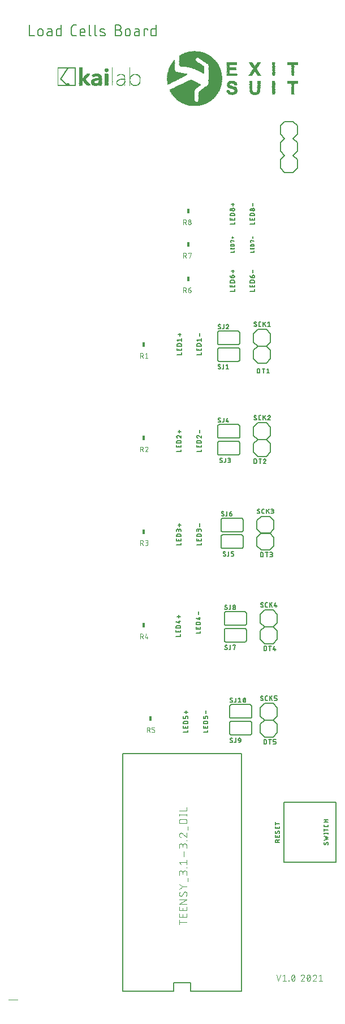
<source format=gbr>
G04 EAGLE Gerber RS-274X export*
G75*
%MOMM*%
%FSLAX34Y34*%
%LPD*%
%INSilkscreen Top*%
%IPPOS*%
%AMOC8*
5,1,8,0,0,1.08239X$1,22.5*%
G01*
%ADD10C,0.152400*%
%ADD11R,0.150000X0.025000*%
%ADD12R,0.175000X0.025000*%
%ADD13R,0.100000X0.025000*%
%ADD14R,0.325000X0.025000*%
%ADD15R,0.275000X0.025000*%
%ADD16R,0.650000X0.025000*%
%ADD17R,1.025000X0.025000*%
%ADD18R,0.475000X0.025000*%
%ADD19R,0.525000X0.025000*%
%ADD20R,0.225000X0.025000*%
%ADD21R,0.625000X0.025000*%
%ADD22R,0.575000X0.025000*%
%ADD23R,0.025000X0.025000*%
%ADD24R,0.050000X0.025000*%
%ADD25R,0.350000X0.025000*%
%ADD26R,0.250000X0.025000*%
%ADD27R,1.175000X0.025000*%
%ADD28R,0.875000X0.025000*%
%ADD29R,1.700000X0.025000*%
%ADD30R,0.075000X0.025000*%
%ADD31R,0.425000X0.025000*%
%ADD32R,0.800000X0.025000*%
%ADD33R,0.125000X0.025000*%
%ADD34R,1.150000X0.025000*%
%ADD35R,0.700000X0.025000*%
%ADD36R,1.525000X0.025000*%
%ADD37R,0.975000X0.025000*%
%ADD38R,0.500000X0.025000*%
%ADD39R,0.600000X0.025000*%
%ADD40R,0.900000X0.025000*%
%ADD41R,0.675000X0.025000*%
%ADD42R,0.400000X0.025000*%
%ADD43R,0.300000X0.025000*%
%ADD44R,0.825000X0.025000*%
%ADD45R,0.450000X0.025000*%
%ADD46R,0.375000X0.025000*%
%ADD47R,1.225000X0.025000*%
%ADD48R,0.750000X0.025000*%
%ADD49R,0.550000X0.025000*%
%ADD50R,0.200000X0.025000*%
%ADD51R,1.500000X0.025000*%
%ADD52R,0.925000X0.025000*%
%ADD53R,1.000000X0.025000*%
%ADD54R,1.125000X0.025000*%
%ADD55R,0.850000X0.025000*%
%ADD56R,1.050000X0.025000*%
%ADD57R,2.025000X0.025000*%
%ADD58R,1.750000X0.025000*%
%ADD59R,1.425000X0.025000*%
%ADD60R,0.775000X0.025000*%
%ADD61R,1.400000X0.025000*%
%ADD62R,1.200000X0.025000*%
%ADD63R,1.300000X0.025000*%
%ADD64R,1.450000X0.025000*%
%ADD65R,0.725000X0.025000*%
%ADD66R,0.950000X0.025000*%
%ADD67R,1.725000X0.025000*%
%ADD68R,1.800000X0.025000*%
%ADD69R,1.850000X0.025000*%
%ADD70R,1.325000X0.025000*%
%ADD71R,1.550000X0.025000*%
%ADD72R,2.100000X0.025000*%
%ADD73R,1.100000X0.025000*%
%ADD74R,1.250000X0.025000*%
%ADD75R,1.925000X0.025000*%
%ADD76R,1.350000X0.025000*%
%ADD77R,1.075000X0.025000*%
%ADD78R,1.975000X0.025000*%
%ADD79R,1.625000X0.025000*%
%ADD80R,1.475000X0.025000*%
%ADD81R,1.375000X0.025000*%
%ADD82R,1.675000X0.025000*%
%ADD83R,3.050000X0.025000*%
%ADD84R,3.025000X0.025000*%
%ADD85R,1.900000X0.025000*%
%ADD86R,1.275000X0.025000*%
%ADD87R,2.800000X0.025000*%
%ADD88R,2.225000X0.025000*%
%ADD89R,1.875000X0.025000*%
%ADD90R,2.175000X0.025000*%
%ADD91R,2.250000X0.025000*%
%ADD92R,1.950000X0.025000*%
%ADD93R,2.400000X0.025000*%
%ADD94R,2.850000X0.025000*%
%ADD95R,2.275000X0.025000*%
%ADD96R,2.525000X0.025000*%
%ADD97R,1.650000X0.025000*%
%ADD98R,2.200000X0.025000*%
%ADD99R,2.875000X0.025000*%
%ADD100R,1.825000X0.025000*%
%ADD101R,1.600000X0.025000*%
%ADD102R,1.575000X0.025000*%
%ADD103R,2.475000X0.025000*%
%ADD104R,1.775000X0.025000*%
%ADD105R,3.150000X0.025000*%
%ADD106R,2.000000X0.025000*%
%ADD107R,2.725000X0.025000*%
%ADD108R,0.008600X0.008500*%
%ADD109R,0.008500X0.008500*%
%ADD110R,0.161500X0.008500*%
%ADD111R,0.195500X0.008500*%
%ADD112R,0.008400X0.008500*%
%ADD113R,0.272000X0.008500*%
%ADD114R,0.170000X0.008500*%
%ADD115R,0.059500X0.008500*%
%ADD116R,0.017000X0.008500*%
%ADD117R,0.042500X0.008500*%
%ADD118R,0.025500X0.008500*%
%ADD119R,0.034000X0.008500*%
%ADD120R,0.017100X0.008500*%
%ADD121R,0.025400X0.008500*%
%ADD122R,0.085000X0.008500*%
%ADD123R,0.476000X0.008500*%
%ADD124R,0.119000X0.008500*%
%ADD125R,0.229500X0.008500*%
%ADD126R,0.076500X0.008500*%
%ADD127R,0.016900X0.008500*%
%ADD128R,0.288900X0.008500*%
%ADD129R,0.323000X0.008500*%
%ADD130R,0.365500X0.008500*%
%ADD131R,1.351600X0.008500*%
%ADD132R,0.144600X0.008500*%
%ADD133R,1.045400X0.008500*%
%ADD134R,0.093500X0.008500*%
%ADD135R,0.348500X0.008500*%
%ADD136R,0.408000X0.008500*%
%ADD137R,0.459000X0.008500*%
%ADD138R,1.453600X0.008500*%
%ADD139R,1.122000X0.008500*%
%ADD140R,0.374000X0.008500*%
%ADD141R,0.059600X0.008500*%
%ADD142R,0.501500X0.008500*%
%ADD143R,2.592600X0.008500*%
%ADD144R,0.068000X0.008500*%
%ADD145R,0.144500X0.008500*%
%ADD146R,0.187000X0.008500*%
%ADD147R,0.544000X0.008500*%
%ADD148R,2.669100X0.008500*%
%ADD149R,0.238000X0.008500*%
%ADD150R,0.153000X0.008500*%
%ADD151R,0.569500X0.008500*%
%ADD152R,0.093600X0.008500*%
%ADD153R,0.110500X0.008500*%
%ADD154R,0.067900X0.008500*%
%ADD155R,0.050900X0.008500*%
%ADD156R,0.289000X0.008500*%
%ADD157R,0.051000X0.008500*%
%ADD158R,0.603500X0.008500*%
%ADD159R,0.433500X0.008500*%
%ADD160R,0.357000X0.008500*%
%ADD161R,0.204000X0.008500*%
%ADD162R,0.221000X0.008500*%
%ADD163R,0.255000X0.008500*%
%ADD164R,0.399600X0.008500*%
%ADD165R,0.433600X0.008500*%
%ADD166R,0.578000X0.008500*%
%ADD167R,0.646000X0.008500*%
%ADD168R,2.660600X0.008500*%
%ADD169R,0.425000X0.008500*%
%ADD170R,0.561000X0.008500*%
%ADD171R,0.442000X0.008500*%
%ADD172R,0.373900X0.008500*%
%ADD173R,0.416500X0.008500*%
%ADD174R,0.246500X0.008500*%
%ADD175R,0.297500X0.008500*%
%ADD176R,0.552500X0.008500*%
%ADD177R,0.680000X0.008500*%
%ADD178R,0.212500X0.008500*%
%ADD179R,0.399500X0.008500*%
%ADD180R,0.314600X0.008500*%
%ADD181R,0.722500X0.008500*%
%ADD182R,0.127500X0.008500*%
%ADD183R,0.178500X0.008500*%
%ADD184R,1.419600X0.008500*%
%ADD185R,1.232500X0.008500*%
%ADD186R,0.340000X0.008500*%
%ADD187R,0.654400X0.008500*%
%ADD188R,0.101900X0.008500*%
%ADD189R,0.195600X0.008500*%
%ADD190R,0.186900X0.008500*%
%ADD191R,0.204100X0.008500*%
%ADD192R,0.144400X0.008500*%
%ADD193R,1.530100X0.008500*%
%ADD194R,1.130500X0.008500*%
%ADD195R,0.518500X0.008500*%
%ADD196R,0.068100X0.008500*%
%ADD197R,0.391000X0.008500*%
%ADD198R,0.136000X0.008500*%
%ADD199R,0.102000X0.008500*%
%ADD200R,0.535500X0.008500*%
%ADD201R,0.051100X0.008500*%
%ADD202R,0.076400X0.008500*%
%ADD203R,0.331500X0.008500*%
%ADD204R,0.739500X0.008500*%
%ADD205R,0.280500X0.008500*%
%ADD206R,0.425100X0.008500*%
%ADD207R,0.263500X0.008500*%
%ADD208R,0.858500X0.008500*%
%ADD209R,0.135900X0.008500*%
%ADD210R,0.271900X0.008500*%
%ADD211R,0.365400X0.008500*%
%ADD212R,0.901000X0.008500*%
%ADD213R,0.272100X0.008500*%
%ADD214R,0.102100X0.008500*%
%ADD215R,0.076600X0.008500*%
%ADD216R,0.305900X0.008500*%
%ADD217R,0.867000X0.008500*%
%ADD218R,0.747900X0.008500*%
%ADD219R,0.118900X0.008500*%
%ADD220R,0.110600X0.008500*%
%ADD221R,0.289100X0.008500*%
%ADD222R,0.263400X0.008500*%
%ADD223R,0.306000X0.008500*%
%ADD224R,1.003000X0.008500*%
%ADD225R,0.161600X0.008500*%
%ADD226R,0.161400X0.008500*%
%ADD227R,0.952000X0.008500*%
%ADD228R,0.382400X0.008500*%
%ADD229R,0.034100X0.008500*%
%ADD230R,0.238100X0.008500*%
%ADD231R,0.153100X0.008500*%
%ADD232R,0.229400X0.008500*%
%ADD233R,0.254900X0.008500*%
%ADD234R,0.782000X0.008500*%
%ADD235R,0.731000X0.008500*%
%ADD236R,0.969000X0.008500*%
%ADD237R,0.433400X0.008500*%
%ADD238R,1.326000X0.008500*%
%ADD239R,0.178600X0.008500*%
%ADD240R,1.300400X0.008500*%
%ADD241R,0.884000X0.008500*%
%ADD242R,1.241000X0.008500*%
%ADD243R,1.190000X0.008500*%
%ADD244R,0.212600X0.008500*%
%ADD245R,1.189900X0.008500*%
%ADD246R,0.331400X0.008500*%
%ADD247R,0.382500X0.008500*%
%ADD248R,0.612000X0.008500*%
%ADD249R,0.467600X0.008500*%
%ADD250R,0.212400X0.008500*%
%ADD251R,0.306100X0.008500*%
%ADD252R,0.688500X0.008500*%
%ADD253R,0.348400X0.008500*%
%ADD254R,0.620500X0.008500*%
%ADD255R,0.042600X0.008500*%
%ADD256R,0.493000X0.008500*%
%ADD257R,0.594900X0.008500*%
%ADD258R,0.314500X0.008500*%
%ADD259R,0.569400X0.008500*%
%ADD260R,0.543900X0.008500*%
%ADD261R,0.441900X0.008500*%
%ADD262R,0.178400X0.008500*%
%ADD263R,0.399400X0.008500*%
%ADD264R,0.484400X0.008500*%
%ADD265R,0.484500X0.008500*%
%ADD266R,0.407900X0.008500*%
%ADD267R,0.527000X0.008500*%
%ADD268R,0.458900X0.008500*%
%ADD269R,0.467500X0.008500*%
%ADD270R,0.459100X0.008500*%
%ADD271R,0.323100X0.008500*%
%ADD272R,0.084900X0.008500*%
%ADD273R,0.033900X0.008500*%
%ADD274R,0.450500X0.008500*%
%ADD275R,0.424900X0.008500*%
%ADD276R,0.203900X0.008500*%
%ADD277R,0.314400X0.008500*%
%ADD278R,0.119100X0.008500*%
%ADD279R,0.127400X0.008500*%
%ADD280R,0.093400X0.008500*%
%ADD281R,0.195400X0.008500*%
%ADD282R,0.510000X0.008500*%
%ADD283R,0.586500X0.008500*%
%ADD284R,0.374100X0.008500*%
%ADD285R,0.654500X0.008500*%
%ADD286R,0.705400X0.008500*%
%ADD287R,0.025600X0.008500*%
%ADD288R,1.461900X0.008500*%
%ADD289R,1.444900X0.008500*%
%ADD290R,0.297600X0.008500*%
%ADD291R,0.263600X0.008500*%
%ADD292R,1.427900X0.008500*%
%ADD293R,0.526900X0.008500*%
%ADD294R,0.110400X0.008500*%
%ADD295R,0.917900X0.008500*%
%ADD296R,0.756400X0.008500*%
%ADD297R,0.663000X0.008500*%
%ADD298R,0.935000X0.008500*%
%ADD299R,0.187100X0.008500*%
%ADD300R,0.697000X0.008500*%
%ADD301R,1.334400X0.008500*%
%ADD302R,1.334500X0.008500*%
%ADD303R,0.815900X0.008500*%
%ADD304R,0.833000X0.008500*%
%ADD305R,0.237900X0.008500*%
%ADD306R,0.816000X0.008500*%
%ADD307R,0.977400X0.008500*%
%ADD308R,0.892500X0.008500*%
%ADD309R,0.756500X0.008500*%
%ADD310R,1.249400X0.008500*%
%ADD311R,0.909500X0.008500*%
%ADD312R,0.416400X0.008500*%
%ADD313R,0.705500X0.008500*%
%ADD314R,0.799000X0.008500*%
%ADD315R,1.071100X0.008500*%
%ADD316R,1.096400X0.008500*%
%ADD317R,0.934900X0.008500*%
%ADD318R,0.170100X0.008500*%
%ADD319R,0.509900X0.008500*%
%ADD320R,0.356900X0.008500*%
%ADD321R,0.059400X0.008500*%
%ADD322R,0.246400X0.008500*%
%ADD323R,0.152900X0.008500*%
%ADD324R,0.221100X0.008500*%
%ADD325R,0.450600X0.008500*%
%ADD326R,0.535400X0.008500*%
%ADD327R,0.390900X0.008500*%
%ADD328R,1.173000X0.008500*%
%ADD329R,0.790500X0.008500*%
%ADD330R,0.042400X0.008500*%
%ADD331R,0.680100X0.008500*%
%ADD332R,0.476100X0.008500*%
%ADD333R,0.960500X0.008500*%
%ADD334R,0.671500X0.008500*%
%ADD335R,0.730900X0.008500*%
%ADD336R,0.781900X0.008500*%
%ADD337R,0.340100X0.008500*%
%ADD338R,1.037000X0.008500*%
%ADD339R,0.739600X0.008500*%
%ADD340R,1.096500X0.008500*%
%ADD341R,0.297400X0.008500*%
%ADD342R,0.501400X0.008500*%
%ADD343R,0.637600X0.008500*%
%ADD344R,0.629000X0.008500*%
%ADD345R,0.960400X0.008500*%
%ADD346R,0.935100X0.008500*%
%ADD347R,0.850000X0.008500*%
%ADD348R,0.442100X0.008500*%
%ADD349R,0.552600X0.008500*%
%ADD350R,0.339900X0.008500*%
%ADD351R,1.683100X0.008500*%
%ADD352R,0.977600X0.008500*%
%ADD353R,2.643500X0.008500*%
%ADD354R,0.348600X0.008500*%
%ADD355R,1.530000X0.008500*%
%ADD356C,0.000000*%
%ADD357C,0.076200*%
%ADD358C,0.203200*%
%ADD359C,0.101600*%
%ADD360R,0.457200X0.762000*%
%ADD361C,0.127000*%


D10*
X31762Y1458018D02*
X31762Y1441762D01*
X38987Y1441762D01*
X44619Y1445374D02*
X44619Y1448987D01*
X44620Y1448987D02*
X44622Y1449106D01*
X44628Y1449226D01*
X44638Y1449345D01*
X44652Y1449463D01*
X44669Y1449582D01*
X44691Y1449699D01*
X44716Y1449816D01*
X44746Y1449931D01*
X44779Y1450046D01*
X44816Y1450160D01*
X44856Y1450272D01*
X44901Y1450383D01*
X44949Y1450492D01*
X45000Y1450600D01*
X45055Y1450706D01*
X45114Y1450810D01*
X45176Y1450912D01*
X45241Y1451012D01*
X45310Y1451110D01*
X45382Y1451206D01*
X45457Y1451299D01*
X45534Y1451389D01*
X45615Y1451477D01*
X45699Y1451562D01*
X45786Y1451644D01*
X45875Y1451724D01*
X45967Y1451800D01*
X46061Y1451874D01*
X46158Y1451944D01*
X46256Y1452011D01*
X46357Y1452075D01*
X46461Y1452135D01*
X46566Y1452192D01*
X46673Y1452245D01*
X46781Y1452295D01*
X46891Y1452341D01*
X47003Y1452383D01*
X47116Y1452422D01*
X47230Y1452457D01*
X47345Y1452488D01*
X47462Y1452516D01*
X47579Y1452539D01*
X47696Y1452559D01*
X47815Y1452575D01*
X47934Y1452587D01*
X48053Y1452595D01*
X48172Y1452599D01*
X48292Y1452599D01*
X48411Y1452595D01*
X48530Y1452587D01*
X48649Y1452575D01*
X48768Y1452559D01*
X48885Y1452539D01*
X49002Y1452516D01*
X49119Y1452488D01*
X49234Y1452457D01*
X49348Y1452422D01*
X49461Y1452383D01*
X49573Y1452341D01*
X49683Y1452295D01*
X49791Y1452245D01*
X49898Y1452192D01*
X50003Y1452135D01*
X50107Y1452075D01*
X50208Y1452011D01*
X50306Y1451944D01*
X50403Y1451874D01*
X50497Y1451800D01*
X50589Y1451724D01*
X50678Y1451644D01*
X50765Y1451562D01*
X50849Y1451477D01*
X50930Y1451389D01*
X51007Y1451299D01*
X51082Y1451206D01*
X51154Y1451110D01*
X51223Y1451012D01*
X51288Y1450912D01*
X51350Y1450810D01*
X51409Y1450706D01*
X51464Y1450600D01*
X51515Y1450492D01*
X51563Y1450383D01*
X51608Y1450272D01*
X51648Y1450160D01*
X51685Y1450046D01*
X51718Y1449931D01*
X51748Y1449816D01*
X51773Y1449699D01*
X51795Y1449582D01*
X51812Y1449463D01*
X51826Y1449345D01*
X51836Y1449226D01*
X51842Y1449106D01*
X51844Y1448987D01*
X51844Y1445374D01*
X51842Y1445255D01*
X51836Y1445135D01*
X51826Y1445016D01*
X51812Y1444898D01*
X51795Y1444779D01*
X51773Y1444662D01*
X51748Y1444545D01*
X51718Y1444430D01*
X51685Y1444315D01*
X51648Y1444201D01*
X51608Y1444089D01*
X51563Y1443978D01*
X51515Y1443869D01*
X51464Y1443761D01*
X51409Y1443655D01*
X51350Y1443551D01*
X51288Y1443449D01*
X51223Y1443349D01*
X51154Y1443251D01*
X51082Y1443155D01*
X51007Y1443062D01*
X50930Y1442972D01*
X50849Y1442884D01*
X50765Y1442799D01*
X50678Y1442717D01*
X50589Y1442637D01*
X50497Y1442561D01*
X50403Y1442487D01*
X50306Y1442417D01*
X50208Y1442350D01*
X50107Y1442286D01*
X50003Y1442226D01*
X49898Y1442169D01*
X49791Y1442116D01*
X49683Y1442066D01*
X49573Y1442020D01*
X49461Y1441978D01*
X49348Y1441939D01*
X49234Y1441904D01*
X49119Y1441873D01*
X49002Y1441845D01*
X48885Y1441822D01*
X48768Y1441802D01*
X48649Y1441786D01*
X48530Y1441774D01*
X48411Y1441766D01*
X48292Y1441762D01*
X48172Y1441762D01*
X48053Y1441766D01*
X47934Y1441774D01*
X47815Y1441786D01*
X47696Y1441802D01*
X47579Y1441822D01*
X47462Y1441845D01*
X47345Y1441873D01*
X47230Y1441904D01*
X47116Y1441939D01*
X47003Y1441978D01*
X46891Y1442020D01*
X46781Y1442066D01*
X46673Y1442116D01*
X46566Y1442169D01*
X46461Y1442226D01*
X46357Y1442286D01*
X46256Y1442350D01*
X46158Y1442417D01*
X46061Y1442487D01*
X45967Y1442561D01*
X45875Y1442637D01*
X45786Y1442717D01*
X45699Y1442799D01*
X45615Y1442884D01*
X45534Y1442972D01*
X45457Y1443062D01*
X45382Y1443155D01*
X45310Y1443251D01*
X45241Y1443349D01*
X45176Y1443449D01*
X45114Y1443551D01*
X45055Y1443655D01*
X45000Y1443761D01*
X44949Y1443869D01*
X44901Y1443978D01*
X44856Y1444089D01*
X44816Y1444201D01*
X44779Y1444315D01*
X44746Y1444430D01*
X44716Y1444545D01*
X44691Y1444662D01*
X44669Y1444779D01*
X44652Y1444898D01*
X44638Y1445016D01*
X44628Y1445135D01*
X44622Y1445255D01*
X44620Y1445374D01*
X61254Y1448084D02*
X65318Y1448084D01*
X61254Y1448084D02*
X61142Y1448082D01*
X61031Y1448076D01*
X60920Y1448066D01*
X60809Y1448053D01*
X60699Y1448035D01*
X60590Y1448013D01*
X60481Y1447988D01*
X60373Y1447959D01*
X60267Y1447926D01*
X60161Y1447889D01*
X60057Y1447849D01*
X59955Y1447805D01*
X59854Y1447757D01*
X59755Y1447706D01*
X59657Y1447651D01*
X59562Y1447593D01*
X59469Y1447532D01*
X59378Y1447467D01*
X59289Y1447399D01*
X59203Y1447328D01*
X59120Y1447255D01*
X59039Y1447178D01*
X58960Y1447098D01*
X58885Y1447016D01*
X58813Y1446931D01*
X58743Y1446844D01*
X58677Y1446754D01*
X58614Y1446662D01*
X58554Y1446567D01*
X58498Y1446471D01*
X58445Y1446373D01*
X58396Y1446273D01*
X58350Y1446171D01*
X58308Y1446068D01*
X58269Y1445963D01*
X58234Y1445857D01*
X58203Y1445750D01*
X58176Y1445642D01*
X58152Y1445533D01*
X58133Y1445423D01*
X58117Y1445313D01*
X58105Y1445202D01*
X58097Y1445090D01*
X58093Y1444979D01*
X58093Y1444867D01*
X58097Y1444756D01*
X58105Y1444644D01*
X58117Y1444533D01*
X58133Y1444423D01*
X58152Y1444313D01*
X58176Y1444204D01*
X58203Y1444096D01*
X58234Y1443989D01*
X58269Y1443883D01*
X58308Y1443778D01*
X58350Y1443675D01*
X58396Y1443573D01*
X58445Y1443473D01*
X58498Y1443375D01*
X58554Y1443279D01*
X58614Y1443184D01*
X58677Y1443092D01*
X58743Y1443002D01*
X58813Y1442915D01*
X58885Y1442830D01*
X58960Y1442748D01*
X59039Y1442668D01*
X59120Y1442591D01*
X59203Y1442518D01*
X59289Y1442447D01*
X59378Y1442379D01*
X59469Y1442314D01*
X59562Y1442253D01*
X59657Y1442195D01*
X59755Y1442140D01*
X59854Y1442089D01*
X59955Y1442041D01*
X60057Y1441997D01*
X60161Y1441957D01*
X60267Y1441920D01*
X60373Y1441887D01*
X60481Y1441858D01*
X60590Y1441833D01*
X60699Y1441811D01*
X60809Y1441793D01*
X60920Y1441780D01*
X61031Y1441770D01*
X61142Y1441764D01*
X61254Y1441762D01*
X65318Y1441762D01*
X65318Y1449890D01*
X65316Y1449991D01*
X65310Y1450092D01*
X65301Y1450193D01*
X65288Y1450294D01*
X65271Y1450394D01*
X65250Y1450493D01*
X65226Y1450591D01*
X65198Y1450688D01*
X65166Y1450785D01*
X65131Y1450880D01*
X65092Y1450973D01*
X65050Y1451065D01*
X65004Y1451156D01*
X64955Y1451245D01*
X64903Y1451331D01*
X64847Y1451416D01*
X64789Y1451499D01*
X64727Y1451579D01*
X64662Y1451657D01*
X64595Y1451733D01*
X64525Y1451806D01*
X64452Y1451876D01*
X64376Y1451943D01*
X64298Y1452008D01*
X64218Y1452070D01*
X64135Y1452128D01*
X64050Y1452184D01*
X63964Y1452236D01*
X63875Y1452285D01*
X63784Y1452331D01*
X63692Y1452373D01*
X63599Y1452412D01*
X63504Y1452447D01*
X63407Y1452479D01*
X63310Y1452507D01*
X63212Y1452531D01*
X63113Y1452552D01*
X63013Y1452569D01*
X62912Y1452582D01*
X62811Y1452591D01*
X62710Y1452597D01*
X62609Y1452599D01*
X58996Y1452599D01*
X79386Y1458018D02*
X79386Y1441762D01*
X74870Y1441762D01*
X74769Y1441764D01*
X74668Y1441770D01*
X74567Y1441779D01*
X74466Y1441792D01*
X74366Y1441809D01*
X74267Y1441830D01*
X74169Y1441854D01*
X74072Y1441882D01*
X73975Y1441914D01*
X73880Y1441949D01*
X73787Y1441988D01*
X73695Y1442030D01*
X73604Y1442076D01*
X73516Y1442125D01*
X73429Y1442177D01*
X73344Y1442233D01*
X73261Y1442291D01*
X73181Y1442353D01*
X73103Y1442418D01*
X73027Y1442485D01*
X72954Y1442555D01*
X72884Y1442628D01*
X72817Y1442704D01*
X72752Y1442782D01*
X72690Y1442862D01*
X72632Y1442945D01*
X72576Y1443030D01*
X72524Y1443117D01*
X72475Y1443205D01*
X72429Y1443296D01*
X72387Y1443388D01*
X72348Y1443481D01*
X72313Y1443576D01*
X72281Y1443673D01*
X72253Y1443770D01*
X72229Y1443868D01*
X72208Y1443967D01*
X72191Y1444067D01*
X72178Y1444168D01*
X72169Y1444269D01*
X72163Y1444370D01*
X72161Y1444471D01*
X72161Y1449890D01*
X72163Y1449991D01*
X72169Y1450092D01*
X72178Y1450193D01*
X72191Y1450294D01*
X72208Y1450394D01*
X72229Y1450493D01*
X72253Y1450591D01*
X72281Y1450688D01*
X72313Y1450785D01*
X72348Y1450880D01*
X72387Y1450973D01*
X72429Y1451065D01*
X72475Y1451156D01*
X72524Y1451245D01*
X72576Y1451331D01*
X72632Y1451416D01*
X72690Y1451499D01*
X72752Y1451579D01*
X72817Y1451657D01*
X72884Y1451733D01*
X72954Y1451806D01*
X73027Y1451876D01*
X73103Y1451943D01*
X73181Y1452008D01*
X73261Y1452070D01*
X73344Y1452128D01*
X73429Y1452184D01*
X73516Y1452236D01*
X73604Y1452285D01*
X73695Y1452331D01*
X73787Y1452373D01*
X73880Y1452412D01*
X73975Y1452447D01*
X74072Y1452479D01*
X74169Y1452507D01*
X74267Y1452531D01*
X74366Y1452552D01*
X74466Y1452569D01*
X74567Y1452582D01*
X74668Y1452591D01*
X74769Y1452597D01*
X74870Y1452599D01*
X79386Y1452599D01*
X98351Y1441762D02*
X101963Y1441762D01*
X98351Y1441762D02*
X98233Y1441764D01*
X98115Y1441770D01*
X97997Y1441779D01*
X97880Y1441793D01*
X97763Y1441810D01*
X97646Y1441831D01*
X97531Y1441856D01*
X97416Y1441885D01*
X97302Y1441918D01*
X97190Y1441954D01*
X97079Y1441994D01*
X96969Y1442037D01*
X96860Y1442084D01*
X96753Y1442134D01*
X96648Y1442189D01*
X96545Y1442246D01*
X96444Y1442307D01*
X96344Y1442371D01*
X96247Y1442438D01*
X96152Y1442508D01*
X96060Y1442582D01*
X95969Y1442658D01*
X95882Y1442738D01*
X95797Y1442820D01*
X95715Y1442905D01*
X95635Y1442992D01*
X95559Y1443083D01*
X95485Y1443175D01*
X95415Y1443270D01*
X95348Y1443367D01*
X95284Y1443467D01*
X95223Y1443568D01*
X95166Y1443671D01*
X95111Y1443776D01*
X95061Y1443883D01*
X95014Y1443992D01*
X94971Y1444102D01*
X94931Y1444213D01*
X94895Y1444325D01*
X94862Y1444439D01*
X94833Y1444554D01*
X94808Y1444669D01*
X94787Y1444786D01*
X94770Y1444903D01*
X94756Y1445020D01*
X94747Y1445138D01*
X94741Y1445256D01*
X94739Y1445374D01*
X94739Y1454406D01*
X94741Y1454524D01*
X94747Y1454642D01*
X94756Y1454760D01*
X94770Y1454877D01*
X94787Y1454994D01*
X94808Y1455111D01*
X94833Y1455226D01*
X94862Y1455341D01*
X94895Y1455455D01*
X94931Y1455567D01*
X94971Y1455678D01*
X95014Y1455788D01*
X95061Y1455897D01*
X95111Y1456004D01*
X95165Y1456109D01*
X95223Y1456212D01*
X95284Y1456313D01*
X95348Y1456413D01*
X95415Y1456510D01*
X95485Y1456605D01*
X95559Y1456697D01*
X95635Y1456788D01*
X95715Y1456875D01*
X95797Y1456960D01*
X95882Y1457042D01*
X95969Y1457122D01*
X96060Y1457198D01*
X96152Y1457272D01*
X96247Y1457342D01*
X96344Y1457409D01*
X96444Y1457473D01*
X96545Y1457534D01*
X96648Y1457591D01*
X96753Y1457645D01*
X96860Y1457696D01*
X96969Y1457743D01*
X97079Y1457786D01*
X97190Y1457826D01*
X97302Y1457862D01*
X97416Y1457895D01*
X97531Y1457924D01*
X97646Y1457949D01*
X97763Y1457970D01*
X97880Y1457987D01*
X97997Y1458001D01*
X98115Y1458010D01*
X98233Y1458016D01*
X98351Y1458018D01*
X101963Y1458018D01*
X110374Y1441762D02*
X114890Y1441762D01*
X110374Y1441762D02*
X110273Y1441764D01*
X110172Y1441770D01*
X110071Y1441779D01*
X109970Y1441792D01*
X109870Y1441809D01*
X109771Y1441830D01*
X109673Y1441854D01*
X109576Y1441882D01*
X109479Y1441914D01*
X109384Y1441949D01*
X109291Y1441988D01*
X109199Y1442030D01*
X109108Y1442076D01*
X109020Y1442125D01*
X108933Y1442177D01*
X108848Y1442233D01*
X108765Y1442291D01*
X108685Y1442353D01*
X108607Y1442418D01*
X108531Y1442485D01*
X108458Y1442555D01*
X108388Y1442628D01*
X108321Y1442704D01*
X108256Y1442782D01*
X108194Y1442862D01*
X108136Y1442945D01*
X108080Y1443030D01*
X108028Y1443117D01*
X107979Y1443205D01*
X107933Y1443296D01*
X107891Y1443388D01*
X107852Y1443481D01*
X107817Y1443576D01*
X107785Y1443673D01*
X107757Y1443770D01*
X107733Y1443868D01*
X107712Y1443967D01*
X107695Y1444067D01*
X107682Y1444168D01*
X107673Y1444269D01*
X107667Y1444370D01*
X107665Y1444471D01*
X107665Y1448987D01*
X107666Y1448987D02*
X107668Y1449106D01*
X107674Y1449226D01*
X107684Y1449345D01*
X107698Y1449463D01*
X107715Y1449582D01*
X107737Y1449699D01*
X107762Y1449816D01*
X107792Y1449931D01*
X107825Y1450046D01*
X107862Y1450160D01*
X107902Y1450272D01*
X107947Y1450383D01*
X107995Y1450492D01*
X108046Y1450600D01*
X108101Y1450706D01*
X108160Y1450810D01*
X108222Y1450912D01*
X108287Y1451012D01*
X108356Y1451110D01*
X108428Y1451206D01*
X108503Y1451299D01*
X108580Y1451389D01*
X108661Y1451477D01*
X108745Y1451562D01*
X108832Y1451644D01*
X108921Y1451724D01*
X109013Y1451800D01*
X109107Y1451874D01*
X109204Y1451944D01*
X109302Y1452011D01*
X109403Y1452075D01*
X109507Y1452135D01*
X109612Y1452192D01*
X109719Y1452245D01*
X109827Y1452295D01*
X109937Y1452341D01*
X110049Y1452383D01*
X110162Y1452422D01*
X110276Y1452457D01*
X110391Y1452488D01*
X110508Y1452516D01*
X110625Y1452539D01*
X110742Y1452559D01*
X110861Y1452575D01*
X110980Y1452587D01*
X111099Y1452595D01*
X111218Y1452599D01*
X111338Y1452599D01*
X111457Y1452595D01*
X111576Y1452587D01*
X111695Y1452575D01*
X111814Y1452559D01*
X111931Y1452539D01*
X112048Y1452516D01*
X112165Y1452488D01*
X112280Y1452457D01*
X112394Y1452422D01*
X112507Y1452383D01*
X112619Y1452341D01*
X112729Y1452295D01*
X112837Y1452245D01*
X112944Y1452192D01*
X113049Y1452135D01*
X113153Y1452075D01*
X113254Y1452011D01*
X113352Y1451944D01*
X113449Y1451874D01*
X113543Y1451800D01*
X113635Y1451724D01*
X113724Y1451644D01*
X113811Y1451562D01*
X113895Y1451477D01*
X113976Y1451389D01*
X114053Y1451299D01*
X114128Y1451206D01*
X114200Y1451110D01*
X114269Y1451012D01*
X114334Y1450912D01*
X114396Y1450810D01*
X114455Y1450706D01*
X114510Y1450600D01*
X114561Y1450492D01*
X114609Y1450383D01*
X114654Y1450272D01*
X114694Y1450160D01*
X114731Y1450046D01*
X114764Y1449931D01*
X114794Y1449816D01*
X114819Y1449699D01*
X114841Y1449582D01*
X114858Y1449463D01*
X114872Y1449345D01*
X114882Y1449226D01*
X114888Y1449106D01*
X114890Y1448987D01*
X114890Y1447181D01*
X107665Y1447181D01*
X121449Y1444471D02*
X121449Y1458018D01*
X121449Y1444471D02*
X121451Y1444370D01*
X121457Y1444269D01*
X121466Y1444168D01*
X121479Y1444067D01*
X121496Y1443967D01*
X121517Y1443868D01*
X121541Y1443770D01*
X121569Y1443673D01*
X121601Y1443576D01*
X121636Y1443481D01*
X121675Y1443388D01*
X121717Y1443296D01*
X121763Y1443205D01*
X121812Y1443117D01*
X121864Y1443030D01*
X121920Y1442945D01*
X121978Y1442862D01*
X122040Y1442782D01*
X122105Y1442704D01*
X122172Y1442628D01*
X122242Y1442555D01*
X122315Y1442485D01*
X122391Y1442418D01*
X122469Y1442353D01*
X122549Y1442291D01*
X122632Y1442233D01*
X122717Y1442177D01*
X122804Y1442125D01*
X122892Y1442076D01*
X122983Y1442030D01*
X123075Y1441988D01*
X123168Y1441949D01*
X123263Y1441914D01*
X123360Y1441882D01*
X123457Y1441854D01*
X123555Y1441830D01*
X123654Y1441809D01*
X123754Y1441792D01*
X123855Y1441779D01*
X123956Y1441770D01*
X124057Y1441764D01*
X124158Y1441762D01*
X129786Y1444471D02*
X129786Y1458018D01*
X129786Y1444471D02*
X129788Y1444370D01*
X129794Y1444269D01*
X129803Y1444168D01*
X129816Y1444067D01*
X129833Y1443967D01*
X129854Y1443868D01*
X129878Y1443770D01*
X129906Y1443673D01*
X129938Y1443576D01*
X129973Y1443481D01*
X130012Y1443388D01*
X130054Y1443296D01*
X130100Y1443205D01*
X130149Y1443117D01*
X130201Y1443030D01*
X130257Y1442945D01*
X130315Y1442862D01*
X130377Y1442782D01*
X130442Y1442704D01*
X130509Y1442628D01*
X130579Y1442555D01*
X130652Y1442485D01*
X130728Y1442418D01*
X130806Y1442353D01*
X130886Y1442291D01*
X130969Y1442233D01*
X131054Y1442177D01*
X131141Y1442125D01*
X131229Y1442076D01*
X131320Y1442030D01*
X131412Y1441988D01*
X131505Y1441949D01*
X131600Y1441914D01*
X131697Y1441882D01*
X131794Y1441854D01*
X131892Y1441830D01*
X131991Y1441809D01*
X132091Y1441792D01*
X132192Y1441779D01*
X132293Y1441770D01*
X132394Y1441764D01*
X132495Y1441762D01*
X139240Y1448084D02*
X143756Y1446278D01*
X139240Y1448084D02*
X139152Y1448121D01*
X139066Y1448162D01*
X138981Y1448206D01*
X138898Y1448254D01*
X138818Y1448305D01*
X138739Y1448359D01*
X138663Y1448417D01*
X138589Y1448477D01*
X138517Y1448541D01*
X138449Y1448607D01*
X138383Y1448677D01*
X138320Y1448748D01*
X138259Y1448823D01*
X138202Y1448899D01*
X138149Y1448978D01*
X138098Y1449059D01*
X138051Y1449142D01*
X138007Y1449227D01*
X137967Y1449314D01*
X137930Y1449402D01*
X137897Y1449492D01*
X137867Y1449583D01*
X137842Y1449675D01*
X137820Y1449768D01*
X137802Y1449862D01*
X137787Y1449956D01*
X137777Y1450051D01*
X137771Y1450147D01*
X137768Y1450242D01*
X137769Y1450338D01*
X137775Y1450433D01*
X137784Y1450529D01*
X137797Y1450623D01*
X137813Y1450717D01*
X137834Y1450811D01*
X137859Y1450903D01*
X137887Y1450994D01*
X137919Y1451084D01*
X137954Y1451173D01*
X137993Y1451260D01*
X138036Y1451346D01*
X138082Y1451430D01*
X138132Y1451511D01*
X138184Y1451591D01*
X138240Y1451669D01*
X138300Y1451744D01*
X138362Y1451816D01*
X138427Y1451886D01*
X138495Y1451954D01*
X138565Y1452018D01*
X138638Y1452080D01*
X138714Y1452138D01*
X138792Y1452194D01*
X138872Y1452246D01*
X138954Y1452295D01*
X139038Y1452340D01*
X139124Y1452382D01*
X139211Y1452421D01*
X139300Y1452456D01*
X139391Y1452487D01*
X139482Y1452514D01*
X139575Y1452538D01*
X139668Y1452558D01*
X139762Y1452574D01*
X139857Y1452586D01*
X139952Y1452595D01*
X140048Y1452599D01*
X140143Y1452600D01*
X140390Y1452593D01*
X140636Y1452581D01*
X140882Y1452563D01*
X141128Y1452538D01*
X141372Y1452508D01*
X141616Y1452472D01*
X141859Y1452431D01*
X142101Y1452383D01*
X142342Y1452329D01*
X142581Y1452270D01*
X142819Y1452205D01*
X143055Y1452134D01*
X143290Y1452058D01*
X143523Y1451976D01*
X143753Y1451888D01*
X143981Y1451795D01*
X144208Y1451697D01*
X143756Y1446277D02*
X143844Y1446240D01*
X143930Y1446199D01*
X144015Y1446155D01*
X144098Y1446107D01*
X144178Y1446056D01*
X144257Y1446002D01*
X144333Y1445944D01*
X144407Y1445884D01*
X144479Y1445820D01*
X144547Y1445754D01*
X144613Y1445684D01*
X144676Y1445613D01*
X144737Y1445538D01*
X144794Y1445462D01*
X144847Y1445383D01*
X144898Y1445302D01*
X144945Y1445219D01*
X144989Y1445134D01*
X145029Y1445047D01*
X145066Y1444959D01*
X145099Y1444869D01*
X145129Y1444778D01*
X145154Y1444686D01*
X145176Y1444593D01*
X145194Y1444499D01*
X145209Y1444405D01*
X145219Y1444310D01*
X145225Y1444214D01*
X145228Y1444119D01*
X145227Y1444023D01*
X145221Y1443928D01*
X145212Y1443832D01*
X145199Y1443738D01*
X145183Y1443644D01*
X145162Y1443550D01*
X145137Y1443458D01*
X145109Y1443367D01*
X145077Y1443277D01*
X145042Y1443188D01*
X145003Y1443101D01*
X144960Y1443015D01*
X144914Y1442931D01*
X144864Y1442850D01*
X144812Y1442770D01*
X144756Y1442692D01*
X144696Y1442617D01*
X144634Y1442545D01*
X144569Y1442475D01*
X144501Y1442407D01*
X144431Y1442343D01*
X144358Y1442281D01*
X144282Y1442223D01*
X144204Y1442167D01*
X144124Y1442115D01*
X144042Y1442066D01*
X143958Y1442021D01*
X143872Y1441979D01*
X143785Y1441940D01*
X143696Y1441905D01*
X143605Y1441874D01*
X143514Y1441847D01*
X143421Y1441823D01*
X143328Y1441803D01*
X143234Y1441787D01*
X143139Y1441775D01*
X143044Y1441766D01*
X142948Y1441762D01*
X142853Y1441761D01*
X142852Y1441762D02*
X142490Y1441771D01*
X142128Y1441789D01*
X141767Y1441816D01*
X141407Y1441851D01*
X141047Y1441894D01*
X140688Y1441946D01*
X140331Y1442007D01*
X139976Y1442076D01*
X139622Y1442153D01*
X139270Y1442239D01*
X138920Y1442333D01*
X138572Y1442436D01*
X138227Y1442546D01*
X137885Y1442665D01*
X160640Y1450793D02*
X165156Y1450793D01*
X165156Y1450794D02*
X165289Y1450792D01*
X165421Y1450786D01*
X165553Y1450776D01*
X165685Y1450763D01*
X165817Y1450745D01*
X165947Y1450724D01*
X166078Y1450699D01*
X166207Y1450670D01*
X166335Y1450637D01*
X166463Y1450601D01*
X166589Y1450561D01*
X166714Y1450517D01*
X166838Y1450469D01*
X166960Y1450418D01*
X167081Y1450363D01*
X167200Y1450305D01*
X167318Y1450243D01*
X167433Y1450178D01*
X167547Y1450109D01*
X167658Y1450038D01*
X167767Y1449962D01*
X167874Y1449884D01*
X167979Y1449803D01*
X168081Y1449718D01*
X168181Y1449631D01*
X168278Y1449541D01*
X168373Y1449448D01*
X168464Y1449352D01*
X168553Y1449254D01*
X168639Y1449153D01*
X168722Y1449049D01*
X168802Y1448943D01*
X168878Y1448835D01*
X168952Y1448725D01*
X169022Y1448612D01*
X169089Y1448498D01*
X169152Y1448381D01*
X169212Y1448263D01*
X169269Y1448143D01*
X169322Y1448021D01*
X169371Y1447898D01*
X169417Y1447774D01*
X169459Y1447648D01*
X169497Y1447521D01*
X169532Y1447393D01*
X169563Y1447264D01*
X169590Y1447135D01*
X169613Y1447004D01*
X169633Y1446873D01*
X169648Y1446741D01*
X169660Y1446609D01*
X169668Y1446477D01*
X169672Y1446344D01*
X169672Y1446212D01*
X169668Y1446079D01*
X169660Y1445947D01*
X169648Y1445815D01*
X169633Y1445683D01*
X169613Y1445552D01*
X169590Y1445421D01*
X169563Y1445292D01*
X169532Y1445163D01*
X169497Y1445035D01*
X169459Y1444908D01*
X169417Y1444782D01*
X169371Y1444658D01*
X169322Y1444535D01*
X169269Y1444413D01*
X169212Y1444293D01*
X169152Y1444175D01*
X169089Y1444058D01*
X169022Y1443944D01*
X168952Y1443831D01*
X168878Y1443721D01*
X168802Y1443613D01*
X168722Y1443507D01*
X168639Y1443403D01*
X168553Y1443302D01*
X168464Y1443204D01*
X168373Y1443108D01*
X168278Y1443015D01*
X168181Y1442925D01*
X168081Y1442838D01*
X167979Y1442753D01*
X167874Y1442672D01*
X167767Y1442594D01*
X167658Y1442518D01*
X167547Y1442447D01*
X167433Y1442378D01*
X167318Y1442313D01*
X167200Y1442251D01*
X167081Y1442193D01*
X166960Y1442138D01*
X166838Y1442087D01*
X166714Y1442039D01*
X166589Y1441995D01*
X166463Y1441955D01*
X166335Y1441919D01*
X166207Y1441886D01*
X166078Y1441857D01*
X165947Y1441832D01*
X165817Y1441811D01*
X165685Y1441793D01*
X165553Y1441780D01*
X165421Y1441770D01*
X165289Y1441764D01*
X165156Y1441762D01*
X160640Y1441762D01*
X160640Y1458018D01*
X165156Y1458018D01*
X165275Y1458016D01*
X165395Y1458010D01*
X165514Y1458000D01*
X165632Y1457986D01*
X165751Y1457969D01*
X165868Y1457947D01*
X165985Y1457922D01*
X166100Y1457892D01*
X166215Y1457859D01*
X166329Y1457822D01*
X166441Y1457782D01*
X166552Y1457737D01*
X166661Y1457689D01*
X166769Y1457638D01*
X166875Y1457583D01*
X166979Y1457524D01*
X167081Y1457462D01*
X167181Y1457397D01*
X167279Y1457328D01*
X167375Y1457256D01*
X167468Y1457181D01*
X167558Y1457104D01*
X167646Y1457023D01*
X167731Y1456939D01*
X167813Y1456852D01*
X167893Y1456763D01*
X167969Y1456671D01*
X168043Y1456577D01*
X168113Y1456480D01*
X168180Y1456382D01*
X168244Y1456281D01*
X168304Y1456177D01*
X168361Y1456072D01*
X168414Y1455965D01*
X168464Y1455857D01*
X168510Y1455747D01*
X168552Y1455635D01*
X168591Y1455522D01*
X168626Y1455408D01*
X168657Y1455293D01*
X168685Y1455176D01*
X168708Y1455059D01*
X168728Y1454942D01*
X168744Y1454823D01*
X168756Y1454704D01*
X168764Y1454585D01*
X168768Y1454466D01*
X168768Y1454346D01*
X168764Y1454227D01*
X168756Y1454108D01*
X168744Y1453989D01*
X168728Y1453870D01*
X168708Y1453753D01*
X168685Y1453636D01*
X168657Y1453519D01*
X168626Y1453404D01*
X168591Y1453290D01*
X168552Y1453177D01*
X168510Y1453065D01*
X168464Y1452955D01*
X168414Y1452847D01*
X168361Y1452740D01*
X168304Y1452635D01*
X168244Y1452531D01*
X168180Y1452430D01*
X168113Y1452332D01*
X168043Y1452235D01*
X167969Y1452141D01*
X167893Y1452049D01*
X167813Y1451960D01*
X167731Y1451873D01*
X167646Y1451789D01*
X167558Y1451708D01*
X167468Y1451631D01*
X167375Y1451556D01*
X167279Y1451484D01*
X167181Y1451415D01*
X167081Y1451350D01*
X166979Y1451288D01*
X166875Y1451229D01*
X166769Y1451174D01*
X166661Y1451123D01*
X166552Y1451075D01*
X166441Y1451030D01*
X166329Y1450990D01*
X166215Y1450953D01*
X166100Y1450920D01*
X165985Y1450890D01*
X165868Y1450865D01*
X165751Y1450843D01*
X165632Y1450826D01*
X165514Y1450812D01*
X165395Y1450802D01*
X165275Y1450796D01*
X165156Y1450794D01*
X175400Y1448987D02*
X175400Y1445374D01*
X175401Y1448987D02*
X175403Y1449106D01*
X175409Y1449226D01*
X175419Y1449345D01*
X175433Y1449463D01*
X175450Y1449582D01*
X175472Y1449699D01*
X175497Y1449816D01*
X175527Y1449931D01*
X175560Y1450046D01*
X175597Y1450160D01*
X175637Y1450272D01*
X175682Y1450383D01*
X175730Y1450492D01*
X175781Y1450600D01*
X175836Y1450706D01*
X175895Y1450810D01*
X175957Y1450912D01*
X176022Y1451012D01*
X176091Y1451110D01*
X176163Y1451206D01*
X176238Y1451299D01*
X176315Y1451389D01*
X176396Y1451477D01*
X176480Y1451562D01*
X176567Y1451644D01*
X176656Y1451724D01*
X176748Y1451800D01*
X176842Y1451874D01*
X176939Y1451944D01*
X177037Y1452011D01*
X177138Y1452075D01*
X177242Y1452135D01*
X177347Y1452192D01*
X177454Y1452245D01*
X177562Y1452295D01*
X177672Y1452341D01*
X177784Y1452383D01*
X177897Y1452422D01*
X178011Y1452457D01*
X178126Y1452488D01*
X178243Y1452516D01*
X178360Y1452539D01*
X178477Y1452559D01*
X178596Y1452575D01*
X178715Y1452587D01*
X178834Y1452595D01*
X178953Y1452599D01*
X179073Y1452599D01*
X179192Y1452595D01*
X179311Y1452587D01*
X179430Y1452575D01*
X179549Y1452559D01*
X179666Y1452539D01*
X179783Y1452516D01*
X179900Y1452488D01*
X180015Y1452457D01*
X180129Y1452422D01*
X180242Y1452383D01*
X180354Y1452341D01*
X180464Y1452295D01*
X180572Y1452245D01*
X180679Y1452192D01*
X180784Y1452135D01*
X180888Y1452075D01*
X180989Y1452011D01*
X181087Y1451944D01*
X181184Y1451874D01*
X181278Y1451800D01*
X181370Y1451724D01*
X181459Y1451644D01*
X181546Y1451562D01*
X181630Y1451477D01*
X181711Y1451389D01*
X181788Y1451299D01*
X181863Y1451206D01*
X181935Y1451110D01*
X182004Y1451012D01*
X182069Y1450912D01*
X182131Y1450810D01*
X182190Y1450706D01*
X182245Y1450600D01*
X182296Y1450492D01*
X182344Y1450383D01*
X182389Y1450272D01*
X182429Y1450160D01*
X182466Y1450046D01*
X182499Y1449931D01*
X182529Y1449816D01*
X182554Y1449699D01*
X182576Y1449582D01*
X182593Y1449463D01*
X182607Y1449345D01*
X182617Y1449226D01*
X182623Y1449106D01*
X182625Y1448987D01*
X182625Y1445374D01*
X182623Y1445255D01*
X182617Y1445135D01*
X182607Y1445016D01*
X182593Y1444898D01*
X182576Y1444779D01*
X182554Y1444662D01*
X182529Y1444545D01*
X182499Y1444430D01*
X182466Y1444315D01*
X182429Y1444201D01*
X182389Y1444089D01*
X182344Y1443978D01*
X182296Y1443869D01*
X182245Y1443761D01*
X182190Y1443655D01*
X182131Y1443551D01*
X182069Y1443449D01*
X182004Y1443349D01*
X181935Y1443251D01*
X181863Y1443155D01*
X181788Y1443062D01*
X181711Y1442972D01*
X181630Y1442884D01*
X181546Y1442799D01*
X181459Y1442717D01*
X181370Y1442637D01*
X181278Y1442561D01*
X181184Y1442487D01*
X181087Y1442417D01*
X180989Y1442350D01*
X180888Y1442286D01*
X180784Y1442226D01*
X180679Y1442169D01*
X180572Y1442116D01*
X180464Y1442066D01*
X180354Y1442020D01*
X180242Y1441978D01*
X180129Y1441939D01*
X180015Y1441904D01*
X179900Y1441873D01*
X179783Y1441845D01*
X179666Y1441822D01*
X179549Y1441802D01*
X179430Y1441786D01*
X179311Y1441774D01*
X179192Y1441766D01*
X179073Y1441762D01*
X178953Y1441762D01*
X178834Y1441766D01*
X178715Y1441774D01*
X178596Y1441786D01*
X178477Y1441802D01*
X178360Y1441822D01*
X178243Y1441845D01*
X178126Y1441873D01*
X178011Y1441904D01*
X177897Y1441939D01*
X177784Y1441978D01*
X177672Y1442020D01*
X177562Y1442066D01*
X177454Y1442116D01*
X177347Y1442169D01*
X177242Y1442226D01*
X177138Y1442286D01*
X177037Y1442350D01*
X176939Y1442417D01*
X176842Y1442487D01*
X176748Y1442561D01*
X176656Y1442637D01*
X176567Y1442717D01*
X176480Y1442799D01*
X176396Y1442884D01*
X176315Y1442972D01*
X176238Y1443062D01*
X176163Y1443155D01*
X176091Y1443251D01*
X176022Y1443349D01*
X175957Y1443449D01*
X175895Y1443551D01*
X175836Y1443655D01*
X175781Y1443761D01*
X175730Y1443869D01*
X175682Y1443978D01*
X175637Y1444089D01*
X175597Y1444201D01*
X175560Y1444315D01*
X175527Y1444430D01*
X175497Y1444545D01*
X175472Y1444662D01*
X175450Y1444779D01*
X175433Y1444898D01*
X175419Y1445016D01*
X175409Y1445135D01*
X175403Y1445255D01*
X175401Y1445374D01*
X192035Y1448084D02*
X196099Y1448084D01*
X192035Y1448084D02*
X191923Y1448082D01*
X191812Y1448076D01*
X191701Y1448066D01*
X191590Y1448053D01*
X191480Y1448035D01*
X191371Y1448013D01*
X191262Y1447988D01*
X191154Y1447959D01*
X191048Y1447926D01*
X190942Y1447889D01*
X190838Y1447849D01*
X190736Y1447805D01*
X190635Y1447757D01*
X190536Y1447706D01*
X190438Y1447651D01*
X190343Y1447593D01*
X190250Y1447532D01*
X190159Y1447467D01*
X190070Y1447399D01*
X189984Y1447328D01*
X189901Y1447255D01*
X189820Y1447178D01*
X189741Y1447098D01*
X189666Y1447016D01*
X189594Y1446931D01*
X189524Y1446844D01*
X189458Y1446754D01*
X189395Y1446662D01*
X189335Y1446567D01*
X189279Y1446471D01*
X189226Y1446373D01*
X189177Y1446273D01*
X189131Y1446171D01*
X189089Y1446068D01*
X189050Y1445963D01*
X189015Y1445857D01*
X188984Y1445750D01*
X188957Y1445642D01*
X188933Y1445533D01*
X188914Y1445423D01*
X188898Y1445313D01*
X188886Y1445202D01*
X188878Y1445090D01*
X188874Y1444979D01*
X188874Y1444867D01*
X188878Y1444756D01*
X188886Y1444644D01*
X188898Y1444533D01*
X188914Y1444423D01*
X188933Y1444313D01*
X188957Y1444204D01*
X188984Y1444096D01*
X189015Y1443989D01*
X189050Y1443883D01*
X189089Y1443778D01*
X189131Y1443675D01*
X189177Y1443573D01*
X189226Y1443473D01*
X189279Y1443375D01*
X189335Y1443279D01*
X189395Y1443184D01*
X189458Y1443092D01*
X189524Y1443002D01*
X189594Y1442915D01*
X189666Y1442830D01*
X189741Y1442748D01*
X189820Y1442668D01*
X189901Y1442591D01*
X189984Y1442518D01*
X190070Y1442447D01*
X190159Y1442379D01*
X190250Y1442314D01*
X190343Y1442253D01*
X190438Y1442195D01*
X190536Y1442140D01*
X190635Y1442089D01*
X190736Y1442041D01*
X190838Y1441997D01*
X190942Y1441957D01*
X191048Y1441920D01*
X191154Y1441887D01*
X191262Y1441858D01*
X191371Y1441833D01*
X191480Y1441811D01*
X191590Y1441793D01*
X191701Y1441780D01*
X191812Y1441770D01*
X191923Y1441764D01*
X192035Y1441762D01*
X196099Y1441762D01*
X196099Y1449890D01*
X196097Y1449991D01*
X196091Y1450092D01*
X196082Y1450193D01*
X196069Y1450294D01*
X196052Y1450394D01*
X196031Y1450493D01*
X196007Y1450591D01*
X195979Y1450688D01*
X195947Y1450785D01*
X195912Y1450880D01*
X195873Y1450973D01*
X195831Y1451065D01*
X195785Y1451156D01*
X195736Y1451245D01*
X195684Y1451331D01*
X195628Y1451416D01*
X195570Y1451499D01*
X195508Y1451579D01*
X195443Y1451657D01*
X195376Y1451733D01*
X195306Y1451806D01*
X195233Y1451876D01*
X195157Y1451943D01*
X195079Y1452008D01*
X194999Y1452070D01*
X194916Y1452128D01*
X194831Y1452184D01*
X194745Y1452236D01*
X194656Y1452285D01*
X194565Y1452331D01*
X194473Y1452373D01*
X194380Y1452412D01*
X194285Y1452447D01*
X194188Y1452479D01*
X194091Y1452507D01*
X193993Y1452531D01*
X193894Y1452552D01*
X193794Y1452569D01*
X193693Y1452582D01*
X193592Y1452591D01*
X193491Y1452597D01*
X193390Y1452599D01*
X189777Y1452599D01*
X203622Y1452599D02*
X203622Y1441762D01*
X203622Y1452599D02*
X209040Y1452599D01*
X209040Y1450793D01*
X221109Y1458018D02*
X221109Y1441762D01*
X216593Y1441762D01*
X216492Y1441764D01*
X216391Y1441770D01*
X216290Y1441779D01*
X216189Y1441792D01*
X216089Y1441809D01*
X215990Y1441830D01*
X215892Y1441854D01*
X215795Y1441882D01*
X215698Y1441914D01*
X215603Y1441949D01*
X215510Y1441988D01*
X215418Y1442030D01*
X215327Y1442076D01*
X215239Y1442125D01*
X215152Y1442177D01*
X215067Y1442233D01*
X214984Y1442291D01*
X214904Y1442353D01*
X214826Y1442418D01*
X214750Y1442485D01*
X214677Y1442555D01*
X214607Y1442628D01*
X214540Y1442704D01*
X214475Y1442782D01*
X214413Y1442862D01*
X214355Y1442945D01*
X214299Y1443030D01*
X214247Y1443117D01*
X214198Y1443205D01*
X214152Y1443296D01*
X214110Y1443388D01*
X214071Y1443481D01*
X214036Y1443576D01*
X214004Y1443673D01*
X213976Y1443770D01*
X213952Y1443868D01*
X213931Y1443967D01*
X213914Y1444067D01*
X213901Y1444168D01*
X213892Y1444269D01*
X213886Y1444370D01*
X213884Y1444471D01*
X213884Y1449890D01*
X213886Y1449991D01*
X213892Y1450092D01*
X213901Y1450193D01*
X213914Y1450294D01*
X213931Y1450394D01*
X213952Y1450493D01*
X213976Y1450591D01*
X214004Y1450688D01*
X214036Y1450785D01*
X214071Y1450880D01*
X214110Y1450973D01*
X214152Y1451065D01*
X214198Y1451156D01*
X214247Y1451245D01*
X214299Y1451331D01*
X214355Y1451416D01*
X214413Y1451499D01*
X214475Y1451579D01*
X214540Y1451657D01*
X214607Y1451733D01*
X214677Y1451806D01*
X214750Y1451876D01*
X214826Y1451943D01*
X214904Y1452008D01*
X214984Y1452070D01*
X215067Y1452128D01*
X215152Y1452184D01*
X215239Y1452236D01*
X215327Y1452285D01*
X215418Y1452331D01*
X215510Y1452373D01*
X215603Y1452412D01*
X215698Y1452447D01*
X215795Y1452479D01*
X215892Y1452507D01*
X215990Y1452531D01*
X216089Y1452552D01*
X216189Y1452569D01*
X216290Y1452582D01*
X216391Y1452591D01*
X216492Y1452597D01*
X216593Y1452599D01*
X221109Y1452599D01*
D11*
X275375Y1336750D03*
D12*
X277250Y1336750D03*
D13*
X278875Y1336750D03*
D14*
X281250Y1336750D03*
D15*
X274250Y1337000D03*
D16*
X279125Y1337000D03*
D15*
X284000Y1337000D03*
D17*
X276750Y1337250D03*
D18*
X284500Y1337250D03*
D15*
X271750Y1337500D03*
D19*
X276000Y1337500D03*
D18*
X281250Y1337500D03*
D11*
X284625Y1337500D03*
D20*
X286750Y1337500D03*
D21*
X272250Y1337750D03*
D22*
X278500Y1337750D03*
D23*
X281750Y1337750D03*
D24*
X282375Y1337750D03*
D25*
X284625Y1337750D03*
D26*
X287875Y1337750D03*
D27*
X274000Y1338000D03*
D28*
X284500Y1338000D03*
D13*
X289625Y1338000D03*
D21*
X270500Y1338250D03*
D29*
X282375Y1338250D03*
D30*
X266750Y1338500D03*
D28*
X271750Y1338500D03*
D24*
X276625Y1338500D03*
D31*
X279250Y1338500D03*
D13*
X282125Y1338500D03*
D32*
X286875Y1338500D03*
D30*
X291500Y1338500D03*
D20*
X267000Y1338750D03*
D30*
X268750Y1338750D03*
D33*
X270000Y1338750D03*
D11*
X271625Y1338750D03*
D23*
X272750Y1338750D03*
D34*
X278875Y1338750D03*
D24*
X285125Y1338750D03*
D33*
X286250Y1338750D03*
D12*
X288000Y1338750D03*
D25*
X290875Y1338750D03*
D35*
X268625Y1339000D03*
D26*
X273625Y1339000D03*
D36*
X282750Y1339000D03*
D12*
X291500Y1339000D03*
D24*
X292875Y1339000D03*
D20*
X265500Y1339250D03*
D12*
X267750Y1339250D03*
D37*
X273750Y1339250D03*
D13*
X279375Y1339250D03*
D38*
X282625Y1339250D03*
D39*
X288375Y1339250D03*
D20*
X292750Y1339250D03*
D40*
X268375Y1339500D03*
D30*
X273500Y1339500D03*
D24*
X274375Y1339500D03*
D41*
X278250Y1339500D03*
D42*
X283875Y1339500D03*
D43*
X287625Y1339500D03*
D38*
X291875Y1339500D03*
D15*
X264500Y1339750D03*
D44*
X270250Y1339750D03*
D14*
X276250Y1339750D03*
D22*
X281000Y1339750D03*
D45*
X286375Y1339750D03*
D38*
X291375Y1339750D03*
D13*
X294625Y1339750D03*
D46*
X264500Y1340000D03*
D24*
X266875Y1340000D03*
D26*
X268625Y1340000D03*
D24*
X270375Y1340000D03*
D30*
X271250Y1340000D03*
D23*
X272000Y1340000D03*
D21*
X275500Y1340000D03*
D14*
X280500Y1340000D03*
D30*
X282750Y1340000D03*
D47*
X289500Y1340000D03*
D48*
X265625Y1340250D03*
D16*
X272875Y1340250D03*
D18*
X278750Y1340250D03*
D20*
X282500Y1340250D03*
D49*
X286625Y1340250D03*
D13*
X290125Y1340250D03*
D24*
X291125Y1340250D03*
D45*
X293875Y1340250D03*
D43*
X262875Y1340500D03*
D25*
X266375Y1340500D03*
D17*
X273500Y1340500D03*
D42*
X280875Y1340500D03*
D22*
X286000Y1340500D03*
D31*
X291250Y1340500D03*
D13*
X294125Y1340500D03*
D50*
X295875Y1340500D03*
D21*
X264000Y1340750D03*
D25*
X269125Y1340750D03*
D24*
X271375Y1340750D03*
D51*
X279375Y1340750D03*
D35*
X290625Y1340750D03*
D43*
X295875Y1340750D03*
D19*
X263000Y1341000D03*
D21*
X269000Y1341000D03*
D11*
X273125Y1341000D03*
D24*
X274375Y1341000D03*
D15*
X276250Y1341000D03*
D34*
X283625Y1341000D03*
D23*
X289750Y1341000D03*
D24*
X290375Y1341000D03*
D41*
X294250Y1341000D03*
D32*
X264125Y1341250D03*
D14*
X270000Y1341250D03*
D18*
X274250Y1341250D03*
D16*
X280125Y1341250D03*
D40*
X288125Y1341250D03*
D13*
X293375Y1341250D03*
D31*
X296250Y1341250D03*
D34*
X265125Y1341500D03*
D48*
X274875Y1341500D03*
D23*
X279000Y1341500D03*
D24*
X279625Y1341500D03*
D11*
X280875Y1341500D03*
D16*
X285125Y1341500D03*
D17*
X293750Y1341500D03*
D11*
X259625Y1341750D03*
D30*
X261000Y1341750D03*
D33*
X262250Y1341750D03*
D52*
X267750Y1341750D03*
D25*
X274375Y1341750D03*
D33*
X277000Y1341750D03*
D53*
X282875Y1341750D03*
D54*
X293750Y1341750D03*
D55*
X262625Y1342000D03*
D45*
X269375Y1342000D03*
D14*
X273500Y1342000D03*
D49*
X278125Y1342000D03*
X283875Y1342000D03*
D20*
X288000Y1342000D03*
D13*
X289875Y1342000D03*
D11*
X291375Y1342000D03*
D50*
X293375Y1342000D03*
D12*
X295500Y1342000D03*
D43*
X298125Y1342000D03*
D45*
X260375Y1342250D03*
D24*
X263125Y1342250D03*
D26*
X264875Y1342250D03*
D22*
X269250Y1342250D03*
D20*
X273500Y1342250D03*
D45*
X277125Y1342250D03*
D56*
X284875Y1342250D03*
D30*
X290750Y1342250D03*
D33*
X292000Y1342250D03*
D45*
X295125Y1342250D03*
D26*
X298875Y1342250D03*
D50*
X258625Y1342500D03*
D57*
X270000Y1342500D03*
D58*
X291875Y1342500D03*
D59*
X264750Y1342750D03*
D60*
X276000Y1342750D03*
D20*
X284500Y1342750D03*
D55*
X290125Y1342750D03*
D24*
X294875Y1342750D03*
D12*
X296250Y1342750D03*
D11*
X298125Y1342750D03*
D12*
X300000Y1342750D03*
D35*
X260375Y1343000D03*
D61*
X271125Y1343000D03*
D33*
X279000Y1343000D03*
D14*
X285500Y1343000D03*
D20*
X288500Y1343000D03*
D22*
X292750Y1343000D03*
D15*
X297250Y1343000D03*
D26*
X300125Y1343000D03*
D25*
X258375Y1343250D03*
D15*
X261750Y1343250D03*
D46*
X265250Y1343250D03*
D62*
X273375Y1343250D03*
D16*
X287375Y1343250D03*
D30*
X291250Y1343250D03*
D19*
X294500Y1343250D03*
D30*
X297750Y1343250D03*
D13*
X298875Y1343250D03*
D50*
X300625Y1343250D03*
D15*
X257500Y1343500D03*
D63*
X265625Y1343500D03*
D30*
X272750Y1343500D03*
D19*
X276000Y1343500D03*
D24*
X279125Y1343500D03*
D12*
X285250Y1343500D03*
D43*
X287875Y1343500D03*
D15*
X291000Y1343500D03*
D25*
X294375Y1343500D03*
D22*
X299250Y1343500D03*
D20*
X257000Y1343750D03*
D32*
X262375Y1343750D03*
D15*
X268000Y1343750D03*
D14*
X271250Y1343750D03*
D30*
X273500Y1343750D03*
D38*
X276625Y1343750D03*
D30*
X285000Y1343750D03*
D33*
X286250Y1343750D03*
D36*
X294750Y1343750D03*
D20*
X256500Y1344000D03*
X259000Y1344000D03*
D23*
X260500Y1344000D03*
D25*
X262625Y1344000D03*
D64*
X271875Y1344000D03*
D65*
X288250Y1344000D03*
D13*
X292625Y1344000D03*
D66*
X298125Y1344000D03*
D33*
X255500Y1344250D03*
D39*
X259375Y1344250D03*
D20*
X263750Y1344250D03*
D49*
X267875Y1344250D03*
D15*
X272250Y1344250D03*
D33*
X274500Y1344250D03*
X276000Y1344250D03*
D50*
X277875Y1344250D03*
D46*
X286750Y1344250D03*
D13*
X289375Y1344250D03*
D66*
X294875Y1344250D03*
D33*
X300500Y1344250D03*
D13*
X301875Y1344250D03*
D24*
X302875Y1344250D03*
D46*
X256500Y1344500D03*
D14*
X260250Y1344500D03*
D30*
X262500Y1344500D03*
D55*
X267375Y1344500D03*
D46*
X273750Y1344500D03*
D43*
X277375Y1344500D03*
D18*
X287250Y1344500D03*
D52*
X294500Y1344500D03*
D42*
X301375Y1344500D03*
D24*
X254625Y1344750D03*
D16*
X258375Y1344750D03*
D50*
X262875Y1344750D03*
D15*
X265500Y1344750D03*
D20*
X268250Y1344750D03*
D35*
X273125Y1344750D03*
D50*
X277875Y1344750D03*
X285875Y1344750D03*
D23*
X287250Y1344750D03*
D22*
X290500Y1344750D03*
D17*
X298750Y1344750D03*
D19*
X256750Y1345000D03*
D40*
X264125Y1345000D03*
D11*
X269625Y1345000D03*
D44*
X274750Y1345000D03*
D21*
X288250Y1345000D03*
D22*
X294500Y1345000D03*
D26*
X298875Y1345000D03*
D46*
X302250Y1345000D03*
D67*
X262250Y1345250D03*
D60*
X275000Y1345250D03*
D15*
X286500Y1345250D03*
D50*
X289125Y1345250D03*
D61*
X297375Y1345250D03*
D22*
X256250Y1345500D03*
D42*
X261375Y1345500D03*
D13*
X264125Y1345500D03*
D56*
X270125Y1345500D03*
D12*
X276500Y1345500D03*
D33*
X278250Y1345500D03*
D23*
X285250Y1345500D03*
D68*
X294625Y1345500D03*
D30*
X304250Y1345500D03*
D18*
X255500Y1345750D03*
D35*
X261625Y1345750D03*
D13*
X265875Y1345750D03*
D47*
X272750Y1345750D03*
D15*
X286500Y1345750D03*
D36*
X295750Y1345750D03*
D11*
X304375Y1345750D03*
D24*
X253125Y1346000D03*
D38*
X256125Y1346000D03*
D30*
X259250Y1346000D03*
D23*
X260000Y1346000D03*
D32*
X264375Y1346000D03*
D20*
X269750Y1346000D03*
D11*
X271875Y1346000D03*
D22*
X275750Y1346000D03*
D46*
X287000Y1346000D03*
D43*
X290625Y1346000D03*
D39*
X295375Y1346000D03*
D30*
X299000Y1346000D03*
D26*
X300875Y1346000D03*
D43*
X303875Y1346000D03*
D30*
X252750Y1346250D03*
D69*
X262625Y1346250D03*
D14*
X273750Y1346250D03*
D20*
X276750Y1346250D03*
D30*
X278500Y1346250D03*
D25*
X286875Y1346250D03*
D24*
X289125Y1346250D03*
D12*
X290500Y1346250D03*
D33*
X292250Y1346250D03*
D42*
X295125Y1346250D03*
D26*
X298625Y1346250D03*
D49*
X302875Y1346250D03*
D65*
X255750Y1346500D03*
D39*
X262625Y1346500D03*
D42*
X267875Y1346500D03*
D43*
X271625Y1346500D03*
D30*
X273750Y1346500D03*
D45*
X276625Y1346500D03*
D49*
X287875Y1346500D03*
D51*
X298375Y1346500D03*
D41*
X255250Y1346750D03*
D56*
X264125Y1346750D03*
D33*
X270250Y1346750D03*
D22*
X274000Y1346750D03*
D12*
X278000Y1346750D03*
D33*
X285750Y1346750D03*
D11*
X287375Y1346750D03*
D23*
X288500Y1346750D03*
D25*
X290625Y1346750D03*
D43*
X294125Y1346750D03*
D46*
X297750Y1346750D03*
D21*
X303000Y1346750D03*
D45*
X253875Y1347000D03*
D24*
X256625Y1347000D03*
D59*
X264250Y1347000D03*
D35*
X275125Y1347000D03*
D12*
X286000Y1347000D03*
D15*
X288500Y1347000D03*
D53*
X295125Y1347000D03*
D23*
X300500Y1347000D03*
D12*
X301750Y1347000D03*
D43*
X304375Y1347000D03*
D24*
X306375Y1347000D03*
D13*
X251875Y1347250D03*
D26*
X253875Y1347250D03*
D39*
X258375Y1347250D03*
D18*
X264000Y1347250D03*
D33*
X267250Y1347250D03*
D39*
X271125Y1347250D03*
D45*
X276625Y1347250D03*
D60*
X289000Y1347250D03*
D24*
X293375Y1347250D03*
D27*
X299750Y1347250D03*
D13*
X306375Y1347250D03*
D49*
X253875Y1347500D03*
D50*
X257875Y1347500D03*
D70*
X265750Y1347500D03*
D13*
X273125Y1347500D03*
X274375Y1347500D03*
D20*
X276250Y1347500D03*
D33*
X278250Y1347500D03*
D19*
X287750Y1347500D03*
D33*
X291250Y1347500D03*
D18*
X294500Y1347500D03*
D23*
X297250Y1347500D03*
D66*
X302375Y1347500D03*
D14*
X252500Y1347750D03*
D71*
X262375Y1347750D03*
D55*
X274625Y1347750D03*
D13*
X285625Y1347750D03*
D38*
X288875Y1347750D03*
D13*
X292125Y1347750D03*
D14*
X294500Y1347750D03*
D11*
X297125Y1347750D03*
D33*
X298750Y1347750D03*
D60*
X303500Y1347750D03*
D26*
X251875Y1348000D03*
D12*
X254250Y1348000D03*
D31*
X257500Y1348000D03*
D19*
X262500Y1348000D03*
D27*
X271250Y1348000D03*
D11*
X278125Y1348000D03*
D53*
X290125Y1348000D03*
D47*
X301500Y1348000D03*
D45*
X252625Y1348250D03*
D33*
X255750Y1348250D03*
D48*
X260375Y1348250D03*
D55*
X268625Y1348250D03*
D30*
X273500Y1348250D03*
D46*
X276000Y1348250D03*
D30*
X278500Y1348250D03*
D38*
X287625Y1348250D03*
D54*
X296000Y1348250D03*
D39*
X304875Y1348250D03*
D13*
X250625Y1348500D03*
D30*
X251750Y1348500D03*
D45*
X254625Y1348500D03*
D24*
X257375Y1348500D03*
D49*
X260625Y1348500D03*
X266375Y1348500D03*
D66*
X274125Y1348500D03*
D24*
X285375Y1348500D03*
D52*
X290500Y1348500D03*
D23*
X295500Y1348500D03*
D30*
X296250Y1348500D03*
D54*
X302500Y1348500D03*
D72*
X260375Y1348750D03*
D60*
X275000Y1348750D03*
D26*
X286375Y1348750D03*
D25*
X289625Y1348750D03*
D23*
X291750Y1348750D03*
X292250Y1348750D03*
X292750Y1348750D03*
D33*
X293750Y1348750D03*
D26*
X295875Y1348750D03*
D20*
X298500Y1348750D03*
D55*
X304125Y1348750D03*
D73*
X255125Y1349000D03*
D11*
X261625Y1349000D03*
D50*
X263625Y1349000D03*
D56*
X270125Y1349000D03*
D14*
X277250Y1349000D03*
D43*
X286625Y1349000D03*
D24*
X288625Y1349000D03*
D29*
X297625Y1349000D03*
D20*
X307500Y1349000D03*
D25*
X251125Y1349250D03*
D74*
X259375Y1349250D03*
D45*
X268125Y1349250D03*
D42*
X272625Y1349250D03*
X276875Y1349250D03*
D31*
X287250Y1349250D03*
D75*
X299250Y1349250D03*
D21*
X252250Y1349500D03*
D44*
X259750Y1349500D03*
D15*
X265500Y1349500D03*
D24*
X267375Y1349500D03*
D11*
X268625Y1349500D03*
D43*
X271125Y1349500D03*
D39*
X275875Y1349500D03*
D11*
X285875Y1349500D03*
D50*
X287875Y1349500D03*
X290125Y1349500D03*
D30*
X291750Y1349500D03*
D26*
X293625Y1349500D03*
D21*
X298250Y1349500D03*
D15*
X303000Y1349500D03*
D45*
X306875Y1349500D03*
D43*
X250375Y1349750D03*
D28*
X256500Y1349750D03*
D65*
X264750Y1349750D03*
D20*
X269750Y1349750D03*
D22*
X274000Y1349750D03*
D12*
X278000Y1349750D03*
D43*
X286625Y1349750D03*
D54*
X294000Y1349750D03*
D66*
X304625Y1349750D03*
D38*
X251125Y1350000D03*
D39*
X256875Y1350000D03*
D65*
X263750Y1350000D03*
D73*
X273125Y1350000D03*
D76*
X291875Y1350000D03*
D77*
X304250Y1350000D03*
D30*
X249000Y1350250D03*
D41*
X253000Y1350250D03*
D50*
X257625Y1350250D03*
D11*
X259625Y1350250D03*
D37*
X265500Y1350250D03*
D44*
X274750Y1350250D03*
D38*
X287625Y1350250D03*
D63*
X296875Y1350250D03*
D39*
X306625Y1350250D03*
D16*
X251625Y1350500D03*
D23*
X255250Y1350500D03*
D11*
X256375Y1350500D03*
D30*
X257750Y1350500D03*
D25*
X260125Y1350500D03*
D22*
X265000Y1350500D03*
D38*
X270625Y1350500D03*
D23*
X273500Y1350500D03*
D38*
X276375Y1350500D03*
D65*
X288750Y1350500D03*
D30*
X293000Y1350500D03*
D26*
X294875Y1350500D03*
D76*
X303125Y1350500D03*
D43*
X249625Y1350750D03*
D54*
X257000Y1350750D03*
D23*
X263000Y1350750D03*
D48*
X267125Y1350750D03*
D38*
X273625Y1350750D03*
D26*
X277625Y1350750D03*
D56*
X290375Y1350750D03*
D25*
X297625Y1350750D03*
X301375Y1350750D03*
D45*
X305625Y1350750D03*
D50*
X309125Y1350750D03*
D12*
X248750Y1351000D03*
D15*
X251250Y1351000D03*
D38*
X255375Y1351000D03*
D14*
X259750Y1351000D03*
D41*
X265000Y1351000D03*
D22*
X271500Y1351000D03*
D24*
X274875Y1351000D03*
D25*
X277125Y1351000D03*
D12*
X286000Y1351000D03*
D65*
X290750Y1351000D03*
D49*
X297375Y1351000D03*
D20*
X301500Y1351000D03*
X304000Y1351000D03*
D38*
X307875Y1351000D03*
D78*
X257750Y1351250D03*
D46*
X269750Y1351250D03*
D50*
X272875Y1351250D03*
D18*
X276500Y1351250D03*
D23*
X285250Y1351250D03*
X285750Y1351250D03*
D16*
X289375Y1351250D03*
D60*
X296750Y1351250D03*
D23*
X301000Y1351250D03*
D52*
X306000Y1351250D03*
D53*
X252375Y1351500D03*
D56*
X262875Y1351500D03*
D38*
X270875Y1351500D03*
D26*
X274875Y1351500D03*
D23*
X276500Y1351500D03*
D24*
X277125Y1351500D03*
D33*
X278250Y1351500D03*
D49*
X287875Y1351500D03*
D15*
X292250Y1351500D03*
D66*
X298625Y1351500D03*
D11*
X304375Y1351500D03*
D31*
X307500Y1351500D03*
D13*
X310375Y1351500D03*
D79*
X255500Y1351750D03*
D51*
X271375Y1351750D03*
D37*
X290000Y1351750D03*
D30*
X295500Y1351750D03*
D80*
X303500Y1351750D03*
D39*
X250125Y1352000D03*
D22*
X256250Y1352000D03*
D81*
X266250Y1352000D03*
D49*
X276125Y1352000D03*
D41*
X288500Y1352000D03*
D65*
X295750Y1352000D03*
D30*
X300000Y1352000D03*
D24*
X300875Y1352000D03*
D50*
X302375Y1352000D03*
D24*
X303875Y1352000D03*
D39*
X307375Y1352000D03*
D30*
X311000Y1352000D03*
D22*
X249750Y1352250D03*
D82*
X261250Y1352250D03*
D46*
X271750Y1352250D03*
D23*
X274000Y1352250D03*
D26*
X275625Y1352250D03*
D24*
X277375Y1352250D03*
D13*
X278375Y1352250D03*
D42*
X287125Y1352250D03*
D33*
X290000Y1352250D03*
D23*
X291000Y1352250D03*
D66*
X296125Y1352250D03*
D17*
X306250Y1352250D03*
D43*
X248125Y1352500D03*
D49*
X252625Y1352500D03*
D11*
X256375Y1352500D03*
D16*
X260625Y1352500D03*
D31*
X266250Y1352500D03*
D12*
X269500Y1352500D03*
D50*
X271625Y1352500D03*
D39*
X275875Y1352500D03*
D50*
X286125Y1352500D03*
D16*
X290625Y1352500D03*
D13*
X294625Y1352500D03*
D79*
X303500Y1352500D03*
D30*
X246750Y1352750D03*
X247750Y1352750D03*
D83*
X263625Y1352750D03*
D52*
X289750Y1352750D03*
D49*
X297375Y1352750D03*
D20*
X301500Y1352750D03*
X304000Y1352750D03*
D16*
X308625Y1352750D03*
D25*
X247875Y1353000D03*
D65*
X253500Y1353000D03*
D33*
X258000Y1353000D03*
D58*
X267625Y1353000D03*
D20*
X277750Y1353000D03*
D43*
X286625Y1353000D03*
D32*
X292375Y1353000D03*
D50*
X297625Y1353000D03*
D13*
X299375Y1353000D03*
D24*
X300375Y1353000D03*
D30*
X301250Y1353000D03*
D12*
X302750Y1353000D03*
D49*
X306625Y1353000D03*
D26*
X310875Y1353000D03*
D18*
X248250Y1353250D03*
D35*
X254375Y1353250D03*
D63*
X264625Y1353250D03*
D23*
X271500Y1353250D03*
D13*
X272375Y1353250D03*
X273625Y1353250D03*
X274875Y1353250D03*
D50*
X276625Y1353250D03*
D13*
X278375Y1353250D03*
D24*
X285375Y1353250D03*
D44*
X290000Y1353250D03*
D63*
X300875Y1353250D03*
D33*
X308250Y1353250D03*
D11*
X309875Y1353250D03*
D23*
X311000Y1353250D03*
D30*
X311750Y1353250D03*
D23*
X335000Y1353250D03*
D16*
X249125Y1353500D03*
D55*
X256875Y1353500D03*
D11*
X262125Y1353500D03*
D43*
X264625Y1353500D03*
D74*
X272625Y1353500D03*
D45*
X287375Y1353500D03*
D19*
X292500Y1353500D03*
D22*
X298250Y1353500D03*
D43*
X302875Y1353500D03*
D50*
X305625Y1353500D03*
D49*
X309625Y1353500D03*
D30*
X333250Y1353500D03*
D46*
X335750Y1353500D03*
D24*
X366875Y1353500D03*
D18*
X369750Y1353500D03*
D30*
X246000Y1353750D03*
D45*
X248875Y1353750D03*
D73*
X256875Y1353750D03*
D79*
X270750Y1353750D03*
D20*
X286500Y1353750D03*
D24*
X288125Y1353750D03*
D26*
X289875Y1353750D03*
D27*
X297250Y1353750D03*
D15*
X304750Y1353750D03*
D21*
X309500Y1353750D03*
D65*
X335250Y1353750D03*
X369250Y1353750D03*
D42*
X397375Y1353750D03*
D11*
X424875Y1353750D03*
D50*
X426875Y1353750D03*
D32*
X249625Y1354000D03*
D42*
X255875Y1354000D03*
D36*
X265750Y1354000D03*
D30*
X274000Y1354000D03*
D31*
X276750Y1354000D03*
D41*
X288500Y1354000D03*
D49*
X294875Y1354000D03*
D80*
X305250Y1354000D03*
D35*
X334625Y1354000D03*
D13*
X338875Y1354000D03*
D39*
X368125Y1354000D03*
D20*
X372500Y1354000D03*
D42*
X397375Y1354000D03*
D13*
X424625Y1354000D03*
D15*
X426750Y1354000D03*
D38*
X247875Y1354250D03*
D18*
X253000Y1354250D03*
D50*
X256625Y1354250D03*
D13*
X258375Y1354250D03*
D15*
X260500Y1354250D03*
D50*
X263125Y1354250D03*
D26*
X265625Y1354250D03*
D42*
X269125Y1354250D03*
D13*
X271875Y1354250D03*
D31*
X274750Y1354250D03*
D12*
X278000Y1354250D03*
D65*
X288750Y1354250D03*
D16*
X295875Y1354250D03*
D62*
X305375Y1354250D03*
D33*
X312250Y1354250D03*
D46*
X332250Y1354250D03*
D49*
X337125Y1354250D03*
D33*
X365250Y1354250D03*
D41*
X369500Y1354250D03*
D13*
X373625Y1354250D03*
D42*
X397375Y1354250D03*
X426125Y1354250D03*
D23*
X245250Y1354500D03*
D21*
X248750Y1354500D03*
D66*
X256875Y1354500D03*
D32*
X265875Y1354500D03*
D30*
X270500Y1354500D03*
D43*
X272625Y1354500D03*
D45*
X276625Y1354500D03*
D21*
X288250Y1354500D03*
D11*
X292375Y1354500D03*
D14*
X295000Y1354500D03*
D53*
X301875Y1354500D03*
D49*
X309875Y1354500D03*
D23*
X313000Y1354500D03*
D17*
X335250Y1354500D03*
D25*
X365875Y1354500D03*
D16*
X371125Y1354500D03*
D24*
X395375Y1354500D03*
D14*
X397500Y1354500D03*
D42*
X426125Y1354500D03*
X246875Y1354750D03*
D23*
X249250Y1354750D03*
D60*
X253500Y1354750D03*
D38*
X260125Y1354750D03*
D24*
X263125Y1354750D03*
D37*
X268500Y1354750D03*
D19*
X276250Y1354750D03*
D53*
X290125Y1354750D03*
D20*
X296500Y1354750D03*
D30*
X298250Y1354750D03*
D53*
X303875Y1354750D03*
D33*
X309750Y1354750D03*
D15*
X312000Y1354750D03*
D13*
X330125Y1354750D03*
D16*
X334125Y1354750D03*
D14*
X339250Y1354750D03*
D13*
X364375Y1354750D03*
D11*
X365875Y1354750D03*
D32*
X370875Y1354750D03*
D42*
X397375Y1354750D03*
D33*
X424750Y1354750D03*
D26*
X426875Y1354750D03*
D33*
X245500Y1355000D03*
D27*
X252250Y1355000D03*
D12*
X259250Y1355000D03*
D22*
X263250Y1355000D03*
D60*
X270250Y1355000D03*
D26*
X275625Y1355000D03*
D12*
X278000Y1355000D03*
D24*
X285375Y1355000D03*
D23*
X286000Y1355000D03*
D38*
X288875Y1355000D03*
D76*
X298375Y1355000D03*
D30*
X305750Y1355000D03*
D35*
X309875Y1355000D03*
D65*
X333000Y1355000D03*
D31*
X339000Y1355000D03*
D17*
X368500Y1355000D03*
D33*
X374500Y1355000D03*
D42*
X397375Y1355000D03*
X426125Y1355000D03*
D44*
X248750Y1355250D03*
D30*
X253500Y1355250D03*
D19*
X256750Y1355250D03*
D39*
X262625Y1355250D03*
D63*
X272375Y1355250D03*
D41*
X288500Y1355250D03*
D25*
X293875Y1355250D03*
D23*
X296000Y1355250D03*
D12*
X297250Y1355250D03*
D42*
X300375Y1355250D03*
D50*
X303625Y1355250D03*
D28*
X309250Y1355250D03*
D37*
X334000Y1355250D03*
D20*
X340250Y1355250D03*
D23*
X363250Y1355250D03*
D27*
X369500Y1355250D03*
D42*
X397375Y1355250D03*
X426125Y1355250D03*
D19*
X247000Y1355500D03*
D60*
X253750Y1355500D03*
D72*
X268375Y1355500D03*
D50*
X286125Y1355500D03*
D53*
X292375Y1355500D03*
D21*
X300750Y1355500D03*
D60*
X308000Y1355500D03*
D11*
X312875Y1355500D03*
D16*
X332125Y1355500D03*
D11*
X336375Y1355500D03*
D31*
X339500Y1355500D03*
D15*
X364250Y1355500D03*
D26*
X367125Y1355500D03*
D35*
X372125Y1355500D03*
D31*
X397250Y1355500D03*
D25*
X425875Y1355500D03*
D23*
X428000Y1355500D03*
D48*
X248125Y1355750D03*
D62*
X258125Y1355750D03*
D59*
X271500Y1355750D03*
D37*
X290000Y1355750D03*
D41*
X298500Y1355750D03*
D65*
X305750Y1355750D03*
D31*
X311750Y1355750D03*
D49*
X331375Y1355750D03*
D25*
X336125Y1355750D03*
D46*
X340000Y1355750D03*
D42*
X364625Y1355750D03*
D40*
X371375Y1355750D03*
D42*
X397375Y1355750D03*
D11*
X424875Y1355750D03*
D20*
X427000Y1355750D03*
D65*
X247750Y1356000D03*
D42*
X253625Y1356000D03*
D52*
X260500Y1356000D03*
D24*
X265625Y1356000D03*
D15*
X267500Y1356000D03*
D12*
X270000Y1356000D03*
D33*
X271750Y1356000D03*
D43*
X274125Y1356000D03*
D15*
X277250Y1356000D03*
D49*
X287875Y1356000D03*
D55*
X295125Y1356000D03*
D25*
X301375Y1356000D03*
D16*
X306625Y1356000D03*
D13*
X310625Y1356000D03*
D23*
X311500Y1356000D03*
D20*
X313000Y1356000D03*
D46*
X330500Y1356000D03*
D24*
X332875Y1356000D03*
D23*
X333500Y1356000D03*
D15*
X335250Y1356000D03*
D19*
X339500Y1356000D03*
D11*
X363375Y1356000D03*
D39*
X367375Y1356000D03*
D24*
X370875Y1356000D03*
D11*
X372125Y1356000D03*
D12*
X374000Y1356000D03*
D13*
X375625Y1356000D03*
D42*
X397375Y1356000D03*
D33*
X424750Y1356000D03*
D26*
X426875Y1356000D03*
D52*
X248500Y1356250D03*
D39*
X256375Y1356250D03*
D11*
X260375Y1356250D03*
D22*
X264250Y1356250D03*
D54*
X273000Y1356250D03*
D31*
X287500Y1356250D03*
D20*
X291000Y1356250D03*
D32*
X296375Y1356250D03*
X304625Y1356250D03*
D19*
X311500Y1356250D03*
D61*
X335125Y1356250D03*
D81*
X369250Y1356250D03*
D30*
X395750Y1356250D03*
D12*
X397250Y1356250D03*
D13*
X398875Y1356250D03*
D42*
X426125Y1356250D03*
D23*
X244000Y1356500D03*
D84*
X259500Y1356500D03*
D50*
X275875Y1356500D03*
D11*
X278125Y1356500D03*
D32*
X289375Y1356500D03*
D11*
X294375Y1356500D03*
D85*
X304875Y1356500D03*
D30*
X328500Y1356500D03*
D20*
X330250Y1356500D03*
D77*
X337000Y1356500D03*
D33*
X363000Y1356500D03*
D74*
X370125Y1356500D03*
D42*
X397375Y1356500D03*
X426125Y1356500D03*
D20*
X244750Y1356750D03*
D45*
X248375Y1356750D03*
D12*
X251750Y1356750D03*
D27*
X258750Y1356750D03*
D61*
X271875Y1356750D03*
D71*
X293125Y1356750D03*
D76*
X307875Y1356750D03*
D23*
X328000Y1356750D03*
D21*
X331500Y1356750D03*
D16*
X339125Y1356750D03*
X365375Y1356750D03*
D23*
X369250Y1356750D03*
D21*
X373250Y1356750D03*
D42*
X397375Y1356750D03*
D26*
X425375Y1356750D03*
D33*
X427500Y1356750D03*
D86*
X250000Y1357000D03*
D11*
X257375Y1357000D03*
D13*
X258875Y1357000D03*
D53*
X264625Y1357000D03*
D31*
X272000Y1357000D03*
D45*
X276625Y1357000D03*
D25*
X287375Y1357000D03*
D49*
X292125Y1357000D03*
D13*
X295625Y1357000D03*
D28*
X300750Y1357000D03*
D25*
X307125Y1357000D03*
D24*
X309375Y1357000D03*
D18*
X312250Y1357000D03*
D49*
X330625Y1357000D03*
X339875Y1357000D03*
X364875Y1357000D03*
D38*
X373625Y1357000D03*
D23*
X376500Y1357000D03*
D30*
X395750Y1357000D03*
D50*
X397375Y1357000D03*
D30*
X399000Y1357000D03*
D11*
X424875Y1357000D03*
D20*
X427000Y1357000D03*
D41*
X246750Y1357250D03*
D80*
X257750Y1357250D03*
D22*
X268250Y1357250D03*
D45*
X273625Y1357250D03*
D26*
X277375Y1357250D03*
D50*
X286625Y1357250D03*
X288875Y1357250D03*
D26*
X291375Y1357250D03*
D11*
X293625Y1357250D03*
D48*
X298375Y1357250D03*
D32*
X306375Y1357250D03*
D42*
X312625Y1357250D03*
D38*
X330125Y1357250D03*
D50*
X338625Y1357250D03*
D15*
X341250Y1357250D03*
D50*
X362875Y1357250D03*
D13*
X364625Y1357250D03*
D30*
X365750Y1357250D03*
X366750Y1357250D03*
D42*
X373625Y1357250D03*
D30*
X376250Y1357250D03*
D33*
X396000Y1357250D03*
D26*
X398125Y1357250D03*
D14*
X425750Y1357250D03*
D24*
X427875Y1357250D03*
D20*
X244500Y1357500D03*
X247000Y1357500D03*
D15*
X249750Y1357500D03*
D25*
X253125Y1357500D03*
D20*
X256250Y1357500D03*
D80*
X265000Y1357500D03*
D26*
X273875Y1357500D03*
D25*
X277125Y1357500D03*
D87*
X299875Y1357500D03*
D30*
X314500Y1357500D03*
D18*
X330000Y1357500D03*
X340500Y1357500D03*
X364250Y1357500D03*
X374500Y1357500D03*
D31*
X397250Y1357500D03*
D24*
X424375Y1357500D03*
D14*
X426500Y1357500D03*
D23*
X243250Y1357750D03*
D19*
X246250Y1357750D03*
D52*
X253750Y1357750D03*
D24*
X258875Y1357750D03*
D43*
X260875Y1357750D03*
D26*
X263875Y1357750D03*
D31*
X267500Y1357750D03*
D50*
X270875Y1357750D03*
D49*
X274875Y1357750D03*
D30*
X278250Y1357750D03*
D13*
X286625Y1357750D03*
D20*
X288500Y1357750D03*
D27*
X295750Y1357750D03*
D14*
X303500Y1357750D03*
D25*
X307125Y1357750D03*
D30*
X309500Y1357750D03*
D26*
X311375Y1357750D03*
D11*
X313625Y1357750D03*
D24*
X314875Y1357750D03*
D18*
X329750Y1357750D03*
D23*
X338500Y1357750D03*
D50*
X339875Y1357750D03*
D12*
X342000Y1357750D03*
D13*
X362375Y1357750D03*
D14*
X364750Y1357750D03*
D45*
X374625Y1357750D03*
D25*
X396875Y1357750D03*
D24*
X399125Y1357750D03*
D43*
X425625Y1357750D03*
D30*
X427750Y1357750D03*
D20*
X244250Y1358000D03*
D69*
X254875Y1358000D03*
D15*
X265750Y1358000D03*
D52*
X272000Y1358000D03*
D50*
X277875Y1358000D03*
X287125Y1358000D03*
D46*
X290250Y1358000D03*
D24*
X292625Y1358000D03*
D18*
X295500Y1358000D03*
X300500Y1358000D03*
D62*
X309125Y1358000D03*
D45*
X329625Y1358000D03*
D31*
X340750Y1358000D03*
D43*
X363125Y1358000D03*
D33*
X365500Y1358000D03*
D30*
X373000Y1358000D03*
D14*
X375250Y1358000D03*
D42*
X397375Y1358000D03*
D23*
X424250Y1358000D03*
D25*
X426375Y1358000D03*
D11*
X243625Y1358250D03*
D88*
X255750Y1358250D03*
D12*
X268000Y1358250D03*
D38*
X271625Y1358250D03*
D45*
X276625Y1358250D03*
D24*
X286625Y1358250D03*
D74*
X293375Y1358250D03*
D30*
X300250Y1358250D03*
D48*
X304625Y1358250D03*
D20*
X309750Y1358250D03*
D31*
X313250Y1358250D03*
D33*
X328000Y1358250D03*
D15*
X330250Y1358250D03*
D42*
X340875Y1358250D03*
D31*
X363750Y1358250D03*
X374750Y1358250D03*
D15*
X396750Y1358250D03*
D13*
X398875Y1358250D03*
D42*
X426125Y1358250D03*
D23*
X242750Y1358500D03*
D64*
X250375Y1358500D03*
D31*
X260000Y1358500D03*
D42*
X264375Y1358500D03*
D21*
X269750Y1358500D03*
D20*
X274250Y1358500D03*
D14*
X277250Y1358500D03*
D55*
X290875Y1358500D03*
D32*
X299375Y1358500D03*
D27*
X309500Y1358500D03*
D14*
X328750Y1358500D03*
D30*
X331000Y1358500D03*
D20*
X340000Y1358500D03*
D12*
X342250Y1358500D03*
D31*
X363750Y1358500D03*
X375000Y1358500D03*
D33*
X396000Y1358500D03*
D26*
X398125Y1358500D03*
D11*
X424875Y1358500D03*
D20*
X427000Y1358500D03*
D14*
X244250Y1358750D03*
D24*
X246375Y1358750D03*
D16*
X250125Y1358750D03*
D18*
X256000Y1358750D03*
D50*
X259625Y1358750D03*
D68*
X269875Y1358750D03*
D43*
X288375Y1358750D03*
X291625Y1358750D03*
D14*
X295000Y1358750D03*
D89*
X306250Y1358750D03*
D31*
X329250Y1358750D03*
D24*
X339125Y1358750D03*
D25*
X341375Y1358750D03*
D42*
X363625Y1358750D03*
D30*
X373250Y1358750D03*
D14*
X375500Y1358750D03*
D42*
X397375Y1358750D03*
D23*
X424250Y1358750D03*
D12*
X425500Y1358750D03*
D30*
X427000Y1358750D03*
D24*
X427875Y1358750D03*
D56*
X247625Y1359000D03*
D33*
X253750Y1359000D03*
D24*
X254875Y1359000D03*
D74*
X261625Y1359000D03*
D25*
X269875Y1359000D03*
D35*
X275375Y1359000D03*
X290625Y1359000D03*
D46*
X296250Y1359000D03*
D11*
X299125Y1359000D03*
D23*
X300250Y1359000D03*
D45*
X302875Y1359000D03*
D60*
X309250Y1359000D03*
D20*
X314500Y1359000D03*
D42*
X329125Y1359000D03*
D15*
X340500Y1359000D03*
D13*
X342625Y1359000D03*
D42*
X363625Y1359000D03*
D31*
X375000Y1359000D03*
D42*
X397375Y1359000D03*
X426125Y1359000D03*
D16*
X245625Y1359250D03*
D40*
X253625Y1359250D03*
D65*
X262000Y1359250D03*
D33*
X266500Y1359250D03*
D41*
X270750Y1359250D03*
D45*
X276625Y1359250D03*
D15*
X289000Y1359250D03*
D14*
X292250Y1359250D03*
D11*
X294875Y1359250D03*
D79*
X304000Y1359250D03*
D11*
X313125Y1359250D03*
D30*
X314500Y1359250D03*
D23*
X315250Y1359250D03*
X315750Y1359250D03*
D11*
X327875Y1359250D03*
D20*
X330000Y1359250D03*
D30*
X339500Y1359250D03*
D43*
X341625Y1359250D03*
D42*
X363625Y1359250D03*
D24*
X373375Y1359250D03*
D14*
X375500Y1359250D03*
D23*
X395500Y1359250D03*
D30*
X396250Y1359250D03*
D26*
X398125Y1359250D03*
D42*
X426125Y1359250D03*
D49*
X244875Y1359500D03*
D76*
X254625Y1359500D03*
D46*
X263500Y1359500D03*
D45*
X267875Y1359500D03*
D41*
X273750Y1359500D03*
D12*
X278250Y1359500D03*
D50*
X288875Y1359500D03*
D48*
X293875Y1359500D03*
D68*
X306875Y1359500D03*
D15*
X328500Y1359500D03*
D13*
X330625Y1359500D03*
D42*
X341125Y1359500D03*
D13*
X361875Y1359500D03*
D43*
X364125Y1359500D03*
D42*
X375125Y1359500D03*
X397375Y1359500D03*
D11*
X424875Y1359500D03*
X426625Y1359500D03*
D24*
X427875Y1359500D03*
D42*
X244125Y1359750D03*
D34*
X252125Y1359750D03*
D45*
X260375Y1359750D03*
D30*
X263250Y1359750D03*
D48*
X267625Y1359750D03*
D30*
X272000Y1359750D03*
D14*
X274250Y1359750D03*
D43*
X277625Y1359750D03*
D21*
X291500Y1359750D03*
D20*
X296000Y1359750D03*
D12*
X298250Y1359750D03*
D65*
X303000Y1359750D03*
D14*
X308500Y1359750D03*
D33*
X311000Y1359750D03*
D30*
X312250Y1359750D03*
D14*
X314500Y1359750D03*
D42*
X328875Y1359750D03*
D15*
X340500Y1359750D03*
D13*
X342625Y1359750D03*
D42*
X363375Y1359750D03*
D12*
X374000Y1359750D03*
D30*
X375500Y1359750D03*
D13*
X376625Y1359750D03*
D42*
X397375Y1359750D03*
X426125Y1359750D03*
D48*
X245625Y1360000D03*
D80*
X257000Y1360000D03*
D24*
X264875Y1360000D03*
D28*
X269750Y1360000D03*
D23*
X274500Y1360000D03*
D31*
X277000Y1360000D03*
D19*
X291250Y1360000D03*
D52*
X298750Y1360000D03*
D13*
X304125Y1360000D03*
D34*
X310625Y1360000D03*
D42*
X328875Y1360000D03*
D12*
X340000Y1360000D03*
D24*
X341375Y1360000D03*
D33*
X342500Y1360000D03*
D42*
X363375Y1360000D03*
D30*
X373500Y1360000D03*
D43*
X375625Y1360000D03*
D50*
X396375Y1360000D03*
D12*
X398500Y1360000D03*
D42*
X426125Y1360000D03*
D13*
X242375Y1360250D03*
D25*
X244875Y1360250D03*
D46*
X248750Y1360250D03*
D80*
X258250Y1360250D03*
D76*
X272625Y1360250D03*
D16*
X292375Y1360250D03*
D23*
X296000Y1360250D03*
D12*
X297250Y1360250D03*
D41*
X301750Y1360250D03*
D15*
X306750Y1360250D03*
X309750Y1360250D03*
D23*
X311500Y1360250D03*
D50*
X312875Y1360250D03*
D13*
X314625Y1360250D03*
X315875Y1360250D03*
D20*
X329750Y1360250D03*
D31*
X341000Y1360250D03*
D42*
X363375Y1360250D03*
D26*
X374375Y1360250D03*
D24*
X376125Y1360250D03*
X376875Y1360250D03*
D15*
X396750Y1360250D03*
D13*
X398875Y1360250D03*
D30*
X424500Y1360250D03*
D15*
X426500Y1360250D03*
X243250Y1360500D03*
D90*
X255750Y1360500D03*
D45*
X269125Y1360500D03*
D22*
X274500Y1360500D03*
D13*
X278125Y1360500D03*
D24*
X279125Y1360500D03*
D17*
X294500Y1360500D03*
D26*
X301125Y1360500D03*
D81*
X309500Y1360500D03*
D33*
X339250Y1360500D03*
D43*
X341625Y1360500D03*
D42*
X363375Y1360500D03*
X375125Y1360500D03*
D31*
X397250Y1360500D03*
D12*
X425000Y1360500D03*
D11*
X426875Y1360500D03*
D23*
X428000Y1360500D03*
D40*
X246625Y1360750D03*
D11*
X252125Y1360750D03*
D20*
X254250Y1360750D03*
D45*
X257875Y1360750D03*
D50*
X261375Y1360750D03*
D35*
X266125Y1360750D03*
D37*
X274750Y1360750D03*
D13*
X290125Y1360750D03*
D75*
X300500Y1360750D03*
D24*
X310625Y1360750D03*
D49*
X313875Y1360750D03*
D46*
X340250Y1360750D03*
D30*
X342750Y1360750D03*
D42*
X363375Y1360750D03*
D13*
X373625Y1360750D03*
X374875Y1360750D03*
D11*
X376375Y1360750D03*
D24*
X395625Y1360750D03*
D14*
X397750Y1360750D03*
D42*
X426125Y1360750D03*
D31*
X244750Y1361000D03*
D50*
X248125Y1361000D03*
D44*
X253500Y1361000D03*
D67*
X266500Y1361000D03*
D24*
X275625Y1361000D03*
D20*
X277250Y1361000D03*
D13*
X279125Y1361000D03*
D12*
X291000Y1361000D03*
D23*
X292250Y1361000D03*
D24*
X292875Y1361000D03*
D18*
X295750Y1361000D03*
D32*
X302375Y1361000D03*
D53*
X311625Y1361000D03*
D18*
X340500Y1361000D03*
D11*
X362125Y1361000D03*
D30*
X363500Y1361000D03*
D33*
X364750Y1361000D03*
D42*
X375125Y1361000D03*
X397375Y1361000D03*
D12*
X425000Y1361000D03*
D50*
X427125Y1361000D03*
D91*
X254375Y1361250D03*
D30*
X266250Y1361250D03*
D63*
X273375Y1361250D03*
D14*
X292000Y1361250D03*
D22*
X296750Y1361250D03*
D36*
X307500Y1361250D03*
D11*
X316125Y1361250D03*
D19*
X340250Y1361250D03*
D42*
X363375Y1361250D03*
X375125Y1361250D03*
D26*
X396625Y1361250D03*
D33*
X398750Y1361250D03*
D42*
X426125Y1361250D03*
D30*
X244250Y1361500D03*
D66*
X249625Y1361500D03*
D18*
X257000Y1361500D03*
D13*
X260125Y1361500D03*
D44*
X265000Y1361500D03*
D45*
X271625Y1361500D03*
D20*
X275250Y1361500D03*
D25*
X278375Y1361500D03*
D23*
X291000Y1361500D03*
D92*
X301125Y1361500D03*
D12*
X312000Y1361500D03*
D46*
X315000Y1361500D03*
D22*
X340000Y1361500D03*
D42*
X363375Y1361500D03*
D30*
X373500Y1361500D03*
D43*
X375625Y1361500D03*
D30*
X395750Y1361500D03*
D43*
X397875Y1361500D03*
D42*
X426125Y1361500D03*
D12*
X245250Y1361750D03*
X247250Y1361750D03*
D60*
X252250Y1361750D03*
D93*
X268375Y1361750D03*
D44*
X295250Y1361750D03*
D15*
X301000Y1361750D03*
D59*
X309750Y1361750D03*
D13*
X336875Y1361750D03*
D38*
X340125Y1361750D03*
D42*
X363375Y1361750D03*
D12*
X374000Y1361750D03*
D30*
X375500Y1361750D03*
D13*
X376625Y1361750D03*
D42*
X397375Y1361750D03*
D12*
X425000Y1361750D03*
D50*
X427125Y1361750D03*
D19*
X247500Y1362000D03*
D11*
X251125Y1362000D03*
D94*
X266375Y1362000D03*
D12*
X292250Y1362000D03*
D23*
X293500Y1362000D03*
X294000Y1362000D03*
D42*
X296375Y1362000D03*
D48*
X302375Y1362000D03*
D77*
X311750Y1362000D03*
D48*
X338875Y1362000D03*
D42*
X363375Y1362000D03*
X375125Y1362000D03*
D31*
X397250Y1362000D03*
D14*
X425750Y1362000D03*
D24*
X427875Y1362000D03*
D25*
X247125Y1362250D03*
D11*
X249875Y1362250D03*
D70*
X257500Y1362250D03*
D49*
X267125Y1362250D03*
D20*
X271250Y1362250D03*
D44*
X276750Y1362250D03*
D24*
X292125Y1362250D03*
D14*
X294250Y1362250D03*
D56*
X301375Y1362250D03*
D24*
X307125Y1362250D03*
D13*
X308125Y1362250D03*
D45*
X311125Y1362250D03*
D25*
X315375Y1362250D03*
D12*
X335000Y1362250D03*
D16*
X339375Y1362250D03*
D50*
X362375Y1362250D03*
D12*
X364500Y1362250D03*
D13*
X373625Y1362250D03*
D15*
X375750Y1362250D03*
D33*
X396000Y1362250D03*
D50*
X397875Y1362250D03*
D23*
X399250Y1362250D03*
D42*
X426125Y1362250D03*
D13*
X246375Y1362500D03*
D39*
X250125Y1362500D03*
D30*
X253750Y1362500D03*
D95*
X265750Y1362500D03*
D11*
X278125Y1362500D03*
D50*
X280125Y1362500D03*
D96*
X304750Y1362500D03*
D52*
X337750Y1362500D03*
D12*
X362250Y1362500D03*
D50*
X364375Y1362500D03*
D43*
X374625Y1362500D03*
D30*
X376750Y1362500D03*
D42*
X397375Y1362500D03*
D11*
X424875Y1362500D03*
D20*
X427000Y1362500D03*
D17*
X251500Y1362750D03*
D30*
X257250Y1362750D03*
D86*
X264250Y1362750D03*
D23*
X271000Y1362750D03*
D31*
X273500Y1362750D03*
D25*
X277625Y1362750D03*
D12*
X280500Y1362750D03*
D26*
X293625Y1362750D03*
D19*
X297750Y1362750D03*
D25*
X302375Y1362750D03*
D49*
X307125Y1362750D03*
D39*
X313125Y1362750D03*
D13*
X316875Y1362750D03*
D53*
X337125Y1362750D03*
D13*
X361875Y1362750D03*
D50*
X363625Y1362750D03*
D24*
X365125Y1362750D03*
D42*
X375125Y1362750D03*
X397375Y1362750D03*
X426125Y1362750D03*
D26*
X248375Y1363000D03*
D31*
X252000Y1363000D03*
D65*
X258000Y1363000D03*
D14*
X263500Y1363000D03*
D74*
X271625Y1363000D03*
D25*
X279875Y1363000D03*
D14*
X294500Y1363000D03*
D23*
X296500Y1363000D03*
D30*
X297250Y1363000D03*
D23*
X298000Y1363000D03*
D30*
X298750Y1363000D03*
D41*
X302750Y1363000D03*
D60*
X310250Y1363000D03*
D43*
X315875Y1363000D03*
D45*
X333875Y1363000D03*
D33*
X337000Y1363000D03*
D31*
X340000Y1363000D03*
D42*
X363375Y1363000D03*
X375125Y1363000D03*
X397375Y1363000D03*
X426125Y1363000D03*
D21*
X250750Y1363250D03*
D24*
X254375Y1363250D03*
D88*
X266000Y1363250D03*
D33*
X278000Y1363250D03*
D43*
X280375Y1363250D03*
D31*
X295250Y1363250D03*
D65*
X301250Y1363250D03*
D20*
X306250Y1363250D03*
D53*
X312625Y1363250D03*
D42*
X332875Y1363250D03*
D45*
X337375Y1363250D03*
D23*
X340000Y1363250D03*
D11*
X341125Y1363250D03*
D30*
X361750Y1363250D03*
D43*
X363875Y1363250D03*
X374625Y1363250D03*
D13*
X376875Y1363250D03*
D33*
X396000Y1363250D03*
D24*
X397125Y1363250D03*
D12*
X398500Y1363250D03*
D43*
X425625Y1363250D03*
D30*
X427750Y1363250D03*
D26*
X249375Y1363500D03*
D20*
X252000Y1363500D03*
D50*
X254375Y1363500D03*
D12*
X256500Y1363500D03*
D14*
X259250Y1363500D03*
D20*
X262250Y1363500D03*
D22*
X266500Y1363500D03*
D66*
X274375Y1363500D03*
D43*
X280875Y1363500D03*
D28*
X297750Y1363500D03*
D32*
X306375Y1363500D03*
D26*
X311875Y1363500D03*
D50*
X314375Y1363500D03*
D30*
X316000Y1363500D03*
D13*
X317125Y1363500D03*
D43*
X332125Y1363500D03*
D60*
X337750Y1363500D03*
D42*
X363375Y1363500D03*
D31*
X375250Y1363500D03*
D14*
X397000Y1363500D03*
D24*
X399125Y1363500D03*
D42*
X426125Y1363500D03*
D55*
X252625Y1363750D03*
D31*
X259250Y1363750D03*
D70*
X268250Y1363750D03*
D45*
X277375Y1363750D03*
D26*
X281125Y1363750D03*
D17*
X298750Y1363750D03*
D76*
X310875Y1363750D03*
D54*
X335750Y1363750D03*
D42*
X363375Y1363750D03*
D24*
X373375Y1363750D03*
D14*
X375500Y1363750D03*
D46*
X397250Y1363750D03*
D42*
X426125Y1363750D03*
D22*
X251750Y1364000D03*
D12*
X255750Y1364000D03*
D38*
X259375Y1364000D03*
D24*
X262375Y1364000D03*
D50*
X263875Y1364000D03*
D76*
X271875Y1364000D03*
D42*
X280875Y1364000D03*
D13*
X294625Y1364000D03*
D61*
X302375Y1364000D03*
D14*
X311250Y1364000D03*
D18*
X315500Y1364000D03*
D24*
X330125Y1364000D03*
D23*
X330750Y1364000D03*
D46*
X333000Y1364000D03*
D39*
X338125Y1364000D03*
D42*
X363375Y1364000D03*
D15*
X374500Y1364000D03*
D33*
X376750Y1364000D03*
D24*
X395625Y1364000D03*
D23*
X396250Y1364000D03*
D15*
X398000Y1364000D03*
D42*
X426125Y1364000D03*
D54*
X255000Y1364250D03*
D23*
X261000Y1364250D03*
D60*
X265250Y1364250D03*
D23*
X269500Y1364250D03*
D22*
X272750Y1364250D03*
D49*
X278625Y1364250D03*
D30*
X282000Y1364250D03*
D24*
X282875Y1364250D03*
D23*
X294500Y1364250D03*
D59*
X302000Y1364250D03*
D13*
X309875Y1364250D03*
D43*
X312125Y1364250D03*
D42*
X315875Y1364250D03*
D38*
X332125Y1364250D03*
D24*
X335125Y1364250D03*
D26*
X336875Y1364250D03*
X339625Y1364250D03*
D15*
X362750Y1364250D03*
D13*
X364875Y1364250D03*
D23*
X373250Y1364250D03*
D25*
X375375Y1364250D03*
D42*
X397375Y1364250D03*
X426125Y1364250D03*
D44*
X254000Y1364500D03*
D16*
X261625Y1364500D03*
D26*
X266375Y1364500D03*
X269125Y1364500D03*
D30*
X271000Y1364500D03*
D46*
X273500Y1364500D03*
D20*
X276750Y1364500D03*
D50*
X279125Y1364500D03*
D14*
X282000Y1364500D03*
D11*
X295375Y1364500D03*
D24*
X296625Y1364500D03*
D20*
X298250Y1364500D03*
D39*
X302625Y1364500D03*
D35*
X309375Y1364500D03*
D15*
X314500Y1364500D03*
D30*
X316500Y1364500D03*
X317500Y1364500D03*
D65*
X333000Y1364500D03*
D25*
X338625Y1364500D03*
D42*
X363375Y1364500D03*
D31*
X375250Y1364500D03*
D42*
X397375Y1364500D03*
D43*
X425625Y1364500D03*
D30*
X427750Y1364500D03*
D14*
X252000Y1364750D03*
D20*
X255000Y1364750D03*
D97*
X264625Y1364750D03*
D12*
X274000Y1364750D03*
D31*
X277250Y1364750D03*
X281750Y1364750D03*
D60*
X298750Y1364750D03*
D30*
X303250Y1364750D03*
D21*
X307000Y1364750D03*
D24*
X310625Y1364750D03*
D35*
X314625Y1364750D03*
D32*
X333125Y1364750D03*
D15*
X338750Y1364750D03*
D11*
X362125Y1364750D03*
D20*
X364250Y1364750D03*
D42*
X375125Y1364750D03*
D23*
X395250Y1364750D03*
D13*
X396125Y1364750D03*
D26*
X398125Y1364750D03*
X425375Y1364750D03*
D33*
X427500Y1364750D03*
D41*
X254500Y1365000D03*
D33*
X258750Y1365000D03*
D50*
X260625Y1365000D03*
D13*
X262375Y1365000D03*
D19*
X265750Y1365000D03*
D60*
X272500Y1365000D03*
D49*
X279375Y1365000D03*
D50*
X283375Y1365000D03*
D24*
X295625Y1365000D03*
D98*
X307125Y1365000D03*
D30*
X329250Y1365000D03*
X330250Y1365000D03*
D25*
X332625Y1365000D03*
D18*
X337000Y1365000D03*
D42*
X363375Y1365000D03*
X375125Y1365000D03*
X397375Y1365000D03*
X426125Y1365000D03*
D43*
X253125Y1365250D03*
D49*
X257625Y1365250D03*
D73*
X266125Y1365250D03*
D23*
X272000Y1365250D03*
D34*
X278125Y1365250D03*
D24*
X284375Y1365250D03*
D51*
X303125Y1365250D03*
D33*
X311500Y1365250D03*
D12*
X313250Y1365250D03*
D46*
X316250Y1365250D03*
D12*
X329500Y1365250D03*
D25*
X332375Y1365250D03*
D33*
X335000Y1365250D03*
D15*
X337250Y1365250D03*
D14*
X363000Y1365250D03*
D24*
X365125Y1365250D03*
D50*
X374125Y1365250D03*
X376375Y1365250D03*
D42*
X397375Y1365250D03*
D26*
X425375Y1365250D03*
D33*
X427500Y1365250D03*
D23*
X252250Y1365500D03*
D24*
X252875Y1365500D03*
D14*
X255000Y1365500D03*
X258500Y1365500D03*
D18*
X262750Y1365500D03*
D32*
X269375Y1365500D03*
D23*
X273750Y1365500D03*
D15*
X275500Y1365500D03*
D26*
X278375Y1365500D03*
D13*
X280375Y1365500D03*
D46*
X283000Y1365500D03*
D30*
X296250Y1365500D03*
D14*
X298500Y1365500D03*
D24*
X300625Y1365500D03*
D11*
X301875Y1365500D03*
D30*
X303250Y1365500D03*
D52*
X308500Y1365500D03*
D38*
X315875Y1365500D03*
D37*
X333250Y1365500D03*
D11*
X362125Y1365500D03*
D23*
X363250Y1365500D03*
D12*
X364500Y1365500D03*
D42*
X375125Y1365500D03*
D14*
X397000Y1365500D03*
D24*
X399125Y1365500D03*
D11*
X424875Y1365500D03*
X426625Y1365500D03*
D24*
X427875Y1365500D03*
D13*
X253125Y1365750D03*
D33*
X254500Y1365750D03*
D13*
X255875Y1365750D03*
D33*
X257250Y1365750D03*
D86*
X264500Y1365750D03*
D24*
X271375Y1365750D03*
D15*
X273250Y1365750D03*
D19*
X277500Y1365750D03*
D26*
X281625Y1365750D03*
D20*
X284250Y1365750D03*
D49*
X299125Y1365750D03*
D15*
X303500Y1365750D03*
D24*
X305375Y1365750D03*
D13*
X306375Y1365750D03*
D54*
X312750Y1365750D03*
D50*
X329375Y1365750D03*
D24*
X330875Y1365750D03*
D22*
X334250Y1365750D03*
D42*
X363375Y1365750D03*
D11*
X373875Y1365750D03*
D12*
X375750Y1365750D03*
D23*
X377000Y1365750D03*
D31*
X397250Y1365750D03*
D26*
X425375Y1365750D03*
D33*
X427500Y1365750D03*
D61*
X260125Y1366000D03*
D36*
X275000Y1366000D03*
D15*
X284250Y1366000D03*
D50*
X297875Y1366000D03*
D65*
X302750Y1366000D03*
D27*
X312500Y1366000D03*
D46*
X330000Y1366000D03*
D31*
X334250Y1366000D03*
D11*
X362125Y1366000D03*
D20*
X364250Y1366000D03*
D30*
X373500Y1366000D03*
D14*
X375750Y1366000D03*
D42*
X397375Y1366000D03*
X426125Y1366000D03*
D37*
X258500Y1366250D03*
D50*
X264625Y1366250D03*
D26*
X267125Y1366250D03*
D38*
X271125Y1366250D03*
D56*
X279125Y1366250D03*
D33*
X285250Y1366250D03*
D74*
X303375Y1366250D03*
D33*
X310500Y1366250D03*
D14*
X313000Y1366250D03*
D25*
X316625Y1366250D03*
D33*
X328750Y1366250D03*
D15*
X331000Y1366250D03*
D26*
X333875Y1366250D03*
D42*
X363375Y1366250D03*
D31*
X375250Y1366250D03*
D43*
X396875Y1366250D03*
D30*
X399000Y1366250D03*
D42*
X426125Y1366250D03*
D33*
X254750Y1366500D03*
D12*
X256500Y1366500D03*
D99*
X272000Y1366500D03*
D18*
X299750Y1366500D03*
D13*
X302875Y1366500D03*
D51*
X311125Y1366500D03*
D30*
X328250Y1366500D03*
D13*
X329375Y1366500D03*
D31*
X332250Y1366500D03*
D42*
X363375Y1366500D03*
D46*
X375250Y1366500D03*
D11*
X395875Y1366500D03*
D23*
X397000Y1366500D03*
D50*
X398375Y1366500D03*
D42*
X426125Y1366500D03*
D77*
X260000Y1366750D03*
D20*
X266750Y1366750D03*
D86*
X274500Y1366750D03*
D11*
X281875Y1366750D03*
D46*
X284750Y1366750D03*
D44*
X302000Y1366750D03*
D33*
X307000Y1366750D03*
D32*
X311875Y1366750D03*
D26*
X317375Y1366750D03*
D49*
X330625Y1366750D03*
D42*
X363375Y1366750D03*
D50*
X374125Y1366750D03*
D12*
X376250Y1366750D03*
D24*
X395625Y1366750D03*
D14*
X397750Y1366750D03*
D42*
X426125Y1366750D03*
D31*
X257500Y1367000D03*
D53*
X264875Y1367000D03*
D41*
X273500Y1367000D03*
D24*
X277375Y1367000D03*
D49*
X280625Y1367000D03*
D25*
X285375Y1367000D03*
D62*
X304125Y1367000D03*
D38*
X312875Y1367000D03*
D20*
X316750Y1367000D03*
D24*
X318375Y1367000D03*
D38*
X330375Y1367000D03*
D42*
X363375Y1367000D03*
D31*
X375250Y1367000D03*
D43*
X396875Y1367000D03*
D30*
X399000Y1367000D03*
D20*
X425250Y1367000D03*
D11*
X427375Y1367000D03*
X256375Y1367250D03*
D33*
X258000Y1367250D03*
D49*
X261625Y1367250D03*
D23*
X264750Y1367250D03*
D20*
X266250Y1367250D03*
D25*
X269375Y1367250D03*
D13*
X271875Y1367250D03*
D44*
X276750Y1367250D03*
D18*
X283500Y1367250D03*
D11*
X286875Y1367250D03*
D50*
X299375Y1367250D03*
D100*
X309750Y1367250D03*
D24*
X327875Y1367250D03*
D42*
X330375Y1367250D03*
X363375Y1367250D03*
X375125Y1367250D03*
D31*
X397250Y1367250D03*
D33*
X424750Y1367250D03*
D26*
X426875Y1367250D03*
D33*
X257000Y1367500D03*
D25*
X259625Y1367500D03*
D46*
X263500Y1367500D03*
D31*
X267750Y1367500D03*
D49*
X272875Y1367500D03*
D43*
X277375Y1367500D03*
D28*
X283500Y1367500D03*
D19*
X301250Y1367500D03*
D76*
X310875Y1367500D03*
D13*
X318375Y1367500D03*
D11*
X328375Y1367500D03*
D26*
X330625Y1367500D03*
D42*
X363375Y1367500D03*
D50*
X374375Y1367500D03*
D11*
X376375Y1367500D03*
D30*
X395750Y1367500D03*
D43*
X397875Y1367500D03*
D42*
X426125Y1367500D03*
D101*
X264875Y1367750D03*
D30*
X273500Y1367750D03*
D54*
X279750Y1367750D03*
D11*
X286375Y1367750D03*
D30*
X287750Y1367750D03*
D63*
X305375Y1367750D03*
D33*
X312750Y1367750D03*
D26*
X314875Y1367750D03*
D12*
X317250Y1367750D03*
D24*
X318625Y1367750D03*
D42*
X329625Y1367750D03*
D12*
X339500Y1367750D03*
D24*
X361625Y1367750D03*
D14*
X363750Y1367750D03*
D42*
X375125Y1367750D03*
D31*
X397250Y1367750D03*
D42*
X426125Y1367750D03*
D74*
X263625Y1368000D03*
D20*
X271250Y1368000D03*
D42*
X274625Y1368000D03*
D15*
X278250Y1368000D03*
D41*
X283250Y1368000D03*
D11*
X287625Y1368000D03*
D18*
X301500Y1368000D03*
D45*
X306375Y1368000D03*
D24*
X309125Y1368000D03*
D15*
X311000Y1368000D03*
D50*
X313625Y1368000D03*
D13*
X315375Y1368000D03*
D15*
X317500Y1368000D03*
D23*
X327750Y1368000D03*
D25*
X329875Y1368000D03*
D23*
X338750Y1368000D03*
D13*
X339625Y1368000D03*
D33*
X341000Y1368000D03*
D30*
X342250Y1368000D03*
D42*
X363375Y1368000D03*
D31*
X375250Y1368000D03*
D50*
X396375Y1368000D03*
D33*
X398250Y1368000D03*
D23*
X399250Y1368000D03*
D46*
X426000Y1368000D03*
D22*
X260750Y1368250D03*
D62*
X269875Y1368250D03*
D11*
X276875Y1368250D03*
D41*
X281250Y1368250D03*
D14*
X286500Y1368250D03*
D43*
X300625Y1368250D03*
D33*
X303000Y1368250D03*
D81*
X310750Y1368250D03*
D33*
X318500Y1368250D03*
D42*
X329625Y1368250D03*
D31*
X340500Y1368250D03*
D23*
X361500Y1368250D03*
D26*
X363125Y1368250D03*
D30*
X365000Y1368250D03*
D42*
X375125Y1368250D03*
X397375Y1368250D03*
D20*
X425250Y1368250D03*
D11*
X427375Y1368250D03*
D20*
X259500Y1368500D03*
D24*
X261125Y1368500D03*
D26*
X262875Y1368500D03*
D19*
X267000Y1368500D03*
D49*
X272625Y1368500D03*
D25*
X277375Y1368500D03*
D11*
X280125Y1368500D03*
D41*
X284500Y1368500D03*
D34*
X305125Y1368500D03*
D32*
X315125Y1368500D03*
D46*
X329500Y1368500D03*
D20*
X339500Y1368500D03*
D12*
X341750Y1368500D03*
D33*
X362000Y1368500D03*
D26*
X364125Y1368500D03*
D42*
X375125Y1368500D03*
D33*
X396000Y1368500D03*
X397500Y1368500D03*
D13*
X398875Y1368500D03*
D23*
X424250Y1368500D03*
D26*
X425875Y1368500D03*
D30*
X427750Y1368500D03*
D24*
X239375Y1368750D03*
D13*
X259375Y1368750D03*
D65*
X263750Y1368750D03*
D15*
X269000Y1368750D03*
D50*
X271625Y1368750D03*
D12*
X273750Y1368750D03*
D50*
X275875Y1368750D03*
D41*
X280500Y1368750D03*
D14*
X285750Y1368750D03*
D18*
X302000Y1368750D03*
D13*
X305125Y1368750D03*
D15*
X307250Y1368750D03*
D17*
X314000Y1368750D03*
D46*
X329500Y1368750D03*
D33*
X338750Y1368750D03*
D11*
X340375Y1368750D03*
D13*
X341875Y1368750D03*
D23*
X361500Y1368750D03*
D11*
X362625Y1368750D03*
D12*
X364500Y1368750D03*
D42*
X375125Y1368750D03*
X397375Y1368750D03*
X426125Y1368750D03*
D13*
X239625Y1369000D03*
D43*
X261125Y1369000D03*
D81*
X269750Y1369000D03*
D43*
X278375Y1369000D03*
D35*
X283625Y1369000D03*
D25*
X301375Y1369000D03*
D11*
X304125Y1369000D03*
D18*
X307500Y1369000D03*
D40*
X314625Y1369000D03*
D13*
X328375Y1369000D03*
D20*
X330250Y1369000D03*
D31*
X340250Y1369000D03*
D43*
X362875Y1369000D03*
D30*
X365000Y1369000D03*
D43*
X374625Y1369000D03*
D30*
X376750Y1369000D03*
D42*
X397375Y1369000D03*
X426125Y1369000D03*
D11*
X239625Y1369250D03*
D20*
X261250Y1369250D03*
D13*
X263125Y1369250D03*
D24*
X264125Y1369250D03*
D76*
X271375Y1369250D03*
D33*
X279000Y1369250D03*
D41*
X283250Y1369250D03*
D47*
X305750Y1369250D03*
D12*
X313000Y1369250D03*
D38*
X316625Y1369250D03*
D14*
X329250Y1369250D03*
D24*
X331375Y1369250D03*
D45*
X340125Y1369250D03*
D42*
X363375Y1369250D03*
X375125Y1369250D03*
D30*
X395500Y1369250D03*
X396500Y1369250D03*
D13*
X397625Y1369250D03*
X398875Y1369250D03*
X424625Y1369250D03*
D15*
X426750Y1369250D03*
D50*
X239875Y1369500D03*
D11*
X261375Y1369500D03*
D26*
X263625Y1369500D03*
D28*
X269500Y1369500D03*
D45*
X276375Y1369500D03*
D65*
X282500Y1369500D03*
D50*
X300875Y1369500D03*
D15*
X303500Y1369500D03*
D45*
X307375Y1369500D03*
D49*
X312625Y1369500D03*
D30*
X316000Y1369500D03*
D15*
X318000Y1369500D03*
D43*
X329125Y1369500D03*
D13*
X331375Y1369500D03*
D25*
X339625Y1369500D03*
D30*
X342000Y1369500D03*
D42*
X363375Y1369500D03*
D31*
X375250Y1369500D03*
D42*
X397375Y1369500D03*
D30*
X424500Y1369500D03*
D43*
X426625Y1369500D03*
D15*
X240250Y1369750D03*
D28*
X265750Y1369750D03*
D42*
X272375Y1369750D03*
D12*
X275500Y1369750D03*
D46*
X278500Y1369750D03*
D23*
X280750Y1369750D03*
D45*
X283375Y1369750D03*
D33*
X300500Y1369750D03*
D13*
X301875Y1369750D03*
D82*
X311000Y1369750D03*
D12*
X328750Y1369750D03*
D20*
X331000Y1369750D03*
D12*
X338500Y1369750D03*
D11*
X340375Y1369750D03*
D30*
X341750Y1369750D03*
D15*
X362750Y1369750D03*
D13*
X364875Y1369750D03*
D26*
X374375Y1369750D03*
D33*
X376500Y1369750D03*
D23*
X395500Y1369750D03*
D25*
X397625Y1369750D03*
D42*
X426125Y1369750D03*
D43*
X240375Y1370000D03*
D19*
X264250Y1370000D03*
D11*
X267875Y1370000D03*
D45*
X271125Y1370000D03*
D18*
X276000Y1370000D03*
D30*
X279000Y1370000D03*
D49*
X282625Y1370000D03*
D15*
X301500Y1370000D03*
D26*
X304375Y1370000D03*
D38*
X308375Y1370000D03*
D19*
X313750Y1370000D03*
D12*
X317500Y1370000D03*
D24*
X318875Y1370000D03*
D33*
X328500Y1370000D03*
D30*
X329750Y1370000D03*
D50*
X331375Y1370000D03*
D14*
X338750Y1370000D03*
D11*
X341375Y1370000D03*
D46*
X363500Y1370000D03*
D42*
X375125Y1370000D03*
D13*
X395875Y1370000D03*
D15*
X398000Y1370000D03*
D42*
X426125Y1370000D03*
D12*
X239750Y1370250D03*
D13*
X241375Y1370250D03*
D23*
X242250Y1370250D03*
D31*
X264250Y1370250D03*
D30*
X267000Y1370250D03*
D41*
X271000Y1370250D03*
D17*
X279750Y1370250D03*
D60*
X304000Y1370250D03*
D13*
X308625Y1370250D03*
D23*
X309500Y1370250D03*
D11*
X310625Y1370250D03*
D31*
X313750Y1370250D03*
D14*
X317750Y1370250D03*
D43*
X329375Y1370250D03*
D12*
X332000Y1370250D03*
D50*
X337625Y1370250D03*
D14*
X340500Y1370250D03*
D42*
X363375Y1370250D03*
D31*
X375250Y1370250D03*
D12*
X396250Y1370250D03*
D13*
X397875Y1370250D03*
D30*
X399000Y1370250D03*
D53*
X423125Y1370250D03*
D49*
X431125Y1370250D03*
D31*
X240750Y1370500D03*
D71*
X270375Y1370500D03*
D24*
X278625Y1370500D03*
D26*
X280375Y1370500D03*
D23*
X282000Y1370500D03*
D50*
X283375Y1370500D03*
D33*
X300750Y1370500D03*
X302250Y1370500D03*
D14*
X304750Y1370500D03*
D54*
X312250Y1370500D03*
D30*
X318500Y1370500D03*
D23*
X319250Y1370500D03*
D50*
X329125Y1370500D03*
D25*
X332125Y1370500D03*
D23*
X334250Y1370500D03*
D16*
X338625Y1370500D03*
D42*
X363375Y1370500D03*
D26*
X374375Y1370500D03*
D33*
X376500Y1370500D03*
D24*
X395625Y1370500D03*
D23*
X396250Y1370500D03*
D15*
X398000Y1370500D03*
D22*
X421000Y1370500D03*
D12*
X425000Y1370500D03*
D15*
X427500Y1370500D03*
D12*
X430000Y1370500D03*
D15*
X432500Y1370500D03*
D24*
X238875Y1370750D03*
D42*
X241375Y1370750D03*
D21*
X266250Y1370750D03*
D33*
X270250Y1370750D03*
D44*
X275250Y1370750D03*
D31*
X281750Y1370750D03*
D23*
X300250Y1370750D03*
D46*
X302500Y1370750D03*
D31*
X306750Y1370750D03*
D13*
X309625Y1370750D03*
D30*
X310750Y1370750D03*
D32*
X315375Y1370750D03*
D11*
X329125Y1370750D03*
D40*
X334625Y1370750D03*
D33*
X340000Y1370750D03*
D13*
X341375Y1370750D03*
D42*
X363375Y1370750D03*
D30*
X373500Y1370750D03*
D43*
X375625Y1370750D03*
X396875Y1370750D03*
D30*
X399000Y1370750D03*
D18*
X420500Y1370750D03*
D26*
X424375Y1370750D03*
D46*
X427750Y1370750D03*
D42*
X431875Y1370750D03*
D23*
X238750Y1371000D03*
D18*
X241500Y1371000D03*
D20*
X264750Y1371000D03*
D13*
X266625Y1371000D03*
D11*
X268125Y1371000D03*
X269875Y1371000D03*
D43*
X272375Y1371000D03*
D46*
X276000Y1371000D03*
D19*
X280750Y1371000D03*
D50*
X301125Y1371000D03*
D24*
X302625Y1371000D03*
D34*
X308875Y1371000D03*
D20*
X316000Y1371000D03*
X318500Y1371000D03*
D15*
X329750Y1371000D03*
X332750Y1371000D03*
D23*
X334500Y1371000D03*
D12*
X335750Y1371000D03*
D18*
X339250Y1371000D03*
D30*
X361750Y1371000D03*
D33*
X363000Y1371000D03*
D11*
X364625Y1371000D03*
D31*
X375250Y1371000D03*
D20*
X396500Y1371000D03*
D23*
X398000Y1371000D03*
D13*
X398875Y1371000D03*
D21*
X421250Y1371000D03*
D52*
X429250Y1371000D03*
D22*
X241500Y1371250D03*
D20*
X265500Y1371250D03*
D26*
X268125Y1371250D03*
D42*
X271625Y1371250D03*
D50*
X274875Y1371250D03*
D23*
X276250Y1371250D03*
D21*
X279750Y1371250D03*
D11*
X300875Y1371250D03*
D16*
X305125Y1371250D03*
D60*
X312500Y1371250D03*
D43*
X318125Y1371250D03*
D86*
X335000Y1371250D03*
D33*
X362000Y1371250D03*
D26*
X364125Y1371250D03*
D42*
X375125Y1371250D03*
D31*
X397250Y1371250D03*
D12*
X419000Y1371250D03*
D23*
X420250Y1371250D03*
D12*
X421500Y1371250D03*
D31*
X424750Y1371250D03*
D33*
X427750Y1371250D03*
D46*
X430500Y1371250D03*
D33*
X433250Y1371250D03*
D21*
X241750Y1371500D03*
D44*
X269000Y1371500D03*
D40*
X277875Y1371500D03*
D31*
X302500Y1371500D03*
D22*
X307750Y1371500D03*
D43*
X312375Y1371500D03*
D49*
X316875Y1371500D03*
D35*
X332375Y1371500D03*
D25*
X337875Y1371500D03*
D11*
X340625Y1371500D03*
D43*
X362875Y1371500D03*
D30*
X365000Y1371500D03*
D31*
X375250Y1371500D03*
D12*
X396250Y1371500D03*
D50*
X398375Y1371500D03*
D66*
X422875Y1371500D03*
D39*
X430875Y1371500D03*
D13*
X239125Y1371750D03*
D49*
X242625Y1371750D03*
D15*
X266750Y1371750D03*
D48*
X272125Y1371750D03*
D20*
X277250Y1371750D03*
D14*
X280250Y1371750D03*
X302000Y1371750D03*
D32*
X307875Y1371750D03*
D42*
X314125Y1371750D03*
D14*
X318000Y1371750D03*
D45*
X331125Y1371750D03*
D23*
X333750Y1371750D03*
D13*
X334625Y1371750D03*
D46*
X337250Y1371750D03*
D12*
X340250Y1371750D03*
D24*
X361625Y1371750D03*
D13*
X362625Y1371750D03*
D50*
X364375Y1371750D03*
D42*
X375125Y1371750D03*
D23*
X395500Y1371750D03*
D25*
X397625Y1371750D03*
D46*
X420000Y1371750D03*
D15*
X423500Y1371750D03*
D28*
X429500Y1371750D03*
D65*
X242250Y1372000D03*
D71*
X273625Y1372000D03*
D20*
X301500Y1372000D03*
D21*
X306000Y1372000D03*
D30*
X309750Y1372000D03*
D50*
X311375Y1372000D03*
D35*
X316125Y1372000D03*
D30*
X329500Y1372000D03*
D13*
X330625Y1372000D03*
D24*
X331625Y1372000D03*
D28*
X336500Y1372000D03*
D15*
X362750Y1372000D03*
D13*
X364875Y1372000D03*
D24*
X373375Y1372000D03*
D14*
X375500Y1372000D03*
D25*
X397125Y1372000D03*
D23*
X399250Y1372000D03*
X418250Y1372000D03*
D36*
X426250Y1372000D03*
D43*
X239875Y1372250D03*
D24*
X241875Y1372250D03*
D46*
X244250Y1372250D03*
D34*
X272125Y1372250D03*
D15*
X279500Y1372250D03*
D75*
X310000Y1372250D03*
D38*
X331875Y1372250D03*
D39*
X337625Y1372250D03*
D42*
X363375Y1372250D03*
X375125Y1372250D03*
X397375Y1372250D03*
D12*
X419000Y1372250D03*
D15*
X421750Y1372250D03*
D26*
X424625Y1372250D03*
D38*
X428625Y1372250D03*
D26*
X432625Y1372250D03*
D28*
X242750Y1372500D03*
D33*
X267500Y1372500D03*
D26*
X269625Y1372500D03*
D16*
X274375Y1372500D03*
D15*
X279250Y1372500D03*
D22*
X303250Y1372500D03*
D76*
X313125Y1372500D03*
D33*
X330250Y1372500D03*
D42*
X333125Y1372500D03*
D18*
X337750Y1372500D03*
D12*
X362250Y1372500D03*
D50*
X364375Y1372500D03*
D13*
X373625Y1372500D03*
D23*
X374500Y1372500D03*
D20*
X376000Y1372500D03*
D24*
X395625Y1372500D03*
D14*
X397750Y1372500D03*
D42*
X420125Y1372500D03*
D24*
X422625Y1372500D03*
D53*
X428125Y1372500D03*
D24*
X433625Y1372500D03*
D50*
X239375Y1372750D03*
D41*
X244000Y1372750D03*
D23*
X267500Y1372750D03*
D31*
X270000Y1372750D03*
D33*
X273000Y1372750D03*
D21*
X277000Y1372750D03*
D59*
X307250Y1372750D03*
D12*
X315500Y1372750D03*
D20*
X317750Y1372750D03*
D30*
X319500Y1372750D03*
D37*
X335000Y1372750D03*
D20*
X362500Y1372750D03*
D11*
X364625Y1372750D03*
D15*
X374500Y1372750D03*
D13*
X376625Y1372750D03*
D42*
X397375Y1372750D03*
D60*
X422000Y1372750D03*
D42*
X428125Y1372750D03*
D33*
X431000Y1372750D03*
D50*
X432875Y1372750D03*
D30*
X238750Y1373000D03*
D31*
X241500Y1373000D03*
D24*
X244125Y1373000D03*
D14*
X246250Y1373000D03*
D30*
X268250Y1373000D03*
D16*
X272125Y1373000D03*
D30*
X276000Y1373000D03*
D43*
X278125Y1373000D03*
D65*
X304000Y1373000D03*
D11*
X308625Y1373000D03*
D20*
X310750Y1373000D03*
D60*
X316000Y1373000D03*
D19*
X333250Y1373000D03*
D14*
X337750Y1373000D03*
D42*
X363375Y1373000D03*
D31*
X375250Y1373000D03*
D42*
X397375Y1373000D03*
D102*
X426000Y1373000D03*
D28*
X242750Y1373250D03*
D13*
X247875Y1373250D03*
D11*
X269125Y1373250D03*
D40*
X274625Y1373250D03*
D23*
X300500Y1373250D03*
D18*
X303250Y1373250D03*
D44*
X310000Y1373250D03*
D49*
X317125Y1373250D03*
D60*
X335000Y1373250D03*
D30*
X361750Y1373250D03*
D43*
X363875Y1373250D03*
D31*
X375250Y1373250D03*
D30*
X395500Y1373250D03*
D23*
X396250Y1373250D03*
D33*
X397250Y1373250D03*
X398750Y1373250D03*
D12*
X419000Y1373250D03*
D14*
X421750Y1373250D03*
D42*
X425625Y1373250D03*
D39*
X430875Y1373250D03*
D26*
X239625Y1373500D03*
D30*
X241500Y1373500D03*
D13*
X242625Y1373500D03*
D14*
X245000Y1373500D03*
D30*
X247250Y1373500D03*
D13*
X248375Y1373500D03*
D25*
X270625Y1373500D03*
D39*
X275625Y1373500D03*
D32*
X304375Y1373500D03*
D18*
X311000Y1373500D03*
D21*
X316750Y1373500D03*
D19*
X334500Y1373500D03*
D24*
X337625Y1373500D03*
X361625Y1373500D03*
D33*
X362750Y1373500D03*
D24*
X363875Y1373500D03*
X364625Y1373500D03*
D23*
X365250Y1373500D03*
D42*
X375125Y1373500D03*
X397375Y1373500D03*
D24*
X418375Y1373500D03*
D35*
X422375Y1373500D03*
D15*
X427500Y1373500D03*
D23*
X429250Y1373500D03*
D46*
X431500Y1373500D03*
D41*
X241750Y1373750D03*
D42*
X247375Y1373750D03*
D50*
X270625Y1373750D03*
D21*
X275000Y1373750D03*
D92*
X310125Y1373750D03*
D46*
X334750Y1373750D03*
D11*
X239125Y1374000D03*
D23*
X240250Y1374000D03*
D66*
X245375Y1374000D03*
D13*
X270625Y1374000D03*
D21*
X274500Y1374000D03*
D47*
X306500Y1374000D03*
D24*
X313125Y1374000D03*
D11*
X314375Y1374000D03*
D24*
X315625Y1374000D03*
D15*
X317500Y1374000D03*
D30*
X319500Y1374000D03*
D31*
X240250Y1374250D03*
D18*
X245000Y1374250D03*
D26*
X248875Y1374250D03*
D15*
X271750Y1374250D03*
D46*
X275250Y1374250D03*
D31*
X302500Y1374250D03*
D42*
X306875Y1374250D03*
D13*
X309625Y1374250D03*
D31*
X312500Y1374250D03*
D38*
X317375Y1374250D03*
D60*
X242000Y1374500D03*
D13*
X246625Y1374500D03*
D30*
X247750Y1374500D03*
D15*
X249750Y1374500D03*
D22*
X274000Y1374500D03*
D23*
X300500Y1374500D03*
D19*
X303500Y1374500D03*
D77*
X311750Y1374500D03*
D26*
X318625Y1374500D03*
D30*
X238500Y1374750D03*
D33*
X239750Y1374750D03*
D22*
X243500Y1374750D03*
D18*
X249000Y1374750D03*
D38*
X273875Y1374750D03*
D35*
X303875Y1374750D03*
D21*
X310750Y1374750D03*
D22*
X317000Y1374750D03*
D23*
X238250Y1375000D03*
D45*
X240875Y1375000D03*
D48*
X247125Y1375000D03*
D30*
X251500Y1375000D03*
D46*
X274000Y1375000D03*
D11*
X301125Y1375000D03*
D30*
X302500Y1375000D03*
D26*
X304375Y1375000D03*
D17*
X311000Y1375000D03*
D12*
X317250Y1375000D03*
D11*
X319125Y1375000D03*
D52*
X242750Y1375250D03*
D33*
X248250Y1375250D03*
D14*
X250750Y1375250D03*
D15*
X274000Y1375250D03*
D42*
X302375Y1375250D03*
D39*
X307625Y1375250D03*
D18*
X313250Y1375250D03*
D30*
X316250Y1375250D03*
D12*
X317750Y1375250D03*
D13*
X319375Y1375250D03*
D56*
X243375Y1375500D03*
D42*
X250875Y1375500D03*
D30*
X274000Y1375500D03*
D23*
X300500Y1375500D03*
D24*
X301125Y1375500D03*
D69*
X310875Y1375500D03*
D50*
X239125Y1375750D03*
D77*
X245750Y1375750D03*
D50*
X252375Y1375750D03*
D38*
X302875Y1375750D03*
D20*
X306750Y1375750D03*
D50*
X309125Y1375750D03*
D66*
X315125Y1375750D03*
D31*
X240250Y1376000D03*
D12*
X243500Y1376000D03*
D52*
X249250Y1376000D03*
D46*
X302250Y1376000D03*
D34*
X310125Y1376000D03*
D46*
X318000Y1376000D03*
D76*
X244875Y1376250D03*
D23*
X252000Y1376250D03*
D50*
X253375Y1376250D03*
D13*
X300875Y1376250D03*
D18*
X304000Y1376250D03*
D15*
X308000Y1376250D03*
D24*
X309875Y1376250D03*
D19*
X313000Y1376250D03*
D42*
X317875Y1376250D03*
D48*
X241875Y1376500D03*
D13*
X246375Y1376500D03*
D14*
X248750Y1376500D03*
D31*
X252750Y1376500D03*
D26*
X301625Y1376500D03*
D36*
X310750Y1376500D03*
D30*
X319000Y1376500D03*
D24*
X319875Y1376500D03*
D35*
X241625Y1376750D03*
D17*
X250500Y1376750D03*
D32*
X304375Y1376750D03*
D15*
X310000Y1376750D03*
D33*
X312250Y1376750D03*
D35*
X316625Y1376750D03*
D30*
X238500Y1377000D03*
D65*
X242750Y1377000D03*
D52*
X251250Y1377000D03*
D12*
X301250Y1377000D03*
D25*
X304125Y1377000D03*
D13*
X306625Y1377000D03*
D25*
X309125Y1377000D03*
D16*
X314375Y1377000D03*
D20*
X319000Y1377000D03*
X239250Y1377250D03*
D24*
X240875Y1377250D03*
D28*
X245750Y1377250D03*
D50*
X251375Y1377250D03*
D25*
X254375Y1377250D03*
D23*
X256500Y1377250D03*
D33*
X301000Y1377250D03*
D15*
X303250Y1377250D03*
D42*
X306875Y1377250D03*
D22*
X312000Y1377250D03*
D18*
X317500Y1377250D03*
D48*
X241875Y1377500D03*
D23*
X246000Y1377500D03*
D15*
X247750Y1377500D03*
D22*
X252250Y1377500D03*
D13*
X255875Y1377500D03*
D20*
X301500Y1377500D03*
D50*
X303875Y1377500D03*
D51*
X312625Y1377500D03*
D23*
X238250Y1377750D03*
X238750Y1377750D03*
D68*
X248125Y1377750D03*
D44*
X304500Y1377750D03*
D22*
X311750Y1377750D03*
D19*
X317500Y1377750D03*
D12*
X239000Y1378000D03*
D11*
X240875Y1378000D03*
D26*
X243125Y1378000D03*
X245875Y1378000D03*
D45*
X249625Y1378000D03*
D49*
X254875Y1378000D03*
D39*
X303375Y1378000D03*
D66*
X311375Y1378000D03*
D46*
X318250Y1378000D03*
D19*
X240750Y1378250D03*
D66*
X248375Y1378250D03*
D13*
X253875Y1378250D03*
D25*
X256375Y1378250D03*
D24*
X300625Y1378250D03*
D23*
X301250Y1378250D03*
D33*
X302250Y1378250D03*
D65*
X306750Y1378250D03*
D42*
X312625Y1378250D03*
D30*
X315250Y1378250D03*
D20*
X317000Y1378250D03*
D12*
X319250Y1378250D03*
D31*
X240250Y1378500D03*
D33*
X243250Y1378500D03*
D35*
X247625Y1378500D03*
D19*
X254000Y1378500D03*
D12*
X257750Y1378500D03*
D31*
X302500Y1378500D03*
D86*
X311250Y1378500D03*
D50*
X318875Y1378500D03*
D73*
X243625Y1378750D03*
D53*
X254375Y1378750D03*
D38*
X302875Y1378750D03*
D31*
X307750Y1378750D03*
D53*
X315125Y1378750D03*
D42*
X240125Y1379000D03*
D13*
X242875Y1379000D03*
D79*
X251750Y1379000D03*
D42*
X302375Y1379000D03*
D59*
X311750Y1379000D03*
D13*
X319625Y1379000D03*
D18*
X240500Y1379250D03*
D49*
X245875Y1379250D03*
D34*
X254625Y1379250D03*
D18*
X302750Y1379250D03*
D27*
X311250Y1379250D03*
D15*
X318750Y1379250D03*
D62*
X244125Y1379500D03*
D30*
X250750Y1379500D03*
D32*
X255375Y1379500D03*
D30*
X260000Y1379500D03*
D23*
X260750Y1379500D03*
D48*
X304125Y1379500D03*
D15*
X309500Y1379500D03*
X312500Y1379500D03*
D11*
X314875Y1379500D03*
D26*
X317125Y1379500D03*
D33*
X319250Y1379500D03*
D46*
X240000Y1379750D03*
D65*
X245750Y1379750D03*
D34*
X255375Y1379750D03*
D65*
X304000Y1379750D03*
D50*
X308875Y1379750D03*
D48*
X313875Y1379750D03*
D50*
X318875Y1379750D03*
D30*
X238500Y1380000D03*
D41*
X242500Y1380000D03*
D44*
X250250Y1380000D03*
D35*
X258125Y1380000D03*
D50*
X301375Y1380000D03*
X303625Y1380000D03*
D17*
X310000Y1380000D03*
D45*
X317625Y1380000D03*
D39*
X241375Y1380250D03*
D43*
X246125Y1380250D03*
D13*
X248375Y1380250D03*
D74*
X255375Y1380250D03*
D24*
X262125Y1380250D03*
D18*
X302750Y1380250D03*
D64*
X312625Y1380250D03*
D35*
X241625Y1380500D03*
D23*
X245500Y1380500D03*
D46*
X247750Y1380500D03*
D11*
X250625Y1380500D03*
D42*
X253625Y1380500D03*
D31*
X258000Y1380500D03*
D20*
X261500Y1380500D03*
D92*
X310125Y1380500D03*
D12*
X239250Y1380750D03*
D44*
X244500Y1380750D03*
D49*
X251625Y1380750D03*
D22*
X257750Y1380750D03*
D26*
X262125Y1380750D03*
D49*
X303125Y1380750D03*
D81*
X313000Y1380750D03*
D103*
X250750Y1381000D03*
D23*
X263500Y1381000D03*
D32*
X304375Y1381000D03*
D26*
X309875Y1381000D03*
D18*
X313750Y1381000D03*
D25*
X318125Y1381000D03*
D43*
X239875Y1381250D03*
D14*
X243250Y1381250D03*
D50*
X246125Y1381250D03*
D23*
X247500Y1381250D03*
D46*
X249750Y1381250D03*
D74*
X258125Y1381250D03*
D13*
X300875Y1381250D03*
D42*
X303625Y1381250D03*
D65*
X309500Y1381250D03*
D12*
X314250Y1381250D03*
D43*
X316875Y1381250D03*
D33*
X319250Y1381250D03*
D23*
X238500Y1381500D03*
D14*
X240500Y1381500D03*
D88*
X253500Y1381500D03*
D24*
X300625Y1381500D03*
D16*
X304375Y1381500D03*
D23*
X308000Y1381500D03*
D48*
X312125Y1381500D03*
D14*
X317750Y1381500D03*
D23*
X319750Y1381500D03*
D56*
X243625Y1381750D03*
D44*
X253250Y1381750D03*
D25*
X259375Y1381750D03*
D43*
X262875Y1381750D03*
D30*
X265000Y1381750D03*
D18*
X302750Y1381750D03*
D40*
X309875Y1381750D03*
D19*
X317250Y1381750D03*
D36*
X335000Y1381750D03*
D42*
X362125Y1381750D03*
D24*
X364625Y1381750D03*
D18*
X376000Y1381750D03*
D42*
X397375Y1381750D03*
X426125Y1381750D03*
D55*
X242625Y1382000D03*
D23*
X247250Y1382000D03*
D54*
X253250Y1382000D03*
D12*
X260000Y1382000D03*
D18*
X263500Y1382000D03*
D58*
X309125Y1382000D03*
D12*
X319000Y1382000D03*
D51*
X335125Y1382000D03*
D24*
X360375Y1382000D03*
D13*
X361375Y1382000D03*
D30*
X362500Y1382000D03*
D50*
X364125Y1382000D03*
D38*
X375875Y1382000D03*
D42*
X397375Y1382000D03*
X426125Y1382000D03*
D21*
X241500Y1382250D03*
D65*
X248500Y1382250D03*
D66*
X257125Y1382250D03*
D46*
X264000Y1382250D03*
D30*
X300750Y1382250D03*
D20*
X302500Y1382250D03*
D30*
X304250Y1382250D03*
D15*
X306250Y1382250D03*
D16*
X311125Y1382250D03*
D38*
X317125Y1382250D03*
D36*
X335000Y1382250D03*
D18*
X362750Y1382250D03*
D24*
X373625Y1382250D03*
D33*
X374750Y1382250D03*
D26*
X376875Y1382250D03*
X396625Y1382250D03*
D33*
X398750Y1382250D03*
D46*
X426250Y1382250D03*
D23*
X238500Y1382500D03*
D19*
X241500Y1382500D03*
D45*
X246625Y1382500D03*
D12*
X250000Y1382500D03*
D49*
X253875Y1382500D03*
D37*
X261750Y1382500D03*
D20*
X301750Y1382500D03*
D23*
X303250Y1382500D03*
D40*
X308125Y1382500D03*
D42*
X314875Y1382500D03*
D26*
X318375Y1382500D03*
D24*
X327625Y1382500D03*
D76*
X334875Y1382500D03*
D30*
X342250Y1382500D03*
D15*
X362000Y1382500D03*
D12*
X364500Y1382500D03*
D43*
X374625Y1382500D03*
D12*
X377250Y1382500D03*
D42*
X397375Y1382500D03*
X426125Y1382500D03*
D48*
X242375Y1382750D03*
D60*
X250250Y1382750D03*
D25*
X256125Y1382750D03*
D14*
X259750Y1382750D03*
D43*
X263125Y1382750D03*
D50*
X265875Y1382750D03*
D38*
X302875Y1382750D03*
D13*
X306125Y1382750D03*
D34*
X312625Y1382750D03*
D13*
X319125Y1382750D03*
D20*
X328500Y1382750D03*
D21*
X333000Y1382750D03*
X339500Y1382750D03*
D38*
X363125Y1382750D03*
D18*
X375500Y1382750D03*
D42*
X397375Y1382750D03*
D26*
X425375Y1382750D03*
D33*
X427500Y1382750D03*
D88*
X249750Y1383000D03*
D20*
X262250Y1383000D03*
D25*
X265375Y1383000D03*
D22*
X303250Y1383000D03*
D30*
X306750Y1383000D03*
D18*
X309750Y1383000D03*
D38*
X314875Y1383000D03*
D33*
X318250Y1383000D03*
D24*
X319375Y1383000D03*
D22*
X330250Y1383000D03*
D52*
X338000Y1383000D03*
D18*
X363250Y1383000D03*
D15*
X374250Y1383000D03*
D12*
X376750Y1383000D03*
D26*
X396625Y1383000D03*
D33*
X398750Y1383000D03*
D42*
X426125Y1383000D03*
D43*
X240125Y1383250D03*
D52*
X246500Y1383250D03*
D54*
X257000Y1383250D03*
D25*
X264625Y1383250D03*
D30*
X267000Y1383250D03*
D52*
X305000Y1383250D03*
D42*
X311875Y1383250D03*
D49*
X316875Y1383250D03*
D13*
X327875Y1383250D03*
D40*
X333125Y1383250D03*
D24*
X338125Y1383250D03*
D42*
X340625Y1383250D03*
D50*
X362125Y1383250D03*
D26*
X364625Y1383250D03*
D20*
X373750Y1383250D03*
X376250Y1383250D03*
D42*
X397375Y1383250D03*
X426125Y1383250D03*
D77*
X244000Y1383500D03*
D37*
X254500Y1383500D03*
D49*
X262375Y1383500D03*
D20*
X266500Y1383500D03*
D56*
X305875Y1383500D03*
D45*
X313625Y1383500D03*
D23*
X316250Y1383500D03*
D50*
X317625Y1383500D03*
D30*
X319250Y1383500D03*
D31*
X329500Y1383500D03*
D66*
X336625Y1383500D03*
D13*
X342125Y1383500D03*
D15*
X362500Y1383500D03*
D23*
X364250Y1383500D03*
D11*
X365375Y1383500D03*
D18*
X375000Y1383500D03*
D13*
X395875Y1383500D03*
D15*
X398000Y1383500D03*
D42*
X426125Y1383500D03*
D30*
X239000Y1383750D03*
D13*
X240125Y1383750D03*
D16*
X244125Y1383750D03*
D38*
X250125Y1383750D03*
D23*
X253000Y1383750D03*
D22*
X256250Y1383750D03*
D44*
X263500Y1383750D03*
D43*
X301875Y1383750D03*
D62*
X309625Y1383750D03*
D46*
X317750Y1383750D03*
D48*
X331125Y1383750D03*
X338875Y1383750D03*
D24*
X361625Y1383750D03*
D42*
X364125Y1383750D03*
D18*
X374750Y1383750D03*
D23*
X395500Y1383750D03*
D25*
X397625Y1383750D03*
D42*
X426125Y1383750D03*
D25*
X240375Y1384000D03*
D22*
X245250Y1384000D03*
D80*
X255750Y1384000D03*
D31*
X265500Y1384000D03*
D76*
X307125Y1384000D03*
D23*
X314250Y1384000D03*
D18*
X317000Y1384000D03*
D42*
X329375Y1384000D03*
D38*
X334125Y1384000D03*
D13*
X337375Y1384000D03*
D33*
X338750Y1384000D03*
D11*
X340375Y1384000D03*
D33*
X342000Y1384000D03*
D38*
X363875Y1384000D03*
D33*
X372750Y1384000D03*
D24*
X373875Y1384000D03*
D26*
X375625Y1384000D03*
D42*
X397375Y1384000D03*
D30*
X424500Y1384000D03*
D43*
X426625Y1384000D03*
X240375Y1384250D03*
D55*
X246375Y1384250D03*
D32*
X254875Y1384250D03*
D46*
X261000Y1384250D03*
D31*
X265250Y1384250D03*
D49*
X303125Y1384250D03*
D12*
X307000Y1384250D03*
D23*
X308250Y1384250D03*
D24*
X308875Y1384250D03*
X309625Y1384250D03*
D52*
X314750Y1384250D03*
D36*
X335000Y1384250D03*
D12*
X362500Y1384250D03*
D43*
X365125Y1384250D03*
D24*
X372375Y1384250D03*
D20*
X374000Y1384250D03*
D11*
X376125Y1384250D03*
D26*
X396625Y1384250D03*
D33*
X398750Y1384250D03*
D14*
X425750Y1384250D03*
D24*
X427875Y1384250D03*
D23*
X238750Y1384500D03*
D33*
X239750Y1384500D03*
D43*
X242125Y1384500D03*
D50*
X244875Y1384500D03*
D30*
X246500Y1384500D03*
D12*
X248000Y1384500D03*
D45*
X251375Y1384500D03*
D31*
X256000Y1384500D03*
D26*
X259625Y1384500D03*
D38*
X263625Y1384500D03*
X302875Y1384500D03*
D12*
X306500Y1384500D03*
D53*
X312625Y1384500D03*
D11*
X318625Y1384500D03*
D18*
X330000Y1384500D03*
D53*
X337625Y1384500D03*
D50*
X363125Y1384500D03*
D23*
X364500Y1384500D03*
D12*
X365750Y1384500D03*
D18*
X374250Y1384500D03*
D42*
X397375Y1384500D03*
D50*
X425125Y1384500D03*
D12*
X427250Y1384500D03*
D25*
X240625Y1384750D03*
D18*
X245000Y1384750D03*
D20*
X248750Y1384750D03*
D37*
X255000Y1384750D03*
D38*
X262625Y1384750D03*
D31*
X302500Y1384750D03*
D12*
X305750Y1384750D03*
D74*
X313125Y1384750D03*
D33*
X328000Y1384750D03*
D45*
X331125Y1384750D03*
D23*
X333750Y1384750D03*
D24*
X334375Y1384750D03*
D23*
X335000Y1384750D03*
D13*
X335875Y1384750D03*
D11*
X337375Y1384750D03*
D30*
X338750Y1384750D03*
D23*
X339500Y1384750D03*
D50*
X340875Y1384750D03*
D24*
X342375Y1384750D03*
D42*
X364125Y1384750D03*
D24*
X366625Y1384750D03*
D20*
X372750Y1384750D03*
X375250Y1384750D03*
D24*
X395625Y1384750D03*
D14*
X397750Y1384750D03*
D42*
X426125Y1384750D03*
D60*
X242750Y1385000D03*
D31*
X249000Y1385000D03*
D15*
X252750Y1385000D03*
D45*
X256625Y1385000D03*
D18*
X261500Y1385000D03*
D26*
X301625Y1385000D03*
D30*
X303500Y1385000D03*
D43*
X305625Y1385000D03*
D24*
X307625Y1385000D03*
D21*
X311250Y1385000D03*
D23*
X314750Y1385000D03*
D20*
X316250Y1385000D03*
D12*
X318500Y1385000D03*
D26*
X328625Y1385000D03*
D30*
X330500Y1385000D03*
D34*
X336875Y1385000D03*
D18*
X364500Y1385000D03*
D30*
X371750Y1385000D03*
D20*
X373500Y1385000D03*
D11*
X375625Y1385000D03*
X396125Y1385000D03*
D20*
X398250Y1385000D03*
D23*
X424250Y1385000D03*
D26*
X425875Y1385000D03*
D30*
X427750Y1385000D03*
D13*
X239375Y1385250D03*
D86*
X246500Y1385250D03*
D26*
X254375Y1385250D03*
D41*
X259250Y1385250D03*
D28*
X304750Y1385250D03*
D12*
X310250Y1385250D03*
D11*
X312125Y1385250D03*
D23*
X313250Y1385250D03*
D22*
X316500Y1385250D03*
D24*
X327625Y1385250D03*
D14*
X329750Y1385250D03*
D50*
X363375Y1385250D03*
D23*
X364750Y1385250D03*
D50*
X366125Y1385250D03*
D38*
X373625Y1385250D03*
D31*
X397250Y1385250D03*
D42*
X426125Y1385250D03*
D50*
X239875Y1385500D03*
D26*
X242375Y1385500D03*
D23*
X244000Y1385500D03*
D25*
X246125Y1385500D03*
D41*
X251500Y1385500D03*
D20*
X256250Y1385500D03*
D24*
X257875Y1385500D03*
D14*
X260000Y1385500D03*
D23*
X292000Y1385500D03*
D30*
X292750Y1385500D03*
D13*
X300875Y1385500D03*
D24*
X301875Y1385500D03*
D11*
X303125Y1385500D03*
D25*
X305875Y1385500D03*
D31*
X310000Y1385500D03*
D14*
X314000Y1385500D03*
D24*
X316125Y1385500D03*
D15*
X318000Y1385500D03*
D42*
X329375Y1385500D03*
D43*
X364125Y1385500D03*
D11*
X366625Y1385500D03*
D26*
X372375Y1385500D03*
D50*
X374875Y1385500D03*
D42*
X397375Y1385500D03*
X426125Y1385500D03*
D86*
X245250Y1385750D03*
D15*
X253250Y1385750D03*
D49*
X257625Y1385750D03*
D12*
X292250Y1385750D03*
D89*
X309750Y1385750D03*
D42*
X329375Y1385750D03*
D18*
X365000Y1385750D03*
D20*
X372000Y1385750D03*
D26*
X374625Y1385750D03*
D42*
X397375Y1385750D03*
X426125Y1385750D03*
D31*
X241250Y1386000D03*
D12*
X244500Y1386000D03*
D44*
X249750Y1386000D03*
D18*
X256500Y1386000D03*
D20*
X292000Y1386000D03*
D43*
X301875Y1386000D03*
D37*
X308500Y1386000D03*
D49*
X316375Y1386000D03*
D42*
X329375Y1386000D03*
D24*
X363125Y1386000D03*
D42*
X365625Y1386000D03*
D14*
X372500Y1386000D03*
D33*
X375000Y1386000D03*
D14*
X397000Y1386000D03*
D24*
X399125Y1386000D03*
D42*
X426125Y1386000D03*
D69*
X248375Y1386250D03*
D15*
X291750Y1386250D03*
D39*
X303375Y1386250D03*
D14*
X308250Y1386250D03*
D45*
X312375Y1386250D03*
D31*
X317000Y1386250D03*
D42*
X329375Y1386250D03*
D18*
X365500Y1386250D03*
D13*
X371125Y1386250D03*
D25*
X373625Y1386250D03*
D20*
X396250Y1386250D03*
D24*
X397875Y1386250D03*
D13*
X398875Y1386250D03*
D11*
X424875Y1386250D03*
X426625Y1386250D03*
D24*
X427875Y1386250D03*
D43*
X240625Y1386500D03*
D24*
X242625Y1386500D03*
D20*
X244250Y1386500D03*
D13*
X246125Y1386500D03*
D42*
X248875Y1386500D03*
D38*
X253625Y1386500D03*
D14*
X291500Y1386500D03*
D26*
X301625Y1386500D03*
D31*
X305250Y1386500D03*
D14*
X309250Y1386500D03*
D32*
X315125Y1386500D03*
D42*
X329375Y1386500D03*
D18*
X365500Y1386500D03*
D12*
X371250Y1386500D03*
D43*
X373875Y1386500D03*
D13*
X395875Y1386500D03*
D50*
X397625Y1386500D03*
D24*
X399125Y1386500D03*
D23*
X424250Y1386500D03*
D25*
X426375Y1386500D03*
D102*
X247000Y1386750D03*
D15*
X290750Y1386750D03*
D13*
X292875Y1386750D03*
D14*
X302000Y1386750D03*
D28*
X308250Y1386750D03*
D33*
X313500Y1386750D03*
D45*
X316625Y1386750D03*
D42*
X329375Y1386750D03*
D20*
X364500Y1386750D03*
D24*
X366125Y1386750D03*
D11*
X367375Y1386750D03*
D18*
X372750Y1386750D03*
D42*
X397375Y1386750D03*
X426125Y1386750D03*
D38*
X241875Y1387000D03*
D40*
X249125Y1387000D03*
D50*
X289875Y1387000D03*
X292125Y1387000D03*
D69*
X309625Y1387000D03*
D42*
X329375Y1387000D03*
D38*
X365875Y1387000D03*
D18*
X372500Y1387000D03*
D50*
X396375Y1387000D03*
D24*
X397875Y1387000D03*
D13*
X398875Y1387000D03*
D15*
X425500Y1387000D03*
D13*
X427625Y1387000D03*
D26*
X240625Y1387250D03*
D17*
X247250Y1387250D03*
D24*
X288875Y1387250D03*
D46*
X291250Y1387250D03*
D30*
X300750Y1387250D03*
D24*
X301625Y1387250D03*
D46*
X304000Y1387250D03*
D30*
X306500Y1387250D03*
D21*
X310250Y1387250D03*
D19*
X316250Y1387250D03*
D42*
X329375Y1387250D03*
D38*
X366125Y1387250D03*
X372375Y1387250D03*
D42*
X397375Y1387250D03*
X426125Y1387250D03*
D22*
X242250Y1387500D03*
D21*
X248500Y1387500D03*
D25*
X289875Y1387500D03*
D24*
X292125Y1387500D03*
X292875Y1387500D03*
D48*
X304375Y1387500D03*
D56*
X313625Y1387500D03*
D23*
X327500Y1387500D03*
D30*
X328250Y1387500D03*
D26*
X330125Y1387500D03*
D42*
X365875Y1387500D03*
D24*
X368375Y1387500D03*
D18*
X372250Y1387500D03*
D42*
X397375Y1387500D03*
X426125Y1387500D03*
D46*
X241500Y1387750D03*
X245500Y1387750D03*
D25*
X249375Y1387750D03*
D22*
X290500Y1387750D03*
D59*
X307500Y1387750D03*
D46*
X316750Y1387750D03*
D25*
X329125Y1387750D03*
D23*
X331250Y1387750D03*
D18*
X366250Y1387750D03*
X372000Y1387750D03*
D42*
X397375Y1387750D03*
D20*
X425250Y1387750D03*
D11*
X427375Y1387750D03*
D41*
X243000Y1388000D03*
D14*
X248250Y1388000D03*
D24*
X250375Y1388000D03*
D21*
X290250Y1388000D03*
D15*
X301750Y1388000D03*
D43*
X304875Y1388000D03*
D50*
X307625Y1388000D03*
D37*
X313750Y1388000D03*
D50*
X328375Y1388000D03*
D12*
X330500Y1388000D03*
D18*
X366500Y1388000D03*
X372000Y1388000D03*
D42*
X397375Y1388000D03*
D24*
X424625Y1388000D03*
D43*
X426625Y1388000D03*
D77*
X245000Y1388250D03*
D13*
X287375Y1388250D03*
D19*
X290750Y1388250D03*
D71*
X308125Y1388250D03*
D12*
X317000Y1388250D03*
D24*
X318375Y1388250D03*
D15*
X328750Y1388250D03*
D13*
X330875Y1388250D03*
D18*
X366750Y1388250D03*
X371750Y1388250D03*
D42*
X397375Y1388250D03*
X426125Y1388250D03*
D16*
X242875Y1388500D03*
D26*
X247625Y1388500D03*
D13*
X249625Y1388500D03*
D35*
X289875Y1388500D03*
D15*
X301750Y1388500D03*
D60*
X307250Y1388500D03*
D65*
X315000Y1388500D03*
D12*
X328250Y1388500D03*
D50*
X330375Y1388500D03*
D13*
X365125Y1388500D03*
D49*
X368625Y1388500D03*
D20*
X372750Y1388500D03*
X396500Y1388500D03*
D11*
X398625Y1388500D03*
D42*
X426125Y1388500D03*
D43*
X241125Y1388750D03*
D20*
X244000Y1388750D03*
D45*
X247625Y1388750D03*
D14*
X287500Y1388750D03*
D30*
X289750Y1388750D03*
D43*
X291875Y1388750D03*
D20*
X301500Y1388750D03*
D71*
X310625Y1388750D03*
D42*
X329375Y1388750D03*
D52*
X369250Y1388750D03*
D42*
X397375Y1388750D03*
X426125Y1388750D03*
D53*
X244875Y1389000D03*
D32*
X289375Y1389000D03*
D40*
X304875Y1389000D03*
D23*
X309750Y1389000D03*
D44*
X314250Y1389000D03*
D42*
X329375Y1389000D03*
D28*
X369250Y1389000D03*
D42*
X397375Y1389000D03*
D43*
X425625Y1389000D03*
D30*
X427750Y1389000D03*
D12*
X240750Y1389250D03*
D23*
X242000Y1389250D03*
D25*
X244125Y1389250D03*
X247875Y1389250D03*
D33*
X285500Y1389250D03*
D20*
X287500Y1389250D03*
X290000Y1389250D03*
D12*
X292250Y1389250D03*
D68*
X309375Y1389250D03*
D42*
X329375Y1389250D03*
D14*
X366500Y1389250D03*
D31*
X370500Y1389250D03*
D30*
X373250Y1389250D03*
D42*
X397375Y1389250D03*
X426125Y1389250D03*
D14*
X241750Y1389500D03*
D23*
X243750Y1389500D03*
D31*
X246250Y1389500D03*
D13*
X249125Y1389500D03*
D20*
X285500Y1389500D03*
D16*
X290125Y1389500D03*
D11*
X301125Y1389500D03*
D31*
X304250Y1389500D03*
D34*
X312375Y1389500D03*
D42*
X329375Y1389500D03*
D30*
X365500Y1389500D03*
D13*
X366625Y1389500D03*
D12*
X368250Y1389500D03*
D23*
X369500Y1389500D03*
D50*
X370875Y1389500D03*
D33*
X372750Y1389500D03*
D14*
X397000Y1389500D03*
D24*
X399125Y1389500D03*
D42*
X426125Y1389500D03*
D66*
X244875Y1389750D03*
D24*
X284125Y1389750D03*
D28*
X289000Y1389750D03*
D55*
X304625Y1389750D03*
D11*
X309875Y1389750D03*
D65*
X314500Y1389750D03*
D42*
X329375Y1389750D03*
D33*
X366000Y1389750D03*
D46*
X368750Y1389750D03*
D20*
X372000Y1389750D03*
D50*
X396375Y1389750D03*
D12*
X398500Y1389750D03*
D23*
X424250Y1389750D03*
D11*
X425375Y1389750D03*
D12*
X427250Y1389750D03*
D52*
X244750Y1390000D03*
D12*
X284000Y1390000D03*
D18*
X287500Y1390000D03*
D43*
X291625Y1390000D03*
D42*
X302375Y1390000D03*
D46*
X306500Y1390000D03*
D31*
X310750Y1390000D03*
D38*
X315625Y1390000D03*
D30*
X328000Y1390000D03*
D15*
X330000Y1390000D03*
X366750Y1390000D03*
D23*
X368500Y1390000D03*
D20*
X370000Y1390000D03*
D12*
X372250Y1390000D03*
D31*
X397250Y1390000D03*
D11*
X424875Y1390000D03*
D20*
X427000Y1390000D03*
D30*
X240750Y1390250D03*
D14*
X243000Y1390250D03*
D30*
X245250Y1390250D03*
D25*
X247625Y1390250D03*
D43*
X284125Y1390250D03*
D48*
X289625Y1390250D03*
D53*
X305375Y1390250D03*
D33*
X311250Y1390250D03*
D42*
X314125Y1390250D03*
D30*
X316750Y1390250D03*
D24*
X317625Y1390250D03*
D42*
X329375Y1390250D03*
D24*
X365875Y1390250D03*
D43*
X367875Y1390250D03*
D14*
X371250Y1390250D03*
D11*
X396125Y1390250D03*
D20*
X398250Y1390250D03*
D42*
X426125Y1390250D03*
D43*
X241875Y1390500D03*
D22*
X246500Y1390500D03*
D39*
X285125Y1390500D03*
D38*
X290875Y1390500D03*
D11*
X301125Y1390500D03*
X302875Y1390500D03*
D33*
X304500Y1390500D03*
D74*
X311625Y1390500D03*
D49*
X330125Y1390500D03*
D35*
X336625Y1390500D03*
D13*
X340875Y1390500D03*
D41*
X369250Y1390500D03*
D42*
X397375Y1390500D03*
X426125Y1390500D03*
D40*
X244875Y1390750D03*
D24*
X281875Y1390750D03*
D65*
X286000Y1390750D03*
D14*
X291500Y1390750D03*
D60*
X304250Y1390750D03*
D11*
X309125Y1390750D03*
D60*
X314000Y1390750D03*
D50*
X328375Y1390750D03*
D40*
X334125Y1390750D03*
D26*
X340125Y1390750D03*
D12*
X366750Y1390750D03*
D30*
X368250Y1390750D03*
D25*
X370625Y1390750D03*
D42*
X397375Y1390750D03*
X426125Y1390750D03*
D40*
X244875Y1391000D03*
D73*
X286625Y1391000D03*
D13*
X292875Y1391000D03*
D33*
X301000Y1391000D03*
D22*
X304750Y1391000D03*
D26*
X309125Y1391000D03*
D13*
X311125Y1391000D03*
D22*
X314750Y1391000D03*
D11*
X328375Y1391000D03*
X330125Y1391000D03*
D31*
X333250Y1391000D03*
D25*
X337375Y1391000D03*
D50*
X340375Y1391000D03*
D21*
X369250Y1391000D03*
D42*
X397375Y1391000D03*
D24*
X424375Y1391000D03*
D43*
X426375Y1391000D03*
D33*
X241250Y1391250D03*
D46*
X244000Y1391250D03*
D23*
X246250Y1391250D03*
D15*
X248000Y1391250D03*
D49*
X283375Y1391250D03*
D24*
X286625Y1391250D03*
D21*
X290250Y1391250D03*
D45*
X302625Y1391250D03*
D53*
X310125Y1391250D03*
D12*
X316250Y1391250D03*
D23*
X317500Y1391250D03*
D55*
X331625Y1391250D03*
D19*
X338750Y1391250D03*
D42*
X368125Y1391250D03*
D50*
X371375Y1391250D03*
D42*
X397375Y1391250D03*
D12*
X425000Y1391250D03*
D50*
X427125Y1391250D03*
D23*
X240750Y1391500D03*
D11*
X241875Y1391500D03*
D16*
X246125Y1391500D03*
D63*
X286625Y1391500D03*
D23*
X300500Y1391500D03*
D15*
X302250Y1391500D03*
D81*
X310750Y1391500D03*
D19*
X330000Y1391500D03*
D24*
X333125Y1391500D03*
D23*
X333750Y1391500D03*
D24*
X334375Y1391500D03*
D14*
X336500Y1391500D03*
D43*
X339875Y1391500D03*
D14*
X368000Y1391500D03*
D20*
X371000Y1391500D03*
D12*
X396250Y1391500D03*
D50*
X398375Y1391500D03*
D42*
X426125Y1391500D03*
D55*
X244875Y1391750D03*
D50*
X280375Y1391750D03*
D30*
X282000Y1391750D03*
D16*
X285875Y1391750D03*
D42*
X291375Y1391750D03*
D70*
X307000Y1391750D03*
D15*
X315250Y1391750D03*
D30*
X317250Y1391750D03*
D61*
X334375Y1391750D03*
D15*
X367750Y1391750D03*
D11*
X370125Y1391750D03*
D30*
X371500Y1391750D03*
D42*
X397375Y1391750D03*
D26*
X425375Y1391750D03*
D33*
X427500Y1391750D03*
D43*
X242375Y1392000D03*
D19*
X246750Y1392000D03*
D24*
X279125Y1392000D03*
D39*
X282625Y1392000D03*
D42*
X287875Y1392000D03*
D33*
X290750Y1392000D03*
D12*
X292500Y1392000D03*
D43*
X301875Y1392000D03*
D13*
X304125Y1392000D03*
D30*
X305250Y1392000D03*
D24*
X306125Y1392000D03*
D32*
X310625Y1392000D03*
D26*
X316125Y1392000D03*
D52*
X332000Y1392000D03*
D45*
X339125Y1392000D03*
D19*
X369250Y1392000D03*
D42*
X397375Y1392000D03*
X426125Y1392000D03*
D24*
X241125Y1392250D03*
D42*
X243625Y1392250D03*
D30*
X246250Y1392250D03*
D26*
X248125Y1392250D03*
D23*
X278250Y1392250D03*
D26*
X279875Y1392250D03*
D13*
X281875Y1392250D03*
D20*
X283750Y1392250D03*
D11*
X285875Y1392250D03*
D24*
X287125Y1392250D03*
D25*
X289375Y1392250D03*
D24*
X291625Y1392250D03*
D33*
X292750Y1392250D03*
D28*
X304750Y1392250D03*
D50*
X310375Y1392250D03*
D33*
X312250Y1392250D03*
D31*
X315250Y1392250D03*
D61*
X334375Y1392250D03*
D49*
X369375Y1392250D03*
D50*
X396375Y1392250D03*
D12*
X398500Y1392250D03*
D42*
X426125Y1392250D03*
D13*
X241375Y1392500D03*
D12*
X243000Y1392500D03*
D43*
X245625Y1392500D03*
D50*
X248375Y1392500D03*
D24*
X277625Y1392500D03*
D47*
X284250Y1392500D03*
D15*
X292000Y1392500D03*
D33*
X301000Y1392500D03*
D36*
X309500Y1392500D03*
D25*
X329375Y1392500D03*
D33*
X332000Y1392500D03*
D11*
X333625Y1392500D03*
D46*
X336500Y1392500D03*
D12*
X339500Y1392500D03*
D30*
X341000Y1392500D03*
D20*
X367500Y1392500D03*
D14*
X370500Y1392500D03*
D43*
X396625Y1392500D03*
D13*
X398875Y1392500D03*
D23*
X424250Y1392500D03*
D25*
X426375Y1392500D03*
D20*
X242250Y1392750D03*
D22*
X246500Y1392750D03*
D19*
X279250Y1392750D03*
D14*
X283750Y1392750D03*
D60*
X289500Y1392750D03*
D23*
X300500Y1392750D03*
D20*
X302000Y1392750D03*
D31*
X305500Y1392750D03*
D13*
X308375Y1392750D03*
D11*
X309875Y1392750D03*
D21*
X314000Y1392750D03*
D61*
X334375Y1392750D03*
D39*
X369375Y1392750D03*
D42*
X397375Y1392750D03*
D33*
X424750Y1392750D03*
D26*
X426875Y1392750D03*
D12*
X242000Y1393000D03*
D25*
X244875Y1393000D03*
D26*
X248125Y1393000D03*
D30*
X276250Y1393000D03*
D51*
X284375Y1393000D03*
D33*
X292750Y1393000D03*
D30*
X300750Y1393000D03*
D102*
X309250Y1393000D03*
D11*
X328125Y1393000D03*
D47*
X335250Y1393000D03*
D21*
X369250Y1393000D03*
D42*
X397375Y1393000D03*
X426125Y1393000D03*
D32*
X245375Y1393250D03*
D13*
X275625Y1393250D03*
D11*
X277125Y1393250D03*
D26*
X279375Y1393250D03*
D13*
X281375Y1393250D03*
D45*
X284375Y1393250D03*
D50*
X287875Y1393250D03*
D30*
X289500Y1393250D03*
D14*
X291750Y1393250D03*
D31*
X302500Y1393250D03*
D38*
X307375Y1393250D03*
D33*
X310750Y1393250D03*
D19*
X314250Y1393250D03*
D61*
X334375Y1393250D03*
D33*
X366750Y1393250D03*
D38*
X370125Y1393250D03*
D42*
X397375Y1393250D03*
X426125Y1393250D03*
D32*
X245375Y1393500D03*
D37*
X279000Y1393500D03*
D65*
X287750Y1393500D03*
D12*
X292500Y1393500D03*
D20*
X301500Y1393500D03*
D11*
X303625Y1393500D03*
D55*
X308875Y1393500D03*
D25*
X315125Y1393500D03*
D61*
X334375Y1393500D03*
D35*
X369375Y1393500D03*
D42*
X397375Y1393500D03*
D26*
X425375Y1393500D03*
D30*
X427250Y1393500D03*
D23*
X428000Y1393500D03*
D25*
X243375Y1393750D03*
D15*
X246750Y1393750D03*
D13*
X248875Y1393750D03*
D42*
X275375Y1393750D03*
D43*
X279125Y1393750D03*
D35*
X284375Y1393750D03*
D11*
X288875Y1393750D03*
D25*
X291625Y1393750D03*
D13*
X300875Y1393750D03*
D50*
X302625Y1393750D03*
D12*
X304750Y1393750D03*
D77*
X311250Y1393750D03*
D14*
X329000Y1393750D03*
D56*
X336125Y1393750D03*
D20*
X366750Y1393750D03*
D18*
X370500Y1393750D03*
D42*
X397375Y1393750D03*
X426125Y1393750D03*
D30*
X242000Y1394000D03*
D25*
X244375Y1394000D03*
D43*
X247875Y1394000D03*
D18*
X274750Y1394000D03*
D28*
X281750Y1394000D03*
D24*
X286625Y1394000D03*
D39*
X290125Y1394000D03*
D74*
X306625Y1394000D03*
D25*
X314875Y1394000D03*
D42*
X329375Y1394000D03*
D30*
X366000Y1394000D03*
D43*
X368125Y1394000D03*
D24*
X370125Y1394000D03*
D26*
X371875Y1394000D03*
D50*
X396125Y1394000D03*
X398375Y1394000D03*
D42*
X426125Y1394000D03*
D43*
X243125Y1394250D03*
D45*
X247125Y1394250D03*
D26*
X272125Y1394250D03*
D45*
X275875Y1394250D03*
D18*
X280750Y1394250D03*
D37*
X288250Y1394250D03*
D43*
X301875Y1394250D03*
D60*
X307500Y1394250D03*
D13*
X312125Y1394250D03*
D25*
X314625Y1394250D03*
D42*
X329375Y1394250D03*
D20*
X366500Y1394250D03*
D43*
X369375Y1394250D03*
D20*
X372250Y1394250D03*
D24*
X395625Y1394250D03*
D30*
X396500Y1394250D03*
D20*
X398250Y1394250D03*
D46*
X426000Y1394250D03*
D39*
X244875Y1394500D03*
D33*
X248750Y1394500D03*
D30*
X270250Y1394500D03*
D55*
X275125Y1394500D03*
D26*
X280875Y1394500D03*
D45*
X284625Y1394500D03*
D39*
X290125Y1394500D03*
D65*
X304000Y1394500D03*
D13*
X308375Y1394500D03*
X309625Y1394500D03*
D25*
X312125Y1394500D03*
D20*
X315250Y1394500D03*
D42*
X329375Y1394500D03*
D44*
X369250Y1394500D03*
D43*
X396875Y1394500D03*
D23*
X398750Y1394500D03*
X399250Y1394500D03*
D24*
X424375Y1394500D03*
D50*
X425875Y1394500D03*
D13*
X427625Y1394500D03*
D48*
X245625Y1394750D03*
D104*
X277250Y1394750D03*
D23*
X286500Y1394750D03*
D21*
X290000Y1394750D03*
D13*
X300875Y1394750D03*
D49*
X304375Y1394750D03*
D28*
X311750Y1394750D03*
D42*
X329375Y1394750D03*
D35*
X368625Y1394750D03*
D33*
X373000Y1394750D03*
X396000Y1394750D03*
D26*
X398125Y1394750D03*
D42*
X426125Y1394750D03*
D20*
X243250Y1395000D03*
D24*
X244875Y1395000D03*
D42*
X247375Y1395000D03*
D26*
X268125Y1395000D03*
D27*
X275500Y1395000D03*
D23*
X281750Y1395000D03*
D20*
X283250Y1395000D03*
D43*
X286125Y1395000D03*
D50*
X288875Y1395000D03*
D43*
X291625Y1395000D03*
D50*
X301375Y1395000D03*
D49*
X305375Y1395000D03*
D60*
X312250Y1395000D03*
D23*
X327500Y1395000D03*
D25*
X329625Y1395000D03*
D41*
X368250Y1395000D03*
D12*
X372750Y1395000D03*
D31*
X397250Y1395000D03*
D42*
X426125Y1395000D03*
D65*
X245750Y1395250D03*
D62*
X271375Y1395250D03*
D26*
X278875Y1395250D03*
D50*
X281375Y1395250D03*
D56*
X287875Y1395250D03*
D15*
X301750Y1395250D03*
D31*
X305500Y1395250D03*
D19*
X310500Y1395250D03*
D13*
X313875Y1395250D03*
D23*
X314750Y1395250D03*
D13*
X315625Y1395250D03*
D42*
X329375Y1395250D03*
D50*
X365875Y1395250D03*
D41*
X370500Y1395250D03*
D46*
X397500Y1395250D03*
D42*
X426125Y1395250D03*
D31*
X244500Y1395500D03*
D13*
X247375Y1395500D03*
D33*
X248750Y1395500D03*
D25*
X263875Y1395500D03*
D12*
X266750Y1395500D03*
D60*
X271750Y1395500D03*
X279750Y1395500D03*
D11*
X284625Y1395500D03*
D12*
X286500Y1395500D03*
X288500Y1395500D03*
D14*
X291250Y1395500D03*
D26*
X301625Y1395500D03*
D25*
X304875Y1395500D03*
D40*
X311375Y1395500D03*
D42*
X329375Y1395500D03*
D30*
X365000Y1395500D03*
D12*
X366500Y1395500D03*
D11*
X368375Y1395500D03*
D18*
X371750Y1395500D03*
D42*
X397375Y1395500D03*
X426125Y1395500D03*
D19*
X245000Y1395750D03*
D24*
X248125Y1395750D03*
D30*
X249000Y1395750D03*
D27*
X264250Y1395750D03*
D16*
X273625Y1395750D03*
D11*
X277875Y1395750D03*
D44*
X283000Y1395750D03*
D33*
X288000Y1395750D03*
D46*
X290750Y1395750D03*
D24*
X300625Y1395750D03*
D23*
X301250Y1395750D03*
D40*
X306125Y1395750D03*
D11*
X311625Y1395750D03*
D14*
X314250Y1395750D03*
D43*
X328875Y1395750D03*
D30*
X331000Y1395750D03*
D12*
X365250Y1395750D03*
D26*
X367625Y1395750D03*
D20*
X370750Y1395750D03*
D50*
X373125Y1395750D03*
D15*
X396750Y1395750D03*
D13*
X398875Y1395750D03*
D23*
X424250Y1395750D03*
D25*
X426375Y1395750D03*
D43*
X244125Y1396000D03*
D33*
X246500Y1396000D03*
D50*
X248375Y1396000D03*
D14*
X259250Y1396000D03*
D20*
X262250Y1396000D03*
D45*
X265875Y1396000D03*
D74*
X274625Y1396000D03*
D54*
X286750Y1396000D03*
D36*
X308000Y1396000D03*
D42*
X329375Y1396000D03*
D18*
X366500Y1396000D03*
D45*
X372125Y1396000D03*
D31*
X397250Y1396000D03*
D15*
X425500Y1396000D03*
D13*
X427625Y1396000D03*
D42*
X244625Y1396250D03*
D26*
X248125Y1396250D03*
D65*
X260750Y1396250D03*
D76*
X271375Y1396250D03*
D17*
X283500Y1396250D03*
D14*
X290500Y1396250D03*
D42*
X302125Y1396250D03*
D41*
X307750Y1396250D03*
D24*
X311625Y1396250D03*
D25*
X313875Y1396250D03*
D42*
X329375Y1396250D03*
D25*
X365875Y1396250D03*
D30*
X368250Y1396250D03*
D12*
X370750Y1396250D03*
D15*
X373250Y1396250D03*
D42*
X397375Y1396250D03*
D14*
X425750Y1396250D03*
D24*
X427875Y1396250D03*
D16*
X246125Y1396500D03*
D76*
X263625Y1396500D03*
D26*
X271875Y1396500D03*
D30*
X273750Y1396500D03*
D33*
X275000Y1396500D03*
D22*
X278750Y1396500D03*
D43*
X283375Y1396500D03*
D24*
X285375Y1396500D03*
D39*
X288875Y1396500D03*
D21*
X303250Y1396500D03*
D14*
X308250Y1396500D03*
D19*
X312750Y1396500D03*
D13*
X327875Y1396500D03*
D15*
X330000Y1396500D03*
D43*
X365375Y1396500D03*
D33*
X367750Y1396500D03*
D45*
X372375Y1396500D03*
D25*
X397125Y1396500D03*
D23*
X399250Y1396500D03*
D42*
X426125Y1396500D03*
D25*
X244625Y1396750D03*
D15*
X248000Y1396750D03*
D70*
X263500Y1396750D03*
D26*
X271625Y1396750D03*
D24*
X273375Y1396750D03*
D25*
X275625Y1396750D03*
D43*
X279125Y1396750D03*
D77*
X286250Y1396750D03*
D39*
X303125Y1396750D03*
D33*
X307000Y1396750D03*
D38*
X310375Y1396750D03*
D30*
X313500Y1396750D03*
D33*
X314750Y1396750D03*
D14*
X329000Y1396750D03*
D24*
X331125Y1396750D03*
D50*
X364875Y1396750D03*
D24*
X366375Y1396750D03*
D11*
X367625Y1396750D03*
D45*
X372625Y1396750D03*
D42*
X397375Y1396750D03*
X426125Y1396750D03*
D11*
X243875Y1397000D03*
D14*
X246500Y1397000D03*
D13*
X248875Y1397000D03*
D11*
X257375Y1397000D03*
D14*
X260000Y1397000D03*
D68*
X270875Y1397000D03*
D15*
X281500Y1397000D03*
D38*
X285625Y1397000D03*
D23*
X288500Y1397000D03*
D20*
X290000Y1397000D03*
D50*
X300875Y1397000D03*
D60*
X306000Y1397000D03*
D38*
X312625Y1397000D03*
D42*
X329375Y1397000D03*
D45*
X365875Y1397000D03*
D24*
X370625Y1397000D03*
D50*
X372125Y1397000D03*
D12*
X374250Y1397000D03*
D42*
X397375Y1397000D03*
D12*
X425000Y1397000D03*
D50*
X427125Y1397000D03*
D23*
X243250Y1397250D03*
D22*
X246500Y1397250D03*
D71*
X264375Y1397250D03*
D43*
X273875Y1397250D03*
D77*
X281000Y1397250D03*
D15*
X288000Y1397250D03*
D33*
X290250Y1397250D03*
D66*
X304625Y1397250D03*
D13*
X310125Y1397250D03*
D12*
X311750Y1397250D03*
D50*
X313875Y1397250D03*
D12*
X328250Y1397250D03*
D50*
X330375Y1397250D03*
D13*
X363875Y1397250D03*
X365125Y1397250D03*
D24*
X366125Y1397250D03*
D11*
X367375Y1397250D03*
D46*
X372500Y1397250D03*
D24*
X374875Y1397250D03*
D42*
X397375Y1397250D03*
X426125Y1397250D03*
D13*
X243875Y1397500D03*
D14*
X246250Y1397500D03*
D33*
X248750Y1397500D03*
D25*
X258125Y1397500D03*
D26*
X261375Y1397500D03*
D13*
X263375Y1397500D03*
D21*
X267250Y1397500D03*
D15*
X272000Y1397500D03*
D48*
X277375Y1397500D03*
D23*
X281500Y1397500D03*
D20*
X283000Y1397500D03*
D39*
X287375Y1397500D03*
D13*
X300375Y1397500D03*
D11*
X301875Y1397500D03*
D25*
X304625Y1397500D03*
D11*
X307375Y1397500D03*
D25*
X310125Y1397500D03*
D33*
X312750Y1397500D03*
X314250Y1397500D03*
D20*
X328500Y1397500D03*
D11*
X330625Y1397500D03*
D42*
X365125Y1397500D03*
D24*
X367625Y1397500D03*
D18*
X373000Y1397500D03*
D42*
X397375Y1397500D03*
X426125Y1397500D03*
D15*
X245000Y1397750D03*
D23*
X246750Y1397750D03*
D20*
X248250Y1397750D03*
D40*
X260875Y1397750D03*
D50*
X266625Y1397750D03*
D88*
X279000Y1397750D03*
D51*
X307125Y1397750D03*
D42*
X329375Y1397750D03*
D12*
X364000Y1397750D03*
D33*
X365750Y1397750D03*
D13*
X367125Y1397750D03*
D14*
X372500Y1397750D03*
D33*
X375000Y1397750D03*
D42*
X397375Y1397750D03*
X426125Y1397750D03*
D22*
X246500Y1398000D03*
D13*
X256875Y1398000D03*
D69*
X266875Y1398000D03*
D55*
X280625Y1398000D03*
D45*
X287375Y1398000D03*
D50*
X300625Y1398000D03*
D86*
X308250Y1398000D03*
D24*
X327625Y1398000D03*
D14*
X329750Y1398000D03*
D18*
X365250Y1398000D03*
D45*
X373125Y1398000D03*
D11*
X395875Y1398000D03*
X397625Y1398000D03*
D30*
X399000Y1398000D03*
D42*
X426125Y1398000D03*
D25*
X245625Y1398250D03*
D12*
X248500Y1398250D03*
D15*
X257750Y1398250D03*
D32*
X263375Y1398250D03*
D13*
X268125Y1398250D03*
D11*
X269625Y1398250D03*
D76*
X277375Y1398250D03*
D38*
X286875Y1398250D03*
D25*
X301125Y1398250D03*
D50*
X304125Y1398250D03*
D30*
X305750Y1398250D03*
D23*
X306500Y1398250D03*
D33*
X307500Y1398250D03*
D11*
X309125Y1398250D03*
D20*
X311250Y1398250D03*
D12*
X313500Y1398250D03*
D20*
X328500Y1398250D03*
D46*
X331750Y1398250D03*
D20*
X335000Y1398250D03*
D25*
X338125Y1398250D03*
D24*
X340375Y1398250D03*
D33*
X341500Y1398250D03*
D45*
X365125Y1398250D03*
D33*
X371750Y1398250D03*
D14*
X374250Y1398250D03*
D42*
X397375Y1398250D03*
D45*
X420375Y1398250D03*
D46*
X424750Y1398250D03*
D25*
X428625Y1398250D03*
D14*
X432250Y1398250D03*
D24*
X244125Y1398500D03*
D23*
X244750Y1398500D03*
D11*
X245875Y1398500D03*
X247625Y1398500D03*
D30*
X249000Y1398500D03*
D17*
X261500Y1398500D03*
D11*
X267625Y1398500D03*
D25*
X270375Y1398500D03*
D12*
X273250Y1398500D03*
D47*
X280500Y1398500D03*
D50*
X287875Y1398500D03*
D86*
X305750Y1398500D03*
D12*
X313250Y1398500D03*
D46*
X329250Y1398500D03*
D53*
X336375Y1398500D03*
D24*
X341875Y1398500D03*
D45*
X364875Y1398500D03*
X373625Y1398500D03*
D30*
X395750Y1398500D03*
D43*
X397875Y1398500D03*
D12*
X419000Y1398500D03*
D20*
X421250Y1398500D03*
D33*
X423250Y1398500D03*
D13*
X424625Y1398500D03*
D28*
X429750Y1398500D03*
D19*
X246750Y1398750D03*
D13*
X256875Y1398750D03*
D104*
X266500Y1398750D03*
D25*
X277375Y1398750D03*
D13*
X279875Y1398750D03*
D60*
X284500Y1398750D03*
D43*
X300625Y1398750D03*
D44*
X306500Y1398750D03*
D14*
X312500Y1398750D03*
D80*
X334750Y1398750D03*
D33*
X363000Y1398750D03*
D14*
X365500Y1398750D03*
D43*
X372875Y1398750D03*
D11*
X375375Y1398750D03*
D42*
X397375Y1398750D03*
D102*
X426000Y1398750D03*
D19*
X246750Y1399000D03*
D23*
X256500Y1399000D03*
D19*
X259500Y1399000D03*
D69*
X271625Y1399000D03*
D35*
X284625Y1399000D03*
D81*
X305750Y1399000D03*
D23*
X313000Y1399000D03*
D24*
X313625Y1399000D03*
D33*
X328000Y1399000D03*
D45*
X331125Y1399000D03*
D26*
X334875Y1399000D03*
D12*
X337250Y1399000D03*
D46*
X340250Y1399000D03*
D45*
X364625Y1399000D03*
D13*
X372125Y1399000D03*
D25*
X374625Y1399000D03*
D11*
X396125Y1399000D03*
X397875Y1399000D03*
D24*
X399125Y1399000D03*
D102*
X426000Y1399000D03*
D42*
X246375Y1399250D03*
D30*
X249000Y1399250D03*
D26*
X257625Y1399250D03*
D22*
X262000Y1399250D03*
D46*
X267000Y1399250D03*
D14*
X270750Y1399250D03*
X274250Y1399250D03*
D34*
X281875Y1399250D03*
D22*
X301500Y1399250D03*
D26*
X305875Y1399250D03*
D14*
X309000Y1399250D03*
D43*
X312375Y1399250D03*
X329125Y1399250D03*
D18*
X333250Y1399250D03*
D21*
X339000Y1399250D03*
D18*
X364500Y1399250D03*
D45*
X374125Y1399250D03*
D42*
X397375Y1399250D03*
D41*
X421500Y1399250D03*
D25*
X426875Y1399250D03*
D38*
X431375Y1399250D03*
D18*
X247000Y1399500D03*
D80*
X263750Y1399500D03*
D60*
X275250Y1399500D03*
D32*
X283375Y1399500D03*
D24*
X298875Y1399500D03*
D50*
X300375Y1399500D03*
D14*
X303250Y1399500D03*
D41*
X308500Y1399500D03*
D11*
X312875Y1399500D03*
D22*
X330250Y1399500D03*
D12*
X334250Y1399500D03*
D41*
X338750Y1399500D03*
D24*
X362125Y1399500D03*
D13*
X363125Y1399500D03*
D15*
X365250Y1399500D03*
D14*
X373750Y1399500D03*
D13*
X376125Y1399500D03*
D11*
X396125Y1399500D03*
D20*
X398250Y1399500D03*
D14*
X419750Y1399500D03*
D13*
X422125Y1399500D03*
D15*
X424250Y1399500D03*
D31*
X428000Y1399500D03*
D25*
X432125Y1399500D03*
D18*
X247000Y1399750D03*
D14*
X258000Y1399750D03*
D37*
X264750Y1399750D03*
D25*
X271625Y1399750D03*
D50*
X274625Y1399750D03*
D73*
X281375Y1399750D03*
D15*
X299500Y1399750D03*
D12*
X302000Y1399750D03*
D32*
X307125Y1399750D03*
D50*
X312375Y1399750D03*
D65*
X331000Y1399750D03*
D50*
X335875Y1399750D03*
D15*
X338500Y1399750D03*
D50*
X341125Y1399750D03*
D45*
X364125Y1399750D03*
D18*
X374500Y1399750D03*
D23*
X395500Y1399750D03*
D25*
X397625Y1399750D03*
D30*
X418500Y1399750D03*
D42*
X421125Y1399750D03*
D43*
X424875Y1399750D03*
D42*
X428625Y1399750D03*
D12*
X431750Y1399750D03*
D13*
X433375Y1399750D03*
D45*
X247125Y1400000D03*
D24*
X256625Y1400000D03*
D50*
X258125Y1400000D03*
D14*
X261000Y1400000D03*
D25*
X264625Y1400000D03*
D77*
X272000Y1400000D03*
D39*
X280625Y1400000D03*
D30*
X284250Y1400000D03*
D23*
X285000Y1400000D03*
D33*
X286000Y1400000D03*
D23*
X298000Y1400000D03*
D42*
X300375Y1400000D03*
D32*
X306625Y1400000D03*
D26*
X312125Y1400000D03*
D34*
X333125Y1400000D03*
D33*
X339750Y1400000D03*
D11*
X341375Y1400000D03*
D18*
X364000Y1400000D03*
D45*
X374625Y1400000D03*
D13*
X395875Y1400000D03*
D20*
X397750Y1400000D03*
D23*
X399250Y1400000D03*
D15*
X419500Y1400000D03*
D45*
X423375Y1400000D03*
D49*
X428625Y1400000D03*
D20*
X432750Y1400000D03*
D13*
X245625Y1400250D03*
D50*
X247375Y1400250D03*
D30*
X249000Y1400250D03*
D47*
X262500Y1400250D03*
D48*
X272625Y1400250D03*
D66*
X281375Y1400250D03*
D50*
X298375Y1400250D03*
D14*
X301250Y1400250D03*
D53*
X308125Y1400250D03*
D23*
X327500Y1400250D03*
D49*
X330625Y1400250D03*
D12*
X334500Y1400250D03*
D49*
X338375Y1400250D03*
D30*
X341750Y1400250D03*
D18*
X363750Y1400250D03*
X374750Y1400250D03*
D42*
X397375Y1400250D03*
D38*
X420625Y1400250D03*
D39*
X426375Y1400250D03*
D31*
X431750Y1400250D03*
X247250Y1400500D03*
D66*
X261125Y1400500D03*
D19*
X268750Y1400500D03*
D23*
X271750Y1400500D03*
D13*
X272625Y1400500D03*
D52*
X278000Y1400500D03*
D15*
X284250Y1400500D03*
D45*
X299375Y1400500D03*
D31*
X304000Y1400500D03*
D12*
X307250Y1400500D03*
D18*
X310750Y1400500D03*
D53*
X332375Y1400500D03*
D45*
X339875Y1400500D03*
X363625Y1400500D03*
D11*
X373375Y1400500D03*
D26*
X375625Y1400500D03*
D23*
X377250Y1400500D03*
D12*
X396250Y1400500D03*
D13*
X397875Y1400500D03*
D30*
X399000Y1400500D03*
D51*
X425625Y1400500D03*
D30*
X433750Y1400500D03*
D43*
X246875Y1400750D03*
D30*
X249000Y1400750D03*
D25*
X258125Y1400750D03*
D13*
X260625Y1400750D03*
D42*
X263375Y1400750D03*
D17*
X270750Y1400750D03*
D43*
X277625Y1400750D03*
D39*
X282375Y1400750D03*
D50*
X297375Y1400750D03*
D42*
X300625Y1400750D03*
D21*
X306000Y1400750D03*
D25*
X311125Y1400750D03*
D43*
X329125Y1400750D03*
D65*
X334500Y1400750D03*
D46*
X340250Y1400750D03*
D14*
X363000Y1400750D03*
D13*
X365375Y1400750D03*
D45*
X375125Y1400750D03*
D42*
X397375Y1400750D03*
D32*
X422125Y1400750D03*
D30*
X426750Y1400750D03*
D16*
X430625Y1400750D03*
D46*
X247500Y1401000D03*
D56*
X261625Y1401000D03*
D86*
X273500Y1401000D03*
D26*
X281375Y1401000D03*
D50*
X283875Y1401000D03*
D45*
X298375Y1401000D03*
D25*
X302625Y1401000D03*
D11*
X305375Y1401000D03*
D21*
X309500Y1401000D03*
X330500Y1401000D03*
D39*
X336875Y1401000D03*
D11*
X340875Y1401000D03*
D23*
X342000Y1401000D03*
D18*
X363250Y1401000D03*
X375250Y1401000D03*
D31*
X397250Y1401000D03*
D33*
X418750Y1401000D03*
D30*
X420000Y1401000D03*
D70*
X427250Y1401000D03*
D25*
X247625Y1401250D03*
D45*
X258625Y1401250D03*
D77*
X266500Y1401250D03*
D23*
X272250Y1401250D03*
D26*
X273875Y1401250D03*
D40*
X279875Y1401250D03*
D22*
X299000Y1401250D03*
D14*
X303750Y1401250D03*
D41*
X309000Y1401250D03*
D20*
X328500Y1401250D03*
D25*
X331625Y1401250D03*
D11*
X334375Y1401250D03*
X336125Y1401250D03*
D38*
X339625Y1401250D03*
D30*
X361250Y1401250D03*
D23*
X362000Y1401250D03*
D30*
X362750Y1401250D03*
D20*
X364500Y1401250D03*
D12*
X374000Y1401250D03*
D23*
X375250Y1401250D03*
D13*
X376125Y1401250D03*
D30*
X377250Y1401250D03*
D13*
X395625Y1401250D03*
D23*
X396500Y1401250D03*
D26*
X398125Y1401250D03*
D23*
X418250Y1401250D03*
D11*
X419375Y1401250D03*
D22*
X423250Y1401250D03*
D30*
X426750Y1401250D03*
D13*
X427875Y1401250D03*
D33*
X429250Y1401250D03*
D26*
X431375Y1401250D03*
D13*
X433375Y1401250D03*
D11*
X246625Y1401500D03*
D12*
X248500Y1401500D03*
D24*
X256625Y1401500D03*
D28*
X261500Y1401500D03*
D55*
X270375Y1401500D03*
D33*
X275500Y1401500D03*
D30*
X276750Y1401500D03*
D46*
X279250Y1401500D03*
D24*
X281625Y1401500D03*
D12*
X283000Y1401500D03*
D82*
X303750Y1401500D03*
D80*
X334750Y1401500D03*
D18*
X363000Y1401500D03*
D45*
X375625Y1401500D03*
D42*
X397375Y1401500D03*
D102*
X426000Y1401500D03*
D14*
X247750Y1401750D03*
D50*
X257375Y1401750D03*
D33*
X259250Y1401750D03*
D23*
X260250Y1401750D03*
D30*
X261000Y1401750D03*
D11*
X262375Y1401750D03*
D35*
X266875Y1401750D03*
D26*
X271875Y1401750D03*
D17*
X278500Y1401750D03*
D11*
X295875Y1401750D03*
D23*
X297000Y1401750D03*
D11*
X298125Y1401750D03*
D39*
X302125Y1401750D03*
D33*
X306000Y1401750D03*
D24*
X307125Y1401750D03*
D45*
X309875Y1401750D03*
D43*
X247875Y1402000D03*
D66*
X261125Y1402000D03*
D29*
X274625Y1402000D03*
D43*
X296125Y1402000D03*
D39*
X300875Y1402000D03*
D12*
X305000Y1402000D03*
D15*
X307500Y1402000D03*
X310500Y1402000D03*
D13*
X247125Y1402250D03*
D11*
X248625Y1402250D03*
D13*
X256875Y1402250D03*
D25*
X259375Y1402250D03*
D13*
X261875Y1402250D03*
D45*
X264875Y1402250D03*
D13*
X267875Y1402250D03*
D31*
X270750Y1402250D03*
D37*
X278000Y1402250D03*
D15*
X295750Y1402250D03*
D63*
X303875Y1402250D03*
D13*
X311125Y1402250D03*
D26*
X248125Y1402500D03*
D15*
X257750Y1402500D03*
D23*
X259500Y1402500D03*
X260000Y1402500D03*
D26*
X261625Y1402500D03*
D47*
X269250Y1402500D03*
D11*
X276375Y1402500D03*
D38*
X279875Y1402500D03*
D11*
X294625Y1402500D03*
D102*
X303500Y1402500D03*
D11*
X247625Y1402750D03*
D30*
X249000Y1402750D03*
D32*
X260375Y1402750D03*
D37*
X269500Y1402750D03*
D14*
X276250Y1402750D03*
D33*
X278750Y1402750D03*
D26*
X280875Y1402750D03*
D33*
X294250Y1402750D03*
D22*
X298000Y1402750D03*
D38*
X303625Y1402750D03*
X308875Y1402750D03*
D20*
X248250Y1403000D03*
D23*
X256500Y1403000D03*
D44*
X261000Y1403000D03*
D97*
X273625Y1403000D03*
D14*
X294750Y1403000D03*
D21*
X299750Y1403000D03*
D32*
X307125Y1403000D03*
D13*
X247875Y1403250D03*
D30*
X249000Y1403250D03*
D19*
X259000Y1403250D03*
D12*
X262750Y1403250D03*
D42*
X265875Y1403250D03*
D33*
X268750Y1403250D03*
D25*
X271375Y1403250D03*
D30*
X273750Y1403250D03*
D50*
X275375Y1403250D03*
D38*
X279125Y1403250D03*
D30*
X293250Y1403250D03*
D18*
X296250Y1403250D03*
D23*
X299000Y1403250D03*
D30*
X299750Y1403250D03*
D56*
X305625Y1403250D03*
D12*
X248500Y1403500D03*
D11*
X257125Y1403500D03*
D76*
X264875Y1403500D03*
D12*
X272750Y1403500D03*
D46*
X275750Y1403500D03*
D25*
X279625Y1403500D03*
D30*
X292750Y1403500D03*
D48*
X297125Y1403500D03*
D66*
X305875Y1403500D03*
D24*
X248125Y1403750D03*
D30*
X249000Y1403750D03*
D55*
X260625Y1403750D03*
D62*
X271125Y1403750D03*
D30*
X277750Y1403750D03*
D15*
X279750Y1403750D03*
D80*
X299500Y1403750D03*
D33*
X307750Y1403750D03*
D50*
X309625Y1403750D03*
D33*
X248750Y1404000D03*
D77*
X261750Y1404000D03*
D24*
X267625Y1404000D03*
D23*
X268250Y1404000D03*
D74*
X274875Y1404000D03*
D14*
X293250Y1404000D03*
D51*
X302625Y1404000D03*
D33*
X248750Y1404250D03*
D54*
X262000Y1404250D03*
D32*
X271875Y1404250D03*
D12*
X277000Y1404250D03*
X279000Y1404250D03*
D30*
X280500Y1404250D03*
D31*
X293250Y1404250D03*
D64*
X302875Y1404250D03*
D13*
X248875Y1404500D03*
D30*
X256750Y1404500D03*
D20*
X258500Y1404500D03*
D37*
X264750Y1404500D03*
D73*
X275375Y1404500D03*
D52*
X295500Y1404500D03*
D66*
X305125Y1404500D03*
D30*
X249000Y1404750D03*
D62*
X262375Y1404750D03*
D11*
X269375Y1404750D03*
D41*
X273750Y1404750D03*
D11*
X278125Y1404750D03*
D12*
X280000Y1404750D03*
D30*
X291000Y1404750D03*
D21*
X294750Y1404750D03*
D34*
X303875Y1404750D03*
D24*
X249125Y1405000D03*
D33*
X257000Y1405000D03*
D23*
X258000Y1405000D03*
D45*
X260625Y1405000D03*
D47*
X269250Y1405000D03*
D13*
X276125Y1405000D03*
D46*
X278750Y1405000D03*
D24*
X290625Y1405000D03*
D45*
X293375Y1405000D03*
D30*
X296250Y1405000D03*
D26*
X298125Y1405000D03*
D37*
X304500Y1405000D03*
D23*
X249250Y1405250D03*
D20*
X257500Y1405250D03*
D14*
X260500Y1405250D03*
D45*
X264625Y1405250D03*
D65*
X270750Y1405250D03*
D39*
X277625Y1405250D03*
D75*
X299500Y1405250D03*
D43*
X257875Y1405500D03*
D89*
X269000Y1405500D03*
D50*
X279625Y1405500D03*
D49*
X292125Y1405500D03*
D50*
X296125Y1405500D03*
D42*
X299375Y1405500D03*
D65*
X305250Y1405500D03*
D51*
X264125Y1405750D03*
D50*
X272875Y1405750D03*
D16*
X277375Y1405750D03*
D24*
X289375Y1405750D03*
D20*
X291000Y1405750D03*
D17*
X297500Y1405750D03*
D24*
X303125Y1405750D03*
D38*
X306125Y1405750D03*
D13*
X256875Y1406000D03*
D11*
X258375Y1406000D03*
D50*
X260375Y1406000D03*
D11*
X262375Y1406000D03*
D12*
X264250Y1406000D03*
D11*
X266125Y1406000D03*
D62*
X273125Y1406000D03*
D33*
X280000Y1406000D03*
D38*
X291125Y1406000D03*
D44*
X298000Y1406000D03*
D39*
X305375Y1406000D03*
D45*
X258625Y1406250D03*
D11*
X261875Y1406250D03*
D65*
X266500Y1406250D03*
D32*
X274375Y1406250D03*
D50*
X279625Y1406250D03*
D18*
X290500Y1406250D03*
D16*
X296375Y1406250D03*
D24*
X300125Y1406250D03*
D48*
X304375Y1406250D03*
D86*
X262750Y1406500D03*
D24*
X269625Y1406500D03*
D56*
X275375Y1406500D03*
D20*
X289000Y1406500D03*
X291500Y1406500D03*
D51*
X300375Y1406500D03*
D20*
X257500Y1406750D03*
D48*
X262625Y1406750D03*
D53*
X271625Y1406750D03*
D23*
X277000Y1406750D03*
D25*
X279125Y1406750D03*
D11*
X288125Y1406750D03*
D18*
X291500Y1406750D03*
D32*
X298125Y1406750D03*
D19*
X305000Y1406750D03*
D14*
X258000Y1407000D03*
D54*
X265500Y1407000D03*
D65*
X275000Y1407000D03*
D13*
X279375Y1407000D03*
D30*
X280500Y1407000D03*
D22*
X289750Y1407000D03*
D24*
X293125Y1407000D03*
D50*
X294625Y1407000D03*
D23*
X296000Y1407000D03*
D50*
X297375Y1407000D03*
X299625Y1407000D03*
D16*
X304125Y1407000D03*
D46*
X258250Y1407250D03*
D50*
X261375Y1407250D03*
D24*
X262875Y1407250D03*
D30*
X263750Y1407250D03*
D13*
X264875Y1407250D03*
D44*
X269750Y1407250D03*
D38*
X276625Y1407250D03*
D12*
X280250Y1407250D03*
D50*
X287625Y1407250D03*
D11*
X289625Y1407250D03*
D33*
X291250Y1407250D03*
D40*
X296625Y1407250D03*
D24*
X301625Y1407250D03*
X302375Y1407250D03*
D20*
X304000Y1407250D03*
D12*
X306250Y1407250D03*
X257250Y1407500D03*
D24*
X258625Y1407500D03*
D17*
X264250Y1407500D03*
D20*
X270750Y1407500D03*
D40*
X276625Y1407500D03*
D42*
X288125Y1407500D03*
D33*
X291000Y1407500D03*
D51*
X299375Y1407500D03*
D46*
X258250Y1407750D03*
D12*
X261250Y1407750D03*
D30*
X262750Y1407750D03*
D45*
X265625Y1407750D03*
D53*
X273125Y1407750D03*
D15*
X279750Y1407750D03*
D33*
X286250Y1407750D03*
D44*
X291250Y1407750D03*
D23*
X295750Y1407750D03*
D56*
X301375Y1407750D03*
D17*
X261500Y1408000D03*
D24*
X267125Y1408000D03*
D81*
X274500Y1408000D03*
D31*
X287500Y1408000D03*
D13*
X290375Y1408000D03*
D42*
X293125Y1408000D03*
D50*
X296375Y1408000D03*
D26*
X298875Y1408000D03*
X301625Y1408000D03*
D30*
X303500Y1408000D03*
D20*
X305250Y1408000D03*
D86*
X262750Y1408250D03*
D47*
X275500Y1408250D03*
D29*
X293375Y1408250D03*
D42*
X304125Y1408250D03*
D49*
X259125Y1408500D03*
D53*
X267125Y1408500D03*
D15*
X273750Y1408500D03*
D46*
X277250Y1408500D03*
D30*
X279750Y1408500D03*
D11*
X281125Y1408500D03*
D50*
X285625Y1408500D03*
D15*
X288250Y1408500D03*
D50*
X290875Y1408500D03*
D21*
X295250Y1408500D03*
D11*
X299375Y1408500D03*
D49*
X303125Y1408500D03*
D29*
X264875Y1408750D03*
D42*
X275625Y1408750D03*
D24*
X278125Y1408750D03*
D46*
X280500Y1408750D03*
D40*
X288375Y1408750D03*
D56*
X298375Y1408750D03*
D11*
X304625Y1408750D03*
D38*
X258875Y1409000D03*
D17*
X266750Y1409000D03*
D50*
X273125Y1409000D03*
D33*
X275000Y1409000D03*
D56*
X281125Y1409000D03*
D69*
X295875Y1409000D03*
D50*
X257375Y1409250D03*
D13*
X259125Y1409250D03*
D70*
X266500Y1409250D03*
D105*
X289125Y1409250D03*
D48*
X260125Y1409500D03*
D21*
X267500Y1409500D03*
D32*
X274875Y1409500D03*
D35*
X282625Y1409500D03*
D33*
X287000Y1409500D03*
D50*
X288875Y1409500D03*
D40*
X294625Y1409500D03*
D19*
X302000Y1409500D03*
D15*
X257750Y1409750D03*
D46*
X261250Y1409750D03*
D45*
X265625Y1409750D03*
D14*
X269750Y1409750D03*
D18*
X274000Y1409750D03*
D19*
X279250Y1409750D03*
D30*
X282500Y1409750D03*
D23*
X283250Y1409750D03*
D33*
X284250Y1409750D03*
D12*
X286000Y1409750D03*
D64*
X294375Y1409750D03*
D26*
X303125Y1409750D03*
D45*
X258625Y1410000D03*
D40*
X265625Y1410000D03*
D31*
X272500Y1410000D03*
D33*
X275500Y1410000D03*
D70*
X283000Y1410000D03*
D28*
X294250Y1410000D03*
D38*
X301375Y1410000D03*
D37*
X261250Y1410250D03*
D20*
X267500Y1410250D03*
D45*
X271125Y1410250D03*
D65*
X277250Y1410250D03*
D86*
X287500Y1410250D03*
D14*
X295750Y1410250D03*
D42*
X299625Y1410250D03*
D12*
X302750Y1410250D03*
D42*
X258375Y1410500D03*
D82*
X269000Y1410500D03*
D40*
X282125Y1410500D03*
D97*
X295125Y1410500D03*
D43*
X257875Y1410750D03*
D23*
X259750Y1410750D03*
D104*
X269000Y1410750D03*
D11*
X278875Y1410750D03*
D30*
X280250Y1410750D03*
D12*
X281750Y1410750D03*
D33*
X283500Y1410750D03*
D52*
X289000Y1410750D03*
D38*
X296375Y1410750D03*
D11*
X299875Y1410750D03*
D50*
X301875Y1410750D03*
D35*
X259875Y1411000D03*
D56*
X268875Y1411000D03*
D50*
X275375Y1411000D03*
D54*
X282250Y1411000D03*
D64*
X295375Y1411000D03*
D17*
X261500Y1411250D03*
D12*
X267750Y1411250D03*
D80*
X276250Y1411250D03*
D100*
X293000Y1411250D03*
D13*
X256875Y1411500D03*
D15*
X259000Y1411500D03*
D12*
X261500Y1411500D03*
D80*
X270000Y1411500D03*
D13*
X278125Y1411500D03*
D33*
X279500Y1411500D03*
D20*
X281500Y1411500D03*
D14*
X284500Y1411500D03*
D60*
X290250Y1411500D03*
D12*
X295250Y1411500D03*
D50*
X297375Y1411500D03*
D14*
X300250Y1411500D03*
D15*
X258000Y1411750D03*
D33*
X260250Y1411750D03*
D41*
X264500Y1411750D03*
D49*
X270875Y1411750D03*
D30*
X274250Y1411750D03*
D63*
X281375Y1411750D03*
D70*
X294750Y1411750D03*
D69*
X266375Y1412000D03*
D18*
X278250Y1412000D03*
D27*
X286750Y1412000D03*
D14*
X294500Y1412000D03*
D24*
X296625Y1412000D03*
D42*
X299125Y1412000D03*
D26*
X258875Y1412250D03*
D23*
X260500Y1412250D03*
D33*
X261500Y1412250D03*
D14*
X264000Y1412250D03*
D24*
X266125Y1412250D03*
D71*
X274375Y1412250D03*
D100*
X291500Y1412250D03*
D53*
X262875Y1412500D03*
D23*
X268250Y1412500D03*
D31*
X270750Y1412500D03*
D37*
X278000Y1412500D03*
D62*
X289125Y1412500D03*
D18*
X297750Y1412500D03*
D70*
X265000Y1412750D03*
D45*
X274125Y1412750D03*
D46*
X278500Y1412750D03*
D22*
X283500Y1412750D03*
D77*
X292000Y1412750D03*
D20*
X298750Y1412750D03*
D30*
X259250Y1413000D03*
D53*
X264875Y1413000D03*
D106*
X280125Y1413000D03*
D30*
X290750Y1413000D03*
D19*
X294000Y1413000D03*
D26*
X298125Y1413000D03*
D15*
X260750Y1413250D03*
D11*
X263125Y1413250D03*
D63*
X270625Y1413250D03*
D43*
X278875Y1413250D03*
D100*
X289750Y1413250D03*
D41*
X263250Y1413500D03*
D20*
X268000Y1413500D03*
D25*
X271125Y1413500D03*
D46*
X275000Y1413500D03*
D16*
X280375Y1413500D03*
D20*
X285000Y1413500D03*
D62*
X292375Y1413500D03*
D107*
X274000Y1413750D03*
D15*
X289250Y1413750D03*
D33*
X291500Y1413750D03*
D26*
X293625Y1413750D03*
D23*
X295250Y1413750D03*
D20*
X296750Y1413750D03*
D33*
X261500Y1414000D03*
D22*
X265250Y1414000D03*
D19*
X271000Y1414000D03*
D35*
X277375Y1414000D03*
D70*
X287750Y1414000D03*
D43*
X296125Y1414000D03*
D34*
X267125Y1414250D03*
D47*
X279250Y1414250D03*
D60*
X289500Y1414250D03*
D25*
X295375Y1414250D03*
D32*
X265875Y1414500D03*
D18*
X272500Y1414500D03*
D16*
X278375Y1414500D03*
D38*
X284375Y1414500D03*
D52*
X291750Y1414500D03*
D26*
X263625Y1414750D03*
D45*
X267375Y1414750D03*
D60*
X273750Y1414750D03*
D30*
X278250Y1414750D03*
D14*
X280500Y1414750D03*
D76*
X289125Y1414750D03*
D94*
X277125Y1415000D03*
D46*
X293500Y1415000D03*
X265500Y1415250D03*
D14*
X269250Y1415250D03*
D20*
X272250Y1415250D03*
D16*
X276875Y1415250D03*
D21*
X283500Y1415250D03*
D26*
X288125Y1415250D03*
D11*
X290375Y1415250D03*
D14*
X293000Y1415250D03*
D33*
X264750Y1415500D03*
D23*
X265750Y1415500D03*
D30*
X266500Y1415500D03*
D40*
X271625Y1415500D03*
D13*
X276875Y1415500D03*
D12*
X278500Y1415500D03*
D64*
X286875Y1415500D03*
D70*
X271500Y1415750D03*
D62*
X284375Y1415750D03*
D15*
X292000Y1415750D03*
X266750Y1416000D03*
D46*
X270250Y1416000D03*
D45*
X274625Y1416000D03*
D42*
X279125Y1416000D03*
D23*
X281500Y1416000D03*
D42*
X283875Y1416000D03*
D25*
X287875Y1416000D03*
D15*
X291250Y1416000D03*
D46*
X268000Y1416250D03*
D31*
X272250Y1416250D03*
D12*
X275500Y1416250D03*
D28*
X281000Y1416250D03*
D30*
X286000Y1416250D03*
D23*
X286750Y1416250D03*
D50*
X288125Y1416250D03*
X290375Y1416250D03*
D23*
X291750Y1416250D03*
D35*
X270625Y1416500D03*
D13*
X274875Y1416500D03*
D24*
X275875Y1416500D03*
D80*
X283750Y1416500D03*
D31*
X270000Y1416750D03*
D18*
X274750Y1416750D03*
D15*
X278750Y1416750D03*
D53*
X285375Y1416750D03*
D26*
X270125Y1417000D03*
D65*
X275250Y1417000D03*
D23*
X279250Y1417000D03*
D37*
X284500Y1417000D03*
D35*
X273125Y1417250D03*
D30*
X277250Y1417250D03*
D19*
X280500Y1417250D03*
D38*
X285875Y1417250D03*
D79*
X279250Y1417500D03*
D65*
X276250Y1417750D03*
D22*
X283000Y1417750D03*
D37*
X279250Y1418000D03*
D23*
X276750Y1418250D03*
D43*
X278875Y1418250D03*
D24*
X280875Y1418250D03*
D108*
X130610Y1366755D03*
D109*
X130951Y1366755D03*
D110*
X167841Y1366755D03*
D109*
X168776Y1366755D03*
D111*
X190111Y1366755D03*
D109*
X191216Y1366755D03*
X129676Y1366840D03*
D110*
X130696Y1366840D03*
D112*
X131630Y1366840D03*
D109*
X131801Y1366840D03*
D113*
X167968Y1366840D03*
D109*
X188751Y1366840D03*
D113*
X190238Y1366840D03*
D109*
X191726Y1366840D03*
X74596Y1366925D03*
X74766Y1366925D03*
X74936Y1366925D03*
D114*
X75913Y1366925D03*
D115*
X77146Y1366925D03*
D116*
X77613Y1366925D03*
D117*
X77996Y1366925D03*
D118*
X78421Y1366925D03*
D119*
X78803Y1366925D03*
X79228Y1366925D03*
X79653Y1366925D03*
D118*
X80036Y1366925D03*
D119*
X80418Y1366925D03*
D116*
X80758Y1366925D03*
X81013Y1366925D03*
D109*
X81226Y1366925D03*
D118*
X81481Y1366925D03*
D119*
X81863Y1366925D03*
D116*
X82203Y1366925D03*
X82458Y1366925D03*
X82713Y1366925D03*
X82968Y1366925D03*
D119*
X83308Y1366925D03*
D117*
X83776Y1366925D03*
D116*
X84158Y1366925D03*
D119*
X84498Y1366925D03*
D116*
X84838Y1366925D03*
X85093Y1366925D03*
D118*
X85391Y1366925D03*
D116*
X85688Y1366925D03*
X85943Y1366925D03*
D109*
X86156Y1366925D03*
X86326Y1366925D03*
X86496Y1366925D03*
X86666Y1366925D03*
X86836Y1366925D03*
X87006Y1366925D03*
X87176Y1366925D03*
X87346Y1366925D03*
D116*
X87558Y1366925D03*
D109*
X87771Y1366925D03*
D119*
X88068Y1366925D03*
D120*
X88408Y1366925D03*
D109*
X88621Y1366925D03*
X88791Y1366925D03*
D121*
X89045Y1366925D03*
D122*
X89683Y1366925D03*
D118*
X90321Y1366925D03*
D123*
X92913Y1366925D03*
D117*
X95591Y1366925D03*
D121*
X96015Y1366925D03*
D124*
X96823Y1366925D03*
D125*
X98651Y1366925D03*
D126*
X100266Y1366925D03*
D127*
X100818Y1366925D03*
D116*
X101073Y1366925D03*
D109*
X129081Y1366925D03*
X129251Y1366925D03*
D128*
X130823Y1366925D03*
D109*
X132396Y1366925D03*
D129*
X167883Y1366925D03*
D109*
X169626Y1366925D03*
X188411Y1366925D03*
D130*
X190366Y1366925D03*
D131*
X81225Y1367010D03*
D132*
X88790Y1367010D03*
D133*
X94825Y1367010D03*
D134*
X100606Y1367010D03*
D118*
X128911Y1367010D03*
D135*
X130866Y1367010D03*
D112*
X132735Y1367010D03*
D136*
X167883Y1367010D03*
D137*
X190238Y1367010D03*
D138*
X81735Y1367095D03*
D126*
X89471Y1367095D03*
D139*
X95548Y1367095D03*
D140*
X130313Y1367095D03*
D141*
X132565Y1367095D03*
D109*
X132991Y1367095D03*
D137*
X167883Y1367095D03*
D109*
X187646Y1367095D03*
D142*
X190281Y1367095D03*
D143*
X87430Y1367180D03*
D144*
X100818Y1367180D03*
D109*
X107321Y1367180D03*
X108001Y1367180D03*
X108766Y1367180D03*
X110466Y1367180D03*
X120836Y1367180D03*
D145*
X128996Y1367180D03*
X130526Y1367180D03*
D146*
X132268Y1367180D03*
D109*
X137071Y1367180D03*
X138686Y1367180D03*
D112*
X139450Y1367180D03*
D109*
X145231Y1367180D03*
X148801Y1367180D03*
D142*
X167926Y1367180D03*
D109*
X175151Y1367180D03*
X182716Y1367180D03*
D147*
X190238Y1367180D03*
D148*
X87813Y1367265D03*
D144*
X107023Y1367265D03*
D115*
X107746Y1367265D03*
D144*
X108468Y1367265D03*
D115*
X109191Y1367265D03*
D117*
X109786Y1367265D03*
X110296Y1367265D03*
D119*
X110763Y1367265D03*
X117903Y1367265D03*
D118*
X118286Y1367265D03*
D149*
X119688Y1367265D03*
D126*
X121346Y1367265D03*
D150*
X122578Y1367265D03*
D151*
X130696Y1367265D03*
D152*
X136645Y1367265D03*
D119*
X137368Y1367265D03*
D153*
X138176Y1367265D03*
D154*
X139153Y1367265D03*
D155*
X139833Y1367265D03*
D109*
X145231Y1367265D03*
D156*
X146803Y1367265D03*
D157*
X148588Y1367265D03*
X149183Y1367265D03*
D126*
X156026Y1367265D03*
D109*
X165121Y1367265D03*
D147*
X167968Y1367265D03*
D144*
X174853Y1367265D03*
D126*
X182376Y1367265D03*
D109*
X187136Y1367265D03*
D158*
X190281Y1367265D03*
D148*
X87813Y1367350D03*
D159*
X108766Y1367350D03*
D160*
X119433Y1367350D03*
D161*
X122323Y1367350D03*
D118*
X127806Y1367350D03*
D162*
X129123Y1367350D03*
D121*
X130440Y1367350D03*
D119*
X130823Y1367350D03*
D163*
X132353Y1367350D03*
D164*
X138175Y1367350D03*
D165*
X147270Y1367350D03*
D126*
X156026Y1367350D03*
D166*
X167883Y1367350D03*
D122*
X174853Y1367350D03*
X182333Y1367350D03*
D167*
X190238Y1367350D03*
D168*
X87770Y1367435D03*
D169*
X108808Y1367435D03*
D170*
X120368Y1367435D03*
D171*
X129803Y1367435D03*
D114*
X132948Y1367435D03*
D108*
X136220Y1367435D03*
D172*
X138218Y1367435D03*
D173*
X147271Y1367435D03*
D122*
X156068Y1367435D03*
D174*
X166056Y1367435D03*
D109*
X167416Y1367435D03*
X167586Y1367435D03*
X167841Y1367435D03*
X168096Y1367435D03*
X168351Y1367435D03*
X168521Y1367435D03*
D125*
X169796Y1367435D03*
D144*
X174853Y1367435D03*
D126*
X182376Y1367435D03*
D174*
X188071Y1367435D03*
D109*
X189431Y1367435D03*
X189601Y1367435D03*
X189856Y1367435D03*
X190026Y1367435D03*
X190281Y1367435D03*
X190536Y1367435D03*
X190706Y1367435D03*
D116*
X190918Y1367435D03*
D163*
X192363Y1367435D03*
D148*
X87813Y1367520D03*
D124*
X107278Y1367520D03*
D175*
X109446Y1367520D03*
D176*
X120326Y1367520D03*
D177*
X130738Y1367520D03*
D164*
X138175Y1367520D03*
D144*
X145528Y1367520D03*
D114*
X146803Y1367520D03*
X148588Y1367520D03*
D126*
X156026Y1367520D03*
D111*
X165716Y1367520D03*
D146*
X170348Y1367520D03*
D122*
X174853Y1367520D03*
D126*
X182376Y1367520D03*
D178*
X187731Y1367520D03*
D109*
X188921Y1367520D03*
D162*
X192788Y1367520D03*
D148*
X87813Y1367605D03*
D111*
X107661Y1367605D03*
D162*
X109828Y1367605D03*
D150*
X118243Y1367605D03*
D179*
X121091Y1367605D03*
D150*
X127933Y1367605D03*
D122*
X129208Y1367605D03*
D171*
X131928Y1367605D03*
D180*
X137750Y1367605D03*
D154*
X139748Y1367605D03*
D165*
X147270Y1367605D03*
D126*
X156026Y1367605D03*
D146*
X165503Y1367605D03*
D150*
X170518Y1367605D03*
D144*
X174853Y1367605D03*
D126*
X182376Y1367605D03*
D161*
X187518Y1367605D03*
X193043Y1367605D03*
D148*
X87813Y1367690D03*
D115*
X106896Y1367690D03*
D130*
X109106Y1367690D03*
D170*
X120198Y1367690D03*
D181*
X130696Y1367690D03*
D164*
X138175Y1367690D03*
D182*
X145826Y1367690D03*
D114*
X147398Y1367690D03*
D153*
X148886Y1367690D03*
D122*
X156068Y1367690D03*
D114*
X165248Y1367690D03*
D150*
X170688Y1367690D03*
D126*
X174811Y1367690D03*
D122*
X182333Y1367690D03*
D146*
X187263Y1367690D03*
D109*
X192236Y1367690D03*
D183*
X193256Y1367690D03*
D184*
X81565Y1367775D03*
D185*
X94911Y1367775D03*
D169*
X108808Y1367775D03*
D178*
X118371Y1367775D03*
D186*
X121218Y1367775D03*
D187*
X130100Y1367775D03*
D188*
X133968Y1367775D03*
D189*
X137155Y1367775D03*
D190*
X139153Y1367775D03*
D191*
X146123Y1367775D03*
D178*
X148291Y1367775D03*
D126*
X156026Y1367775D03*
D192*
X165035Y1367775D03*
D109*
X165886Y1367775D03*
X170221Y1367775D03*
D182*
X170986Y1367775D03*
D126*
X174811Y1367775D03*
X182376Y1367775D03*
D114*
X187008Y1367775D03*
D109*
X192576Y1367775D03*
D110*
X193511Y1367775D03*
D193*
X82118Y1367860D03*
D194*
X95506Y1367860D03*
D169*
X108808Y1367860D03*
D186*
X119008Y1367860D03*
D161*
X121813Y1367860D03*
D195*
X129251Y1367860D03*
D146*
X132863Y1367860D03*
D196*
X134223Y1367860D03*
D197*
X138218Y1367860D03*
D169*
X147313Y1367860D03*
D126*
X156026Y1367860D03*
D198*
X164908Y1367860D03*
D118*
X170561Y1367860D03*
D134*
X171241Y1367860D03*
D126*
X174811Y1367860D03*
X182376Y1367860D03*
D150*
X186838Y1367860D03*
D145*
X193596Y1367860D03*
D109*
X194446Y1367860D03*
D141*
X74765Y1367945D03*
D109*
X75446Y1367945D03*
D173*
X88961Y1367945D03*
D109*
X91596Y1367945D03*
X92531Y1367945D03*
X93466Y1367945D03*
D108*
X94230Y1367945D03*
D112*
X94995Y1367945D03*
D109*
X95931Y1367945D03*
D108*
X96185Y1367945D03*
D109*
X96441Y1367945D03*
X96866Y1367945D03*
X97291Y1367945D03*
X97886Y1367945D03*
X98226Y1367945D03*
X98481Y1367945D03*
D199*
X100648Y1367945D03*
D175*
X108171Y1367945D03*
D124*
X110338Y1367945D03*
D186*
X118923Y1367945D03*
D178*
X121771Y1367945D03*
D118*
X126701Y1367945D03*
D149*
X128103Y1367945D03*
D200*
X132056Y1367945D03*
D164*
X138175Y1367945D03*
D169*
X147313Y1367945D03*
D126*
X156111Y1367945D03*
D145*
X164781Y1367945D03*
D124*
X171283Y1367945D03*
D126*
X174811Y1367945D03*
X182376Y1367945D03*
D110*
X186711Y1367945D03*
D124*
X193638Y1367945D03*
D119*
X194488Y1367945D03*
D201*
X74723Y1368030D03*
D198*
X87558Y1368030D03*
D202*
X88790Y1368030D03*
D188*
X89768Y1368030D03*
D144*
X90703Y1368030D03*
D199*
X100648Y1368030D03*
D159*
X108766Y1368030D03*
D203*
X118796Y1368030D03*
D178*
X121601Y1368030D03*
D134*
X126956Y1368030D03*
D204*
X131206Y1368030D03*
D205*
X137580Y1368030D03*
D188*
X139578Y1368030D03*
D206*
X147228Y1368030D03*
D126*
X156026Y1368030D03*
D182*
X164611Y1368030D03*
D124*
X171368Y1368030D03*
D126*
X174726Y1368030D03*
D122*
X182333Y1368030D03*
D145*
X186456Y1368030D03*
D109*
X187306Y1368030D03*
D145*
X193936Y1368030D03*
D141*
X74765Y1368115D03*
D145*
X87431Y1368115D03*
D207*
X89726Y1368115D03*
D134*
X100606Y1368115D03*
D169*
X108808Y1368115D03*
D126*
X117436Y1368115D03*
D119*
X118073Y1368115D03*
D159*
X120496Y1368115D03*
D208*
X130611Y1368115D03*
D197*
X138132Y1368115D03*
D169*
X147313Y1368115D03*
D126*
X156026Y1368115D03*
D182*
X164441Y1368115D03*
D199*
X171538Y1368115D03*
D126*
X174811Y1368115D03*
X182376Y1368115D03*
D124*
X186243Y1368115D03*
D116*
X187008Y1368115D03*
D145*
X194191Y1368115D03*
D141*
X74765Y1368200D03*
D209*
X87388Y1368200D03*
D210*
X89768Y1368200D03*
D199*
X100648Y1368200D03*
D198*
X107363Y1368200D03*
D205*
X109531Y1368200D03*
D176*
X119816Y1368200D03*
D136*
X128273Y1368200D03*
D134*
X130866Y1368200D03*
D211*
X133245Y1368200D03*
D153*
X136730Y1368200D03*
D205*
X138771Y1368200D03*
D169*
X147313Y1368200D03*
D122*
X156068Y1368200D03*
D124*
X164398Y1368200D03*
D153*
X171666Y1368200D03*
D144*
X174768Y1368200D03*
D126*
X182376Y1368200D03*
D150*
X186243Y1368200D03*
D182*
X194276Y1368200D03*
D141*
X74765Y1368285D03*
D192*
X87345Y1368285D03*
D207*
X89726Y1368285D03*
D199*
X100648Y1368285D03*
D113*
X108043Y1368285D03*
D145*
X110211Y1368285D03*
D111*
X117946Y1368285D03*
D135*
X120751Y1368285D03*
D212*
X130653Y1368285D03*
D120*
X136263Y1368285D03*
D150*
X137198Y1368285D03*
D178*
X139111Y1368285D03*
D173*
X147271Y1368285D03*
D126*
X156026Y1368285D03*
D124*
X164228Y1368285D03*
D153*
X171836Y1368285D03*
D144*
X174768Y1368285D03*
D126*
X182376Y1368285D03*
D198*
X186073Y1368285D03*
X194488Y1368285D03*
D201*
X74723Y1368370D03*
D145*
X87176Y1368370D03*
D213*
X89683Y1368370D03*
D214*
X100563Y1368370D03*
D130*
X108426Y1368370D03*
D115*
X110636Y1368370D03*
D170*
X119603Y1368370D03*
D111*
X126956Y1368370D03*
D156*
X129463Y1368370D03*
D159*
X133161Y1368370D03*
D215*
X136560Y1368370D03*
D216*
X138558Y1368370D03*
D165*
X147270Y1368370D03*
D126*
X156026Y1368370D03*
D124*
X164143Y1368370D03*
D199*
X171878Y1368370D03*
D126*
X174726Y1368370D03*
X182376Y1368370D03*
D198*
X185903Y1368370D03*
D182*
X194531Y1368370D03*
D141*
X74765Y1368455D03*
D198*
X87133Y1368455D03*
D207*
X89726Y1368455D03*
D119*
X100308Y1368455D03*
D115*
X100861Y1368455D03*
D169*
X108808Y1368455D03*
D135*
X118541Y1368455D03*
D111*
X121346Y1368455D03*
D115*
X126276Y1368455D03*
D217*
X130993Y1368455D03*
D136*
X138133Y1368455D03*
D157*
X145443Y1368455D03*
D160*
X147568Y1368455D03*
D122*
X156068Y1368455D03*
D153*
X164016Y1368455D03*
D134*
X172006Y1368455D03*
D126*
X174726Y1368455D03*
D122*
X182333Y1368455D03*
D182*
X185861Y1368455D03*
X194701Y1368455D03*
D201*
X74723Y1368540D03*
D198*
X87048Y1368540D03*
D207*
X89726Y1368540D03*
D199*
X100648Y1368540D03*
D161*
X107703Y1368540D03*
D178*
X109871Y1368540D03*
D134*
X117266Y1368540D03*
D150*
X118583Y1368540D03*
D156*
X120878Y1368540D03*
D218*
X129633Y1368540D03*
D161*
X134478Y1368540D03*
D163*
X137538Y1368540D03*
D219*
X139493Y1368540D03*
D189*
X146080Y1368540D03*
D125*
X148291Y1368540D03*
D126*
X156026Y1368540D03*
D199*
X163973Y1368540D03*
X172133Y1368540D03*
D144*
X174768Y1368540D03*
D126*
X182376Y1368540D03*
D124*
X185733Y1368540D03*
X194828Y1368540D03*
D141*
X74765Y1368625D03*
D198*
X86963Y1368625D03*
D207*
X89726Y1368625D03*
D220*
X100605Y1368625D03*
D169*
X108808Y1368625D03*
D170*
X119433Y1368625D03*
D157*
X125978Y1368625D03*
D207*
X127636Y1368625D03*
D173*
X131121Y1368625D03*
D162*
X134393Y1368625D03*
D164*
X138175Y1368625D03*
D169*
X147313Y1368625D03*
D126*
X156026Y1368625D03*
D199*
X163888Y1368625D03*
D122*
X172218Y1368625D03*
D126*
X174726Y1368625D03*
X182376Y1368625D03*
D182*
X185606Y1368625D03*
X194956Y1368625D03*
D201*
X74723Y1368710D03*
D145*
X86836Y1368710D03*
D207*
X89726Y1368710D03*
D134*
X100606Y1368710D03*
D169*
X108723Y1368710D03*
D203*
X118286Y1368710D03*
D178*
X121091Y1368710D03*
D175*
X127211Y1368710D03*
D153*
X129336Y1368710D03*
D221*
X131418Y1368710D03*
D222*
X134265Y1368710D03*
D164*
X138175Y1368710D03*
D153*
X145655Y1368710D03*
D223*
X147823Y1368710D03*
D126*
X156026Y1368710D03*
D199*
X163803Y1368710D03*
D122*
X172303Y1368710D03*
D126*
X174726Y1368710D03*
D122*
X182333Y1368710D03*
D124*
X185478Y1368710D03*
X194998Y1368710D03*
D141*
X74765Y1368795D03*
D145*
X86751Y1368795D03*
D207*
X89726Y1368795D03*
D199*
X100648Y1368795D03*
D169*
X108808Y1368795D03*
D176*
X119306Y1368795D03*
D224*
X130653Y1368795D03*
D197*
X138132Y1368795D03*
D225*
X145910Y1368795D03*
D207*
X148121Y1368795D03*
D122*
X156068Y1368795D03*
D199*
X163718Y1368795D03*
D122*
X172388Y1368795D03*
D144*
X174683Y1368795D03*
D126*
X182376Y1368795D03*
D124*
X185308Y1368795D03*
X195168Y1368795D03*
D141*
X74765Y1368880D03*
D145*
X86666Y1368880D03*
D226*
X89215Y1368880D03*
D134*
X90576Y1368880D03*
D199*
X100648Y1368880D03*
D169*
X108808Y1368880D03*
D176*
X119221Y1368880D03*
D167*
X128783Y1368880D03*
D130*
X133926Y1368880D03*
D164*
X138175Y1368880D03*
D109*
X145231Y1368880D03*
D205*
X146761Y1368880D03*
D124*
X148843Y1368880D03*
D126*
X156026Y1368880D03*
D134*
X163676Y1368880D03*
D122*
X172473Y1368880D03*
D126*
X174726Y1368880D03*
X182376Y1368880D03*
D153*
X185266Y1368880D03*
X195211Y1368880D03*
D141*
X74765Y1368965D03*
D198*
X86623Y1368965D03*
D202*
X88790Y1368965D03*
D190*
X90193Y1368965D03*
D199*
X100648Y1368965D03*
D169*
X108808Y1368965D03*
D176*
X119136Y1368965D03*
D227*
X130228Y1368965D03*
D215*
X135455Y1368965D03*
D228*
X138175Y1368965D03*
D156*
X146633Y1368965D03*
D124*
X148758Y1368965D03*
D122*
X156068Y1368965D03*
X163548Y1368965D03*
D134*
X172601Y1368965D03*
D144*
X174683Y1368965D03*
D126*
X182376Y1368965D03*
D153*
X185181Y1368965D03*
X195381Y1368965D03*
D141*
X74765Y1369050D03*
D145*
X86496Y1369050D03*
D213*
X89683Y1369050D03*
D229*
X100223Y1369050D03*
D115*
X100776Y1369050D03*
D113*
X107958Y1369050D03*
D150*
X110168Y1369050D03*
D170*
X119093Y1369050D03*
D173*
X127466Y1369050D03*
D156*
X131078Y1369050D03*
D129*
X134223Y1369050D03*
D230*
X137368Y1369050D03*
D150*
X139408Y1369050D03*
D186*
X146888Y1369050D03*
D126*
X149056Y1369050D03*
X156026Y1369050D03*
D199*
X163548Y1369050D03*
D126*
X172601Y1369050D03*
D144*
X174683Y1369050D03*
D122*
X182333Y1369050D03*
D153*
X185096Y1369050D03*
D144*
X195168Y1369050D03*
D119*
X195763Y1369050D03*
D201*
X74723Y1369135D03*
D145*
X86411Y1369135D03*
D124*
X89003Y1369135D03*
D198*
X90363Y1369135D03*
D199*
X100648Y1369135D03*
D169*
X108808Y1369135D03*
D153*
X116756Y1369135D03*
D171*
X119603Y1369135D03*
D208*
X129676Y1369135D03*
D146*
X134988Y1369135D03*
D231*
X136943Y1369135D03*
D232*
X138940Y1369135D03*
D197*
X147057Y1369135D03*
D118*
X149226Y1369135D03*
D126*
X156026Y1369135D03*
D134*
X163421Y1369135D03*
D126*
X172771Y1369135D03*
D144*
X174683Y1369135D03*
D126*
X182376Y1369135D03*
D199*
X184968Y1369135D03*
D116*
X195083Y1369135D03*
D122*
X195678Y1369135D03*
D141*
X74765Y1369220D03*
D145*
X86326Y1369220D03*
D207*
X89726Y1369220D03*
D199*
X100648Y1369220D03*
D169*
X108808Y1369220D03*
D118*
X116331Y1369220D03*
D195*
X119136Y1369220D03*
D122*
X125723Y1369220D03*
D149*
X127423Y1369220D03*
D181*
X132311Y1369220D03*
D164*
X138175Y1369220D03*
D163*
X146463Y1369220D03*
D110*
X148631Y1369220D03*
D122*
X156068Y1369220D03*
D134*
X163421Y1369220D03*
D126*
X172771Y1369220D03*
X174641Y1369220D03*
X182376Y1369220D03*
D153*
X184926Y1369220D03*
D199*
X195593Y1369220D03*
D201*
X74723Y1369305D03*
D145*
X86241Y1369305D03*
D207*
X89726Y1369305D03*
D199*
X100648Y1369305D03*
D150*
X107448Y1369305D03*
D207*
X109616Y1369305D03*
D116*
X116288Y1369305D03*
D195*
X119051Y1369305D03*
D233*
X126488Y1369305D03*
D118*
X127976Y1369305D03*
D234*
X132098Y1369305D03*
D197*
X138132Y1369305D03*
D165*
X147270Y1369305D03*
D126*
X156026Y1369305D03*
D134*
X163336Y1369305D03*
D157*
X172728Y1369305D03*
D116*
X173153Y1369305D03*
D144*
X174683Y1369305D03*
D126*
X182376Y1369305D03*
D199*
X184798Y1369305D03*
D153*
X195721Y1369305D03*
D141*
X74765Y1369390D03*
D145*
X86156Y1369390D03*
D207*
X89726Y1369390D03*
D134*
X100606Y1369390D03*
D126*
X107066Y1369390D03*
D117*
X107746Y1369390D03*
D156*
X109488Y1369390D03*
D175*
X117521Y1369390D03*
D174*
X120326Y1369390D03*
D161*
X126233Y1369390D03*
D235*
X130993Y1369390D03*
D137*
X137028Y1369390D03*
D126*
X139791Y1369390D03*
X145571Y1369390D03*
D186*
X147738Y1369390D03*
D126*
X156026Y1369390D03*
D122*
X163293Y1369390D03*
D126*
X172941Y1369390D03*
X174641Y1369390D03*
D122*
X182333Y1369390D03*
D199*
X184713Y1369390D03*
X195763Y1369390D03*
D201*
X74723Y1369475D03*
D145*
X86071Y1369475D03*
D210*
X89768Y1369475D03*
D199*
X100648Y1369475D03*
X107108Y1369475D03*
D122*
X108128Y1369475D03*
D125*
X109786Y1369475D03*
D147*
X118753Y1369475D03*
D236*
X129973Y1369475D03*
D126*
X135286Y1369475D03*
D237*
X137920Y1369475D03*
D206*
X147228Y1369475D03*
D122*
X156068Y1369475D03*
X163293Y1369475D03*
D144*
X172983Y1369475D03*
D126*
X174641Y1369475D03*
X182376Y1369475D03*
D199*
X184628Y1369475D03*
X195848Y1369475D03*
D141*
X74765Y1369560D03*
D198*
X86028Y1369560D03*
D117*
X88621Y1369560D03*
D178*
X89981Y1369560D03*
D199*
X100648Y1369560D03*
D130*
X108511Y1369560D03*
D157*
X110678Y1369560D03*
D176*
X118711Y1369560D03*
D238*
X131673Y1369560D03*
D239*
X139280Y1369560D03*
D169*
X147313Y1369560D03*
D126*
X156026Y1369560D03*
D122*
X163208Y1369560D03*
D126*
X173026Y1369560D03*
X174641Y1369560D03*
X182376Y1369560D03*
D199*
X184543Y1369560D03*
X195933Y1369560D03*
D141*
X74765Y1369645D03*
D145*
X85901Y1369645D03*
D213*
X89683Y1369645D03*
D220*
X100605Y1369645D03*
D130*
X108426Y1369645D03*
D117*
X110551Y1369645D03*
D109*
X110891Y1369645D03*
D145*
X116586Y1369645D03*
D179*
X119391Y1369645D03*
D161*
X125978Y1369645D03*
D240*
X133585Y1369645D03*
D165*
X147270Y1369645D03*
D126*
X156026Y1369645D03*
X163166Y1369645D03*
D144*
X173153Y1369645D03*
D126*
X174641Y1369645D03*
X182376Y1369645D03*
D199*
X184458Y1369645D03*
D134*
X196061Y1369645D03*
D201*
X74723Y1369730D03*
D198*
X85773Y1369730D03*
D207*
X89726Y1369730D03*
D134*
X100606Y1369730D03*
D169*
X108808Y1369730D03*
D205*
X117181Y1369730D03*
D134*
X119136Y1369730D03*
D110*
X120496Y1369730D03*
D241*
X129293Y1369730D03*
D203*
X135456Y1369730D03*
D175*
X138686Y1369730D03*
D145*
X145911Y1369730D03*
D207*
X148036Y1369730D03*
D126*
X156026Y1369730D03*
X163081Y1369730D03*
D144*
X173153Y1369730D03*
X174598Y1369730D03*
D122*
X182333Y1369730D03*
D134*
X184416Y1369730D03*
D115*
X195891Y1369730D03*
D119*
X196443Y1369730D03*
D141*
X74765Y1369815D03*
D145*
X85731Y1369815D03*
D207*
X89726Y1369815D03*
D199*
X100648Y1369815D03*
D109*
X106641Y1369815D03*
D173*
X108851Y1369815D03*
D175*
X117266Y1369815D03*
D153*
X119391Y1369815D03*
D124*
X120623Y1369815D03*
D242*
X131163Y1369815D03*
D222*
X138770Y1369815D03*
D165*
X147270Y1369815D03*
D122*
X156068Y1369815D03*
X163123Y1369815D03*
D115*
X173196Y1369815D03*
D126*
X174641Y1369815D03*
X182376Y1369815D03*
D199*
X184373Y1369815D03*
X196103Y1369815D03*
D141*
X74765Y1369900D03*
D145*
X85646Y1369900D03*
D207*
X89726Y1369900D03*
D118*
X100266Y1369900D03*
D144*
X100818Y1369900D03*
D169*
X108808Y1369900D03*
D147*
X118413Y1369900D03*
D243*
X130823Y1369900D03*
D203*
X138516Y1369900D03*
D161*
X146208Y1369900D03*
D244*
X148375Y1369900D03*
D126*
X156026Y1369900D03*
X163081Y1369900D03*
X173281Y1369900D03*
X174641Y1369900D03*
X182376Y1369900D03*
D134*
X184246Y1369900D03*
X196231Y1369900D03*
D201*
X74723Y1369985D03*
D145*
X85561Y1369985D03*
D205*
X89725Y1369985D03*
D199*
X100648Y1369985D03*
D169*
X108808Y1369985D03*
D147*
X118328Y1369985D03*
D245*
X130738Y1369985D03*
D246*
X138430Y1369985D03*
D119*
X145358Y1369985D03*
D247*
X147526Y1369985D03*
D144*
X156068Y1369985D03*
D122*
X163038Y1369985D03*
D115*
X173366Y1369985D03*
D126*
X174641Y1369985D03*
X182376Y1369985D03*
D199*
X184203Y1369985D03*
D134*
X196316Y1369985D03*
D141*
X74765Y1370070D03*
D145*
X85391Y1370070D03*
D207*
X89726Y1370070D03*
D214*
X100563Y1370070D03*
D122*
X107023Y1370070D03*
D146*
X108468Y1370070D03*
D145*
X110211Y1370070D03*
D147*
X118243Y1370070D03*
D248*
X127848Y1370070D03*
D109*
X131036Y1370070D03*
X132141Y1370070D03*
X132396Y1370070D03*
D146*
X133458Y1370070D03*
D249*
X136815Y1370070D03*
D134*
X139706Y1370070D03*
D126*
X145571Y1370070D03*
D110*
X146846Y1370070D03*
D134*
X148206Y1370070D03*
D115*
X149056Y1370070D03*
D126*
X156026Y1370070D03*
D122*
X163038Y1370070D03*
D144*
X173323Y1370070D03*
X174598Y1370070D03*
D122*
X182333Y1370070D03*
D134*
X184076Y1370070D03*
X196316Y1370070D03*
D201*
X74723Y1370155D03*
D198*
X85348Y1370155D03*
D207*
X89726Y1370155D03*
D199*
X100648Y1370155D03*
D175*
X108171Y1370155D03*
D124*
X110338Y1370155D03*
D176*
X118201Y1370155D03*
D170*
X127593Y1370155D03*
D118*
X133161Y1370155D03*
D189*
X134350Y1370155D03*
D174*
X136646Y1370155D03*
D250*
X139025Y1370155D03*
D251*
X146633Y1370155D03*
D124*
X148843Y1370155D03*
D122*
X156068Y1370155D03*
D126*
X162996Y1370155D03*
D115*
X173451Y1370155D03*
D126*
X174641Y1370155D03*
X182376Y1370155D03*
D134*
X184076Y1370155D03*
D199*
X196443Y1370155D03*
D141*
X74765Y1370240D03*
D145*
X85306Y1370240D03*
D207*
X89726Y1370240D03*
D199*
X100648Y1370240D03*
D169*
X108808Y1370240D03*
D156*
X116883Y1370240D03*
D174*
X119646Y1370240D03*
D183*
X125596Y1370240D03*
D130*
X128401Y1370240D03*
D252*
X136731Y1370240D03*
D169*
X147313Y1370240D03*
D126*
X156026Y1370240D03*
D122*
X162953Y1370240D03*
D115*
X173451Y1370240D03*
D126*
X174641Y1370240D03*
X182376Y1370240D03*
D134*
X183991Y1370240D03*
X196486Y1370240D03*
D141*
X74765Y1370325D03*
D145*
X85221Y1370325D03*
D207*
X89726Y1370325D03*
D199*
X100648Y1370325D03*
D169*
X108808Y1370325D03*
D134*
X115821Y1370325D03*
D146*
X117308Y1370325D03*
D174*
X119561Y1370325D03*
D198*
X125298Y1370325D03*
D119*
X126233Y1370325D03*
D203*
X128146Y1370325D03*
D112*
X129930Y1370325D03*
D149*
X134733Y1370325D03*
D173*
X138091Y1370325D03*
X147271Y1370325D03*
D126*
X156026Y1370325D03*
D122*
X162953Y1370325D03*
D115*
X173536Y1370325D03*
D144*
X174598Y1370325D03*
D126*
X182376Y1370325D03*
D134*
X183991Y1370325D03*
D122*
X196528Y1370325D03*
D201*
X74723Y1370410D03*
D150*
X85093Y1370410D03*
D213*
X89683Y1370410D03*
D199*
X100648Y1370410D03*
D161*
X107703Y1370410D03*
D178*
X109871Y1370410D03*
D198*
X115948Y1370410D03*
D179*
X118711Y1370410D03*
D203*
X126361Y1370410D03*
D110*
X128911Y1370410D03*
D109*
X129846Y1370410D03*
D113*
X135158Y1370410D03*
D253*
X138345Y1370410D03*
D165*
X147270Y1370410D03*
D126*
X156026Y1370410D03*
D122*
X162868Y1370410D03*
D115*
X173536Y1370410D03*
D122*
X174598Y1370410D03*
X182333Y1370410D03*
D134*
X183821Y1370410D03*
X196571Y1370410D03*
D141*
X74765Y1370495D03*
D198*
X85008Y1370495D03*
D207*
X89726Y1370495D03*
D134*
X100606Y1370495D03*
D159*
X108766Y1370495D03*
D200*
X117946Y1370495D03*
D157*
X124958Y1370495D03*
D178*
X126361Y1370495D03*
X128571Y1370495D03*
D254*
X137071Y1370495D03*
D136*
X147228Y1370495D03*
D109*
X149396Y1370495D03*
D122*
X156068Y1370495D03*
D126*
X162911Y1370495D03*
D115*
X173621Y1370495D03*
D144*
X174598Y1370495D03*
D126*
X182376Y1370495D03*
D122*
X183863Y1370495D03*
D134*
X196656Y1370495D03*
D255*
X74680Y1370580D03*
D109*
X75021Y1370580D03*
D150*
X84923Y1370580D03*
D116*
X88493Y1370580D03*
D109*
X88706Y1370580D03*
X88876Y1370580D03*
D127*
X89088Y1370580D03*
D118*
X89386Y1370580D03*
D116*
X89683Y1370580D03*
D109*
X89896Y1370580D03*
D120*
X90108Y1370580D03*
D108*
X90320Y1370580D03*
D116*
X90533Y1370580D03*
D109*
X90746Y1370580D03*
D116*
X90958Y1370580D03*
D199*
X100648Y1370580D03*
D115*
X106981Y1370580D03*
D203*
X109021Y1370580D03*
D116*
X110848Y1370580D03*
D147*
X117903Y1370580D03*
D256*
X127083Y1370580D03*
D257*
X137113Y1370580D03*
D165*
X147270Y1370580D03*
D126*
X156026Y1370580D03*
D122*
X162868Y1370580D03*
D115*
X173621Y1370580D03*
D126*
X174641Y1370580D03*
X182376Y1370580D03*
D122*
X183778Y1370580D03*
D134*
X196741Y1370580D03*
D141*
X74765Y1370665D03*
D145*
X84796Y1370665D03*
D199*
X100648Y1370665D03*
D150*
X107448Y1370665D03*
D207*
X109616Y1370665D03*
D179*
X117096Y1370665D03*
D198*
X119858Y1370665D03*
D123*
X126998Y1370665D03*
D126*
X134776Y1370665D03*
D135*
X136986Y1370665D03*
D119*
X138983Y1370665D03*
D134*
X139706Y1370665D03*
D198*
X145868Y1370665D03*
D119*
X146803Y1370665D03*
D149*
X148248Y1370665D03*
D144*
X156068Y1370665D03*
D122*
X162868Y1370665D03*
D157*
X173663Y1370665D03*
D144*
X174598Y1370665D03*
D126*
X182376Y1370665D03*
D122*
X183693Y1370665D03*
D134*
X196741Y1370665D03*
D141*
X74765Y1370750D03*
D145*
X84796Y1370750D03*
D255*
X100265Y1370750D03*
D115*
X100861Y1370750D03*
D205*
X108001Y1370750D03*
D145*
X110211Y1370750D03*
D162*
X116118Y1370750D03*
D258*
X118881Y1370750D03*
D117*
X124746Y1370750D03*
D173*
X127126Y1370750D03*
D259*
X137240Y1370750D03*
D165*
X147270Y1370750D03*
D122*
X156068Y1370750D03*
D126*
X162826Y1370750D03*
D157*
X173663Y1370750D03*
D126*
X174641Y1370750D03*
X182376Y1370750D03*
D122*
X183693Y1370750D03*
X196783Y1370750D03*
D201*
X74723Y1370835D03*
D145*
X84626Y1370835D03*
D134*
X100606Y1370835D03*
D130*
X108511Y1370835D03*
D157*
X110678Y1370835D03*
D174*
X116161Y1370835D03*
D156*
X118923Y1370835D03*
D174*
X125766Y1370835D03*
D178*
X128146Y1370835D03*
D170*
X137368Y1370835D03*
D173*
X147271Y1370835D03*
D126*
X156026Y1370835D03*
X162826Y1370835D03*
D115*
X173706Y1370835D03*
D126*
X174556Y1370835D03*
D122*
X182333Y1370835D03*
X183608Y1370835D03*
X196868Y1370835D03*
D141*
X74765Y1370920D03*
D198*
X84583Y1370920D03*
D199*
X100648Y1370920D03*
D111*
X107661Y1370920D03*
D162*
X109828Y1370920D03*
D182*
X115566Y1370920D03*
D179*
X118286Y1370920D03*
D198*
X125213Y1370920D03*
D258*
X127551Y1370920D03*
D260*
X137368Y1370920D03*
D165*
X147270Y1370920D03*
D126*
X156026Y1370920D03*
X162826Y1370920D03*
D115*
X173791Y1370920D03*
D126*
X174641Y1370920D03*
X182376Y1370920D03*
X183566Y1370920D03*
D134*
X196911Y1370920D03*
D141*
X74765Y1371005D03*
D145*
X84541Y1371005D03*
D199*
X100648Y1371005D03*
D159*
X108766Y1371005D03*
D200*
X117521Y1371005D03*
D137*
X126743Y1371005D03*
D205*
X136221Y1371005D03*
D174*
X138941Y1371005D03*
D118*
X145316Y1371005D03*
D197*
X147483Y1371005D03*
D122*
X156068Y1371005D03*
D126*
X162826Y1371005D03*
D157*
X173833Y1371005D03*
D126*
X174641Y1371005D03*
X182376Y1371005D03*
D122*
X183523Y1371005D03*
X196953Y1371005D03*
D201*
X74723Y1371090D03*
D145*
X84371Y1371090D03*
D199*
X100648Y1371090D03*
D119*
X106853Y1371090D03*
D247*
X109021Y1371090D03*
D118*
X114886Y1371090D03*
D157*
X115353Y1371090D03*
D118*
X115821Y1371090D03*
D125*
X117181Y1371090D03*
D183*
X119306Y1371090D03*
D171*
X126743Y1371090D03*
D258*
X136391Y1371090D03*
D178*
X139111Y1371090D03*
D144*
X145528Y1371090D03*
D186*
X147653Y1371090D03*
D126*
X156026Y1371090D03*
D122*
X162783Y1371090D03*
D157*
X173833Y1371090D03*
D144*
X174598Y1371090D03*
D122*
X182333Y1371090D03*
D126*
X183481Y1371090D03*
D134*
X196996Y1371090D03*
D141*
X74765Y1371175D03*
D198*
X84328Y1371175D03*
D134*
X100606Y1371175D03*
D129*
X108298Y1371175D03*
D134*
X110466Y1371175D03*
D129*
X116288Y1371175D03*
D161*
X119008Y1371175D03*
D261*
X126658Y1371175D03*
D150*
X135753Y1371175D03*
D262*
X137495Y1371175D03*
D226*
X139280Y1371175D03*
D165*
X147270Y1371175D03*
D126*
X156026Y1371175D03*
X162826Y1371175D03*
D182*
X174216Y1371175D03*
D109*
X174981Y1371175D03*
D126*
X182376Y1371175D03*
X183481Y1371175D03*
D122*
X197038Y1371175D03*
D141*
X74765Y1371260D03*
D145*
X84201Y1371260D03*
D199*
X100648Y1371260D03*
D182*
X107321Y1371260D03*
D156*
X109488Y1371260D03*
D147*
X117308Y1371260D03*
D261*
X126658Y1371260D03*
D162*
X136177Y1371260D03*
D205*
X138771Y1371260D03*
D174*
X146421Y1371260D03*
D118*
X147866Y1371260D03*
D119*
X148248Y1371260D03*
D134*
X148971Y1371260D03*
D144*
X156068Y1371260D03*
D126*
X162826Y1371260D03*
D198*
X174343Y1371260D03*
D126*
X182376Y1371260D03*
X183396Y1371260D03*
D118*
X196826Y1371260D03*
D157*
X197293Y1371260D03*
D201*
X74723Y1371345D03*
D145*
X84116Y1371345D03*
D199*
X100648Y1371345D03*
D159*
X108766Y1371345D03*
D200*
X117266Y1371345D03*
D119*
X124618Y1371345D03*
D263*
X126870Y1371345D03*
D214*
X135583Y1371345D03*
D197*
X138132Y1371345D03*
D228*
X147100Y1371345D03*
D118*
X149226Y1371345D03*
D122*
X156068Y1371345D03*
D126*
X162826Y1371345D03*
D182*
X174386Y1371345D03*
D126*
X182376Y1371345D03*
X183396Y1371345D03*
D122*
X197123Y1371345D03*
D141*
X74765Y1371430D03*
D145*
X84031Y1371430D03*
D214*
X100563Y1371430D03*
D169*
X108808Y1371430D03*
D118*
X114631Y1371430D03*
D161*
X115863Y1371430D03*
D156*
X118413Y1371430D03*
D159*
X126616Y1371430D03*
D142*
X137666Y1371430D03*
D169*
X147313Y1371430D03*
D126*
X156026Y1371430D03*
X162741Y1371430D03*
D198*
X174343Y1371430D03*
D118*
X182036Y1371430D03*
X182376Y1371430D03*
D116*
X182673Y1371430D03*
D126*
X183311Y1371430D03*
X197166Y1371430D03*
D201*
X74723Y1371515D03*
D118*
X83351Y1371515D03*
D153*
X84116Y1371515D03*
D199*
X100648Y1371515D03*
D169*
X108808Y1371515D03*
D200*
X117096Y1371515D03*
D171*
X126573Y1371515D03*
D264*
X137665Y1371515D03*
D206*
X147228Y1371515D03*
D126*
X156026Y1371515D03*
X162826Y1371515D03*
D124*
X174343Y1371515D03*
D126*
X182376Y1371515D03*
X183226Y1371515D03*
D134*
X197166Y1371515D03*
D141*
X74765Y1371600D03*
D145*
X83861Y1371600D03*
D199*
X100648Y1371600D03*
D134*
X107151Y1371600D03*
D129*
X109318Y1371600D03*
D223*
X115948Y1371600D03*
D162*
X118668Y1371600D03*
D125*
X125596Y1371600D03*
D146*
X127763Y1371600D03*
D265*
X137751Y1371600D03*
D124*
X145783Y1371600D03*
D175*
X147951Y1371600D03*
D122*
X156068Y1371600D03*
D126*
X162826Y1371600D03*
D182*
X174386Y1371600D03*
D126*
X182376Y1371600D03*
X183226Y1371600D03*
D122*
X197293Y1371600D03*
D141*
X74765Y1371685D03*
D145*
X83776Y1371685D03*
D199*
X100648Y1371685D03*
D197*
X108638Y1371685D03*
D118*
X110806Y1371685D03*
D200*
X117011Y1371685D03*
D110*
X125256Y1371685D03*
D153*
X126701Y1371685D03*
D122*
X127763Y1371685D03*
D117*
X128486Y1371685D03*
D157*
X135668Y1371685D03*
D266*
X138048Y1371685D03*
D183*
X146081Y1371685D03*
D149*
X148248Y1371685D03*
D126*
X156026Y1371685D03*
X162826Y1371685D03*
D157*
X174003Y1371685D03*
D115*
X174641Y1371685D03*
D110*
X182801Y1371685D03*
D122*
X197293Y1371685D03*
D141*
X74765Y1371770D03*
D145*
X83691Y1371770D03*
D199*
X100648Y1371770D03*
D161*
X107618Y1371770D03*
D162*
X109828Y1371770D03*
D267*
X116883Y1371770D03*
D199*
X124958Y1371770D03*
D125*
X126701Y1371770D03*
D126*
X128316Y1371770D03*
D179*
X137411Y1371770D03*
D196*
X139833Y1371770D03*
D165*
X147270Y1371770D03*
D122*
X156068Y1371770D03*
X162783Y1371770D03*
D124*
X174428Y1371770D03*
D110*
X182716Y1371770D03*
D122*
X197293Y1371770D03*
D201*
X74723Y1371855D03*
D145*
X83606Y1371855D03*
D134*
X100606Y1371855D03*
D169*
X108808Y1371855D03*
D200*
X116841Y1371855D03*
D159*
X126531Y1371855D03*
D268*
X137793Y1371855D03*
D125*
X146336Y1371855D03*
D183*
X148461Y1371855D03*
D126*
X156026Y1371855D03*
X162826Y1371855D03*
D153*
X174386Y1371855D03*
D150*
X182758Y1371855D03*
D122*
X197378Y1371855D03*
D141*
X74765Y1371940D03*
D145*
X83521Y1371940D03*
D119*
X100308Y1371940D03*
D115*
X100861Y1371940D03*
D169*
X108808Y1371940D03*
D118*
X114206Y1371940D03*
D142*
X116926Y1371940D03*
D169*
X126573Y1371940D03*
D269*
X137836Y1371940D03*
D165*
X147270Y1371940D03*
D126*
X156026Y1371940D03*
X162826Y1371940D03*
D153*
X174471Y1371940D03*
D145*
X182716Y1371940D03*
D126*
X197421Y1371940D03*
D201*
X74723Y1372025D03*
D145*
X83436Y1372025D03*
D199*
X100648Y1372025D03*
D169*
X108808Y1372025D03*
D200*
X116671Y1372025D03*
D169*
X126573Y1372025D03*
D270*
X137878Y1372025D03*
D134*
X145656Y1372025D03*
D271*
X147823Y1372025D03*
D122*
X156068Y1372025D03*
D126*
X162826Y1372025D03*
D199*
X174428Y1372025D03*
D145*
X182631Y1372025D03*
D122*
X197378Y1372025D03*
D141*
X74765Y1372110D03*
D145*
X83351Y1372110D03*
D134*
X100606Y1372110D03*
D159*
X108766Y1372110D03*
D114*
X114843Y1372110D03*
D135*
X117521Y1372110D03*
D162*
X125468Y1372110D03*
D161*
X127678Y1372110D03*
D135*
X137411Y1372110D03*
D272*
X139663Y1372110D03*
D173*
X147271Y1372110D03*
D126*
X156026Y1372110D03*
X162826Y1372110D03*
D153*
X174471Y1372110D03*
D198*
X182673Y1372110D03*
D122*
X197463Y1372110D03*
D201*
X74723Y1372195D03*
D145*
X83266Y1372195D03*
D199*
X100648Y1372195D03*
D203*
X108341Y1372195D03*
D122*
X110508Y1372195D03*
D118*
X114036Y1372195D03*
D142*
X116756Y1372195D03*
D173*
X126531Y1372195D03*
D134*
X136136Y1372195D03*
D255*
X136900Y1372195D03*
D134*
X137666Y1372195D03*
D190*
X139153Y1372195D03*
D165*
X147270Y1372195D03*
D126*
X156026Y1372195D03*
D122*
X162868Y1372195D03*
D199*
X174428Y1372195D03*
D198*
X182673Y1372195D03*
D122*
X197463Y1372195D03*
D141*
X74765Y1372280D03*
D145*
X83181Y1372280D03*
D199*
X100648Y1372280D03*
D134*
X107151Y1372280D03*
D161*
X108723Y1372280D03*
D153*
X110381Y1372280D03*
D124*
X114503Y1372280D03*
D153*
X115736Y1372280D03*
D118*
X116501Y1372280D03*
D174*
X117946Y1372280D03*
D169*
X126573Y1372280D03*
D161*
X136688Y1372280D03*
D149*
X138983Y1372280D03*
D117*
X145401Y1372280D03*
D163*
X146973Y1372280D03*
D153*
X148886Y1372280D03*
D122*
X156068Y1372280D03*
D126*
X162911Y1372280D03*
D153*
X174471Y1372280D03*
D198*
X182673Y1372280D03*
D122*
X197548Y1372280D03*
D141*
X74765Y1372365D03*
D145*
X83096Y1372365D03*
D199*
X100648Y1372365D03*
D175*
X108171Y1372365D03*
D124*
X110338Y1372365D03*
D200*
X116416Y1372365D03*
D169*
X126573Y1372365D03*
D171*
X137963Y1372365D03*
D165*
X147270Y1372365D03*
D126*
X156026Y1372365D03*
D122*
X162868Y1372365D03*
D153*
X174471Y1372365D03*
D198*
X182588Y1372365D03*
D122*
X197548Y1372365D03*
D141*
X74765Y1372450D03*
D198*
X82968Y1372450D03*
D220*
X100605Y1372450D03*
D114*
X107448Y1372450D03*
D163*
X109658Y1372450D03*
D186*
X115438Y1372450D03*
D183*
X118116Y1372450D03*
D159*
X126531Y1372450D03*
D171*
X137963Y1372450D03*
D160*
X146973Y1372450D03*
D157*
X149098Y1372450D03*
D134*
X156026Y1372450D03*
D126*
X162911Y1372450D03*
D199*
X174428Y1372450D03*
D182*
X182631Y1372450D03*
D122*
X197548Y1372450D03*
D201*
X74723Y1372535D03*
D145*
X82926Y1372535D03*
D134*
X100606Y1372535D03*
D207*
X108001Y1372535D03*
D150*
X110168Y1372535D03*
D197*
X115608Y1372535D03*
D182*
X118286Y1372535D03*
D122*
X124873Y1372535D03*
D174*
X126616Y1372535D03*
D126*
X128316Y1372535D03*
D273*
X136008Y1372535D03*
D140*
X138133Y1372535D03*
D165*
X147270Y1372535D03*
D126*
X156026Y1372535D03*
X162911Y1372535D03*
D199*
X174513Y1372535D03*
D124*
X182588Y1372535D03*
D122*
X197633Y1372535D03*
D141*
X74765Y1372620D03*
D145*
X82841Y1372620D03*
D199*
X100648Y1372620D03*
D169*
X108808Y1372620D03*
D195*
X116246Y1372620D03*
D157*
X124703Y1372620D03*
D124*
X125638Y1372620D03*
D153*
X126871Y1372620D03*
D124*
X128103Y1372620D03*
D159*
X138006Y1372620D03*
D169*
X147313Y1372620D03*
D144*
X156068Y1372620D03*
D122*
X162953Y1372620D03*
D134*
X174471Y1372620D03*
D124*
X182588Y1372620D03*
D122*
X197633Y1372620D03*
D141*
X74765Y1372705D03*
D145*
X82756Y1372705D03*
D199*
X100648Y1372705D03*
D122*
X107108Y1372705D03*
D203*
X109276Y1372705D03*
D267*
X116203Y1372705D03*
D169*
X126573Y1372705D03*
D129*
X137453Y1372705D03*
D199*
X139663Y1372705D03*
D173*
X147271Y1372705D03*
D126*
X156026Y1372705D03*
X162996Y1372705D03*
D199*
X174513Y1372705D03*
D124*
X182588Y1372705D03*
D126*
X197676Y1372705D03*
D201*
X74723Y1372790D03*
D150*
X82628Y1372790D03*
D134*
X100606Y1372790D03*
D162*
X107703Y1372790D03*
D161*
X109913Y1372790D03*
D267*
X116033Y1372790D03*
D159*
X126616Y1372790D03*
D156*
X137368Y1372790D03*
D219*
X139493Y1372790D03*
D201*
X145358Y1372790D03*
D183*
X146591Y1372790D03*
D146*
X148503Y1372790D03*
D126*
X156026Y1372790D03*
D122*
X163038Y1372790D03*
D134*
X174471Y1372790D03*
D124*
X182503Y1372790D03*
D122*
X197633Y1372790D03*
D141*
X74765Y1372875D03*
D198*
X82543Y1372875D03*
D199*
X100648Y1372875D03*
D179*
X108681Y1372875D03*
D116*
X110848Y1372875D03*
D267*
X116033Y1372875D03*
D198*
X125128Y1372875D03*
D156*
X127338Y1372875D03*
D169*
X138048Y1372875D03*
D173*
X147271Y1372875D03*
D122*
X156068Y1372875D03*
D134*
X162996Y1372875D03*
D199*
X174513Y1372875D03*
D153*
X182546Y1372875D03*
D126*
X197676Y1372875D03*
D141*
X74765Y1372960D03*
D198*
X82458Y1372960D03*
D199*
X100648Y1372960D03*
D169*
X108808Y1372960D03*
D146*
X114248Y1372960D03*
D203*
X116926Y1372960D03*
D261*
X126658Y1372960D03*
D169*
X138048Y1372960D03*
D210*
X146548Y1372960D03*
D145*
X148716Y1372960D03*
D126*
X156026Y1372960D03*
X163081Y1372960D03*
D134*
X174556Y1372960D03*
D153*
X182546Y1372960D03*
D122*
X197718Y1372960D03*
D201*
X74723Y1373045D03*
D145*
X82331Y1373045D03*
D220*
X100605Y1373045D03*
D169*
X108808Y1373045D03*
D267*
X115863Y1373045D03*
D119*
X124618Y1373045D03*
D263*
X126870Y1373045D03*
D182*
X136561Y1373045D03*
D205*
X138685Y1373045D03*
D165*
X147270Y1373045D03*
D126*
X156026Y1373045D03*
X163081Y1373045D03*
D122*
X174513Y1373045D03*
D199*
X182503Y1373045D03*
D122*
X197718Y1373045D03*
D141*
X74765Y1373130D03*
D145*
X82331Y1373130D03*
D117*
X100351Y1373130D03*
D157*
X100903Y1373130D03*
D115*
X106981Y1373130D03*
D160*
X109148Y1373130D03*
D175*
X114716Y1373130D03*
D178*
X117351Y1373130D03*
D237*
X126700Y1373130D03*
D169*
X138048Y1373130D03*
D183*
X146081Y1373130D03*
D125*
X148206Y1373130D03*
D126*
X156026Y1373130D03*
X163081Y1373130D03*
D134*
X174556Y1373130D03*
D153*
X182461Y1373130D03*
D126*
X197761Y1373130D03*
D201*
X74723Y1373215D03*
D145*
X82161Y1373215D03*
D134*
X100606Y1373215D03*
D159*
X108766Y1373215D03*
D150*
X113908Y1373215D03*
D130*
X116586Y1373215D03*
D274*
X126701Y1373215D03*
D109*
X135966Y1373215D03*
D263*
X138090Y1373215D03*
D244*
X146165Y1373215D03*
X148375Y1373215D03*
D122*
X156068Y1373215D03*
D109*
X162741Y1373215D03*
D144*
X163208Y1373215D03*
D122*
X174513Y1373215D03*
D199*
X182503Y1373215D03*
D122*
X197803Y1373215D03*
D141*
X74765Y1373300D03*
D145*
X82161Y1373300D03*
D199*
X100648Y1373300D03*
D247*
X108596Y1373300D03*
D119*
X110763Y1373300D03*
D157*
X113313Y1373300D03*
D144*
X113993Y1373300D03*
D145*
X115141Y1373300D03*
D144*
X116288Y1373300D03*
D110*
X117521Y1373300D03*
D275*
X126743Y1373300D03*
D109*
X128996Y1373300D03*
D173*
X138091Y1373300D03*
D119*
X145358Y1373300D03*
D175*
X147101Y1373300D03*
D126*
X149056Y1373300D03*
D144*
X156068Y1373300D03*
D122*
X163208Y1373300D03*
D134*
X174556Y1373300D03*
D199*
X182503Y1373300D03*
D122*
X197803Y1373300D03*
D141*
X74765Y1373385D03*
D145*
X81991Y1373385D03*
D199*
X100648Y1373385D03*
D146*
X107618Y1373385D03*
D144*
X108978Y1373385D03*
D150*
X110168Y1373385D03*
D267*
X115608Y1373385D03*
D174*
X125851Y1373385D03*
D119*
X127338Y1373385D03*
D150*
X128358Y1373385D03*
D111*
X136986Y1373385D03*
D276*
X139068Y1373385D03*
D225*
X145910Y1373385D03*
D207*
X148121Y1373385D03*
D126*
X156026Y1373385D03*
D134*
X163251Y1373385D03*
D126*
X174556Y1373385D03*
D134*
X182461Y1373385D03*
D126*
X197846Y1373385D03*
D201*
X74723Y1373470D03*
D145*
X81906Y1373470D03*
D220*
X100605Y1373470D03*
D159*
X108766Y1373470D03*
D267*
X115523Y1373470D03*
D137*
X126828Y1373470D03*
D125*
X137156Y1373470D03*
D239*
X139280Y1373470D03*
D169*
X147313Y1373470D03*
D126*
X156026Y1373470D03*
D157*
X163038Y1373470D03*
D118*
X163506Y1373470D03*
D134*
X174556Y1373470D03*
D199*
X182418Y1373470D03*
D126*
X197846Y1373470D03*
D141*
X74765Y1373555D03*
D145*
X81821Y1373555D03*
D134*
X100606Y1373555D03*
D169*
X108808Y1373555D03*
D117*
X113016Y1373555D03*
D123*
X115693Y1373555D03*
D137*
X126913Y1373555D03*
D122*
X136433Y1373555D03*
D277*
X138515Y1373555D03*
D278*
X145698Y1373555D03*
D175*
X147866Y1373555D03*
D122*
X156068Y1373555D03*
X163293Y1373555D03*
D126*
X174556Y1373555D03*
D134*
X182461Y1373555D03*
D122*
X197888Y1373555D03*
D201*
X74723Y1373640D03*
D150*
X81778Y1373640D03*
D199*
X100648Y1373640D03*
D124*
X107278Y1373640D03*
D125*
X109106Y1373640D03*
D115*
X110636Y1373640D03*
D195*
X115396Y1373640D03*
D161*
X125723Y1373640D03*
D163*
X128103Y1373640D03*
D136*
X138133Y1373640D03*
D169*
X147313Y1373640D03*
D126*
X156026Y1373640D03*
D122*
X163378Y1373640D03*
X174598Y1373640D03*
X182418Y1373640D03*
X197888Y1373640D03*
D141*
X74765Y1373725D03*
D198*
X81693Y1373725D03*
D118*
X100266Y1373725D03*
D144*
X100818Y1373725D03*
D203*
X108341Y1373725D03*
D122*
X110508Y1373725D03*
D118*
X112846Y1373725D03*
D124*
X113653Y1373725D03*
D130*
X116161Y1373725D03*
D140*
X126573Y1373725D03*
D122*
X128953Y1373725D03*
D266*
X138048Y1373725D03*
D173*
X147271Y1373725D03*
D122*
X156068Y1373725D03*
D134*
X163421Y1373725D03*
D126*
X174556Y1373725D03*
D134*
X182376Y1373725D03*
D144*
X197888Y1373725D03*
D201*
X74723Y1373810D03*
D145*
X81566Y1373810D03*
D134*
X100606Y1373810D03*
D169*
X108808Y1373810D03*
D175*
X114121Y1373810D03*
D178*
X116756Y1373810D03*
D265*
X127126Y1373810D03*
D205*
X137496Y1373810D03*
D278*
X139578Y1373810D03*
D165*
X147270Y1373810D03*
D126*
X156026Y1373810D03*
D134*
X163506Y1373810D03*
D122*
X174598Y1373810D03*
X182418Y1373810D03*
X197888Y1373810D03*
D141*
X74765Y1373895D03*
D145*
X81481Y1373895D03*
D199*
X100648Y1373895D03*
D159*
X108766Y1373895D03*
D195*
X115226Y1373895D03*
D186*
X126403Y1373895D03*
D279*
X128825Y1373895D03*
D109*
X129591Y1373895D03*
D175*
X137581Y1373895D03*
D280*
X139620Y1373895D03*
D173*
X147271Y1373895D03*
D126*
X156026Y1373895D03*
X163421Y1373895D03*
D109*
X163931Y1373895D03*
D126*
X174556Y1373895D03*
D122*
X182418Y1373895D03*
D126*
X197931Y1373895D03*
D141*
X74765Y1373980D03*
D198*
X81438Y1373980D03*
D199*
X100648Y1373980D03*
D169*
X108808Y1373980D03*
D195*
X115141Y1373980D03*
D124*
X125383Y1373980D03*
D223*
X127593Y1373980D03*
D115*
X129506Y1373980D03*
D116*
X136178Y1373980D03*
D247*
X138261Y1373980D03*
D169*
X147313Y1373980D03*
D122*
X156068Y1373980D03*
D134*
X163591Y1373980D03*
D122*
X174598Y1373980D03*
X182418Y1373980D03*
D126*
X197931Y1373980D03*
D201*
X74723Y1374065D03*
D145*
X81311Y1374065D03*
D199*
X100648Y1374065D03*
D146*
X107618Y1374065D03*
D125*
X109786Y1374065D03*
D195*
X115056Y1374065D03*
D144*
X125128Y1374065D03*
D118*
X125681Y1374065D03*
D179*
X127891Y1374065D03*
D263*
X138090Y1374065D03*
D165*
X147270Y1374065D03*
D126*
X156026Y1374065D03*
D199*
X163718Y1374065D03*
D122*
X174598Y1374065D03*
X182418Y1374065D03*
D126*
X197931Y1374065D03*
D141*
X74765Y1374150D03*
D145*
X81226Y1374150D03*
D199*
X100648Y1374150D03*
D115*
X106896Y1374150D03*
D130*
X109106Y1374150D03*
D195*
X114971Y1374150D03*
D267*
X127508Y1374150D03*
D126*
X136476Y1374150D03*
D144*
X137283Y1374150D03*
D174*
X138941Y1374150D03*
D118*
X145316Y1374150D03*
D197*
X147483Y1374150D03*
D122*
X156068Y1374150D03*
D199*
X163718Y1374150D03*
D126*
X174556Y1374150D03*
D122*
X182333Y1374150D03*
D126*
X197931Y1374150D03*
D201*
X74723Y1374235D03*
D145*
X81141Y1374235D03*
D214*
X100563Y1374235D03*
D122*
X107108Y1374235D03*
D203*
X109276Y1374235D03*
D109*
X112336Y1374235D03*
D205*
X113866Y1374235D03*
D178*
X116416Y1374235D03*
D114*
X125723Y1374235D03*
D134*
X127126Y1374235D03*
D163*
X128953Y1374235D03*
D111*
X137071Y1374235D03*
D281*
X139110Y1374235D03*
D230*
X146293Y1374235D03*
D183*
X148461Y1374235D03*
D126*
X156026Y1374235D03*
D134*
X163761Y1374235D03*
D126*
X174641Y1374235D03*
D122*
X182418Y1374235D03*
D126*
X197931Y1374235D03*
D141*
X74765Y1374320D03*
D145*
X81056Y1374320D03*
D199*
X100648Y1374320D03*
D116*
X106768Y1374320D03*
D179*
X108936Y1374320D03*
D282*
X114928Y1374320D03*
X127508Y1374320D03*
D118*
X130271Y1374320D03*
D136*
X138133Y1374320D03*
D169*
X147313Y1374320D03*
D126*
X156026Y1374320D03*
D199*
X163888Y1374320D03*
D126*
X174556Y1374320D03*
X182376Y1374320D03*
X197931Y1374320D03*
D141*
X74765Y1374405D03*
D198*
X81013Y1374405D03*
D199*
X100648Y1374405D03*
D169*
X108808Y1374405D03*
D195*
X114801Y1374405D03*
D166*
X127848Y1374405D03*
D197*
X138132Y1374405D03*
D175*
X146676Y1374405D03*
D118*
X148376Y1374405D03*
D122*
X149013Y1374405D03*
D126*
X156026Y1374405D03*
D199*
X163973Y1374405D03*
D122*
X174598Y1374405D03*
X182418Y1374405D03*
X197973Y1374405D03*
D201*
X74723Y1374490D03*
D145*
X80801Y1374490D03*
D134*
X100606Y1374490D03*
D159*
X108766Y1374490D03*
D175*
X113611Y1374490D03*
D178*
X116246Y1374490D03*
D283*
X127891Y1374490D03*
D136*
X138133Y1374490D03*
D284*
X146973Y1374490D03*
D157*
X149183Y1374490D03*
D122*
X156068Y1374490D03*
D199*
X164058Y1374490D03*
D126*
X174556Y1374490D03*
D122*
X182333Y1374490D03*
D126*
X197931Y1374490D03*
D141*
X74765Y1374575D03*
D145*
X80801Y1374575D03*
D199*
X100648Y1374575D03*
D160*
X108468Y1374575D03*
D115*
X110636Y1374575D03*
D195*
X114631Y1374575D03*
D158*
X128061Y1374575D03*
D263*
X138090Y1374575D03*
D124*
X145783Y1374575D03*
D126*
X146846Y1374575D03*
D239*
X148205Y1374575D03*
D116*
X149268Y1374575D03*
D126*
X156026Y1374575D03*
D199*
X164143Y1374575D03*
D109*
X164781Y1374575D03*
D126*
X174641Y1374575D03*
X182376Y1374575D03*
X198016Y1374575D03*
D141*
X74765Y1374660D03*
D198*
X80758Y1374660D03*
D199*
X100648Y1374660D03*
D150*
X107448Y1374660D03*
D207*
X109616Y1374660D03*
D282*
X114588Y1374660D03*
D125*
X126276Y1374660D03*
D179*
X129506Y1374660D03*
D112*
X131630Y1374660D03*
D136*
X138133Y1374660D03*
D165*
X147270Y1374660D03*
D126*
X156026Y1374660D03*
D153*
X164271Y1374660D03*
D126*
X174556Y1374660D03*
X182376Y1374660D03*
X198016Y1374660D03*
D141*
X74765Y1374745D03*
D145*
X80631Y1374745D03*
D201*
X100308Y1374745D03*
D157*
X100903Y1374745D03*
D169*
X108808Y1374745D03*
D195*
X114546Y1374745D03*
D285*
X128571Y1374745D03*
D109*
X131971Y1374745D03*
D263*
X138090Y1374745D03*
D188*
X145698Y1374745D03*
D258*
X147866Y1374745D03*
D126*
X156026Y1374745D03*
D153*
X164356Y1374745D03*
D109*
X165036Y1374745D03*
D126*
X174641Y1374745D03*
X182376Y1374745D03*
D122*
X197973Y1374745D03*
D201*
X74723Y1374830D03*
D145*
X80546Y1374830D03*
D199*
X100648Y1374830D03*
D156*
X108043Y1374830D03*
D198*
X110253Y1374830D03*
D162*
X112973Y1374830D03*
D205*
X115566Y1374830D03*
D286*
X128740Y1374830D03*
D116*
X132438Y1374830D03*
D109*
X132651Y1374830D03*
D150*
X136858Y1374830D03*
D153*
X138261Y1374830D03*
D182*
X139536Y1374830D03*
D114*
X146038Y1374830D03*
D174*
X148206Y1374830D03*
D122*
X156068Y1374830D03*
D153*
X164441Y1374830D03*
D122*
X174598Y1374830D03*
D126*
X182291Y1374830D03*
X198016Y1374830D03*
D141*
X74765Y1374915D03*
D198*
X80418Y1374915D03*
D134*
X100606Y1374915D03*
D175*
X108171Y1374915D03*
D124*
X110338Y1374915D03*
D157*
X112038Y1374915D03*
D115*
X112676Y1374915D03*
D124*
X113653Y1374915D03*
D163*
X115608Y1374915D03*
D179*
X127296Y1374915D03*
D198*
X130058Y1374915D03*
D134*
X131291Y1374915D03*
D115*
X132141Y1374915D03*
D199*
X133033Y1374915D03*
D109*
X133671Y1374915D03*
D112*
X133840Y1374915D03*
D157*
X136348Y1374915D03*
D230*
X137878Y1374915D03*
D280*
X139620Y1374915D03*
D287*
X145230Y1374915D03*
D197*
X147398Y1374915D03*
D126*
X156026Y1374915D03*
D124*
X164653Y1374915D03*
D126*
X174556Y1374915D03*
X182376Y1374915D03*
X198016Y1374915D03*
D201*
X74723Y1375000D03*
D145*
X80376Y1375000D03*
D199*
X100648Y1375000D03*
D203*
X108341Y1375000D03*
D122*
X110508Y1375000D03*
D282*
X114333Y1375000D03*
D160*
X127168Y1375000D03*
D199*
X129548Y1375000D03*
D151*
X132991Y1375000D03*
D169*
X138048Y1375000D03*
X147313Y1375000D03*
D126*
X156026Y1375000D03*
D124*
X164653Y1375000D03*
D109*
X165376Y1375000D03*
D126*
X174641Y1375000D03*
X182376Y1375000D03*
X198016Y1375000D03*
D141*
X74765Y1375085D03*
D145*
X80291Y1375085D03*
D220*
X100605Y1375085D03*
D163*
X107958Y1375085D03*
D110*
X110126Y1375085D03*
D282*
X114248Y1375085D03*
D288*
X132778Y1375085D03*
D165*
X147270Y1375085D03*
D126*
X156026Y1375085D03*
D124*
X164823Y1375085D03*
D126*
X174556Y1375085D03*
D144*
X182333Y1375085D03*
D126*
X198016Y1375085D03*
D141*
X74765Y1375170D03*
D150*
X80163Y1375170D03*
D134*
X100606Y1375170D03*
D159*
X108766Y1375170D03*
D111*
X112591Y1375170D03*
D223*
X115183Y1375170D03*
D115*
X125851Y1375170D03*
D144*
X126573Y1375170D03*
D167*
X130228Y1375170D03*
D172*
X135413Y1375170D03*
D205*
X138771Y1375170D03*
D173*
X147271Y1375170D03*
D126*
X156026Y1375170D03*
D198*
X164993Y1375170D03*
D122*
X174598Y1375170D03*
X182333Y1375170D03*
X197973Y1375170D03*
D201*
X74723Y1375255D03*
D198*
X80078Y1375255D03*
D116*
X100223Y1375255D03*
D126*
X100776Y1375255D03*
D169*
X108808Y1375255D03*
D282*
X114078Y1375255D03*
D289*
X132863Y1375255D03*
D290*
X146590Y1375255D03*
D182*
X148801Y1375255D03*
D122*
X156068Y1375255D03*
D145*
X165121Y1375255D03*
D144*
X174598Y1375255D03*
D126*
X182376Y1375255D03*
X198016Y1375255D03*
D141*
X74765Y1375340D03*
D145*
X80036Y1375340D03*
D199*
X100648Y1375340D03*
D125*
X107831Y1375340D03*
D146*
X109998Y1375340D03*
D149*
X112718Y1375340D03*
D153*
X114546Y1375340D03*
D145*
X115906Y1375340D03*
D134*
X126191Y1375340D03*
D161*
X127763Y1375340D03*
D291*
X130185Y1375340D03*
D208*
X135881Y1375340D03*
D169*
X147313Y1375340D03*
D144*
X156068Y1375340D03*
D145*
X165291Y1375340D03*
D122*
X174598Y1375340D03*
D144*
X182333Y1375340D03*
D122*
X198058Y1375340D03*
D141*
X74765Y1375425D03*
D145*
X79951Y1375425D03*
D199*
X100648Y13754
... [336311 chars truncated]
</source>
